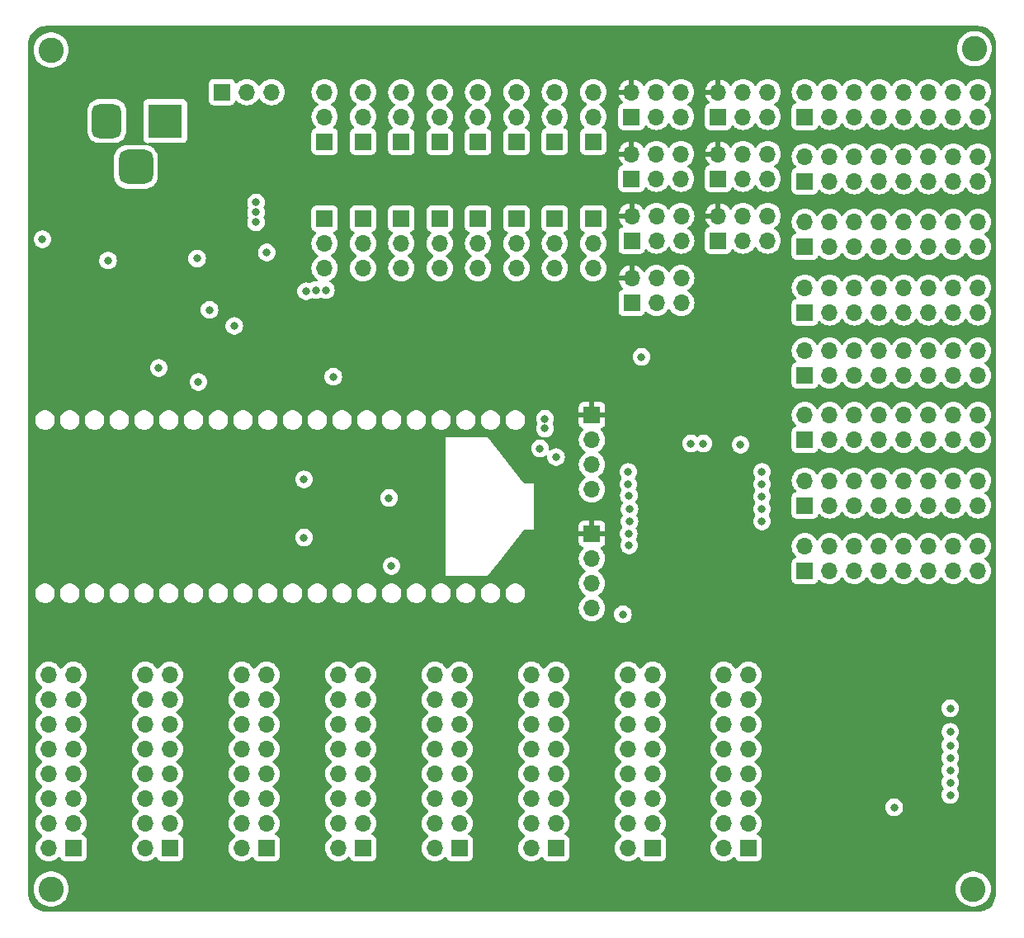
<source format=gbr>
%TF.GenerationSoftware,KiCad,Pcbnew,8.0.8*%
%TF.CreationDate,2025-03-09T11:30:45-03:00*%
%TF.ProjectId,pi_controller,70695f63-6f6e-4747-926f-6c6c65722e6b,1.0*%
%TF.SameCoordinates,Original*%
%TF.FileFunction,Copper,L3,Inr*%
%TF.FilePolarity,Positive*%
%FSLAX46Y46*%
G04 Gerber Fmt 4.6, Leading zero omitted, Abs format (unit mm)*
G04 Created by KiCad (PCBNEW 8.0.8) date 2025-03-09 11:30:45*
%MOMM*%
%LPD*%
G01*
G04 APERTURE LIST*
G04 Aperture macros list*
%AMRoundRect*
0 Rectangle with rounded corners*
0 $1 Rounding radius*
0 $2 $3 $4 $5 $6 $7 $8 $9 X,Y pos of 4 corners*
0 Add a 4 corners polygon primitive as box body*
4,1,4,$2,$3,$4,$5,$6,$7,$8,$9,$2,$3,0*
0 Add four circle primitives for the rounded corners*
1,1,$1+$1,$2,$3*
1,1,$1+$1,$4,$5*
1,1,$1+$1,$6,$7*
1,1,$1+$1,$8,$9*
0 Add four rect primitives between the rounded corners*
20,1,$1+$1,$2,$3,$4,$5,0*
20,1,$1+$1,$4,$5,$6,$7,0*
20,1,$1+$1,$6,$7,$8,$9,0*
20,1,$1+$1,$8,$9,$2,$3,0*%
G04 Aperture macros list end*
%TA.AperFunction,ComponentPad*%
%ADD10R,3.500000X3.500000*%
%TD*%
%TA.AperFunction,ComponentPad*%
%ADD11RoundRect,0.750000X-0.750000X-1.000000X0.750000X-1.000000X0.750000X1.000000X-0.750000X1.000000X0*%
%TD*%
%TA.AperFunction,ComponentPad*%
%ADD12RoundRect,0.875000X-0.875000X-0.875000X0.875000X-0.875000X0.875000X0.875000X-0.875000X0.875000X0*%
%TD*%
%TA.AperFunction,ComponentPad*%
%ADD13C,2.600000*%
%TD*%
%TA.AperFunction,ComponentPad*%
%ADD14R,1.700000X1.700000*%
%TD*%
%TA.AperFunction,ComponentPad*%
%ADD15O,1.700000X1.700000*%
%TD*%
%TA.AperFunction,ViaPad*%
%ADD16C,0.800000*%
%TD*%
G04 APERTURE END LIST*
D10*
%TO.N,+9V*%
%TO.C,J2*%
X103409000Y-66098500D03*
D11*
%TO.N,GND*%
X97409000Y-66098500D03*
D12*
%TO.N,unconnected-(J2-Pad3)*%
X100409000Y-70798500D03*
%TD*%
D13*
%TO.N,GND*%
%TO.C,H3*%
X91694000Y-144907000D03*
%TD*%
%TO.N,GND*%
%TO.C,H2*%
X186436000Y-58674000D03*
%TD*%
%TO.N,GND*%
%TO.C,H1*%
X91694000Y-58801000D03*
%TD*%
%TO.N,GND*%
%TO.C,H4*%
X186309000Y-144907000D03*
%TD*%
D14*
%TO.N,/MOSI*%
%TO.C,J23*%
X160147000Y-65659000D03*
D15*
%TO.N,+3V3*%
X160147000Y-63119000D03*
%TO.N,/SCLK*%
X162687000Y-65659000D03*
%TO.N,/MISO*%
X162687000Y-63119000D03*
%TO.N,/CS7*%
X165227000Y-65659000D03*
%TO.N,GND*%
X165227000Y-63119000D03*
%TD*%
D14*
%TO.N,/MOSI*%
%TO.C,J22*%
X151257000Y-65659000D03*
D15*
%TO.N,+3V3*%
X151257000Y-63119000D03*
%TO.N,/SCLK*%
X153797000Y-65659000D03*
%TO.N,/MISO*%
X153797000Y-63119000D03*
%TO.N,/CS5*%
X156337000Y-65659000D03*
%TO.N,GND*%
X156337000Y-63119000D03*
%TD*%
D14*
%TO.N,/MOSI*%
%TO.C,J21*%
X151272000Y-78363999D03*
D15*
%TO.N,+3V3*%
X151272000Y-75823999D03*
%TO.N,/SCLK*%
X153812000Y-78363999D03*
%TO.N,/MISO*%
X153812000Y-75823999D03*
%TO.N,/CS3*%
X156352000Y-78363999D03*
%TO.N,GND*%
X156352000Y-75823999D03*
%TD*%
D14*
%TO.N,/MOSI*%
%TO.C,J20*%
X160147000Y-72009000D03*
D15*
%TO.N,+3V3*%
X160147000Y-69469000D03*
%TO.N,/SCLK*%
X162687000Y-72009000D03*
%TO.N,/MISO*%
X162687000Y-69469000D03*
%TO.N,/CS8*%
X165227000Y-72009000D03*
%TO.N,GND*%
X165227000Y-69469000D03*
%TD*%
D14*
%TO.N,/MOSI*%
%TO.C,J19*%
X160147000Y-78359000D03*
D15*
%TO.N,+3V3*%
X160147000Y-75819000D03*
%TO.N,/SCLK*%
X162687000Y-78359000D03*
%TO.N,/MISO*%
X162687000Y-75819000D03*
%TO.N,/CS6*%
X165227000Y-78359000D03*
%TO.N,GND*%
X165227000Y-75819000D03*
%TD*%
D14*
%TO.N,/MOSI*%
%TO.C,J18*%
X151257000Y-72009000D03*
D15*
%TO.N,+3V3*%
X151257000Y-69469000D03*
%TO.N,/SCLK*%
X153797000Y-72009000D03*
%TO.N,/MISO*%
X153797000Y-69469000D03*
%TO.N,/CS4*%
X156337000Y-72009000D03*
%TO.N,GND*%
X156337000Y-69469000D03*
%TD*%
D14*
%TO.N,/MOSI*%
%TO.C,J17*%
X151272000Y-84756332D03*
D15*
%TO.N,+3V3*%
X151272000Y-82216332D03*
%TO.N,/SCLK*%
X153812000Y-84756332D03*
%TO.N,/MISO*%
X153812000Y-82216332D03*
%TO.N,/CS2*%
X156352000Y-84756332D03*
%TO.N,GND*%
X156352000Y-82216332D03*
%TD*%
%TO.N,/ROW8*%
%TO.C,J43*%
X160688000Y-122936000D03*
%TO.N,Net-(D54-A)*%
X163228000Y-122936000D03*
%TO.N,/ROW8*%
X160688000Y-125476000D03*
%TO.N,Net-(D52-A)*%
X163228000Y-125476000D03*
%TO.N,/ROW8*%
X160688000Y-128016000D03*
%TO.N,Net-(D53-A)*%
X163228000Y-128016000D03*
%TO.N,/ROW8*%
X160688000Y-130556000D03*
%TO.N,Net-(D51-A)*%
X163228000Y-130556000D03*
%TO.N,/ROW8*%
X160688000Y-133096000D03*
%TO.N,Net-(D55-A)*%
X163228000Y-133096000D03*
%TO.N,/ROW8*%
X160688000Y-135636000D03*
%TO.N,Net-(D57-A)*%
X163228000Y-135636000D03*
%TO.N,/ROW8*%
X160688000Y-138176000D03*
%TO.N,Net-(D56-A)*%
X163228000Y-138176000D03*
%TO.N,/ROW8*%
X160688000Y-140716000D03*
D14*
%TO.N,Net-(D65-A)*%
X163228000Y-140716000D03*
%TD*%
%TO.N,Net-(D63-A)*%
%TO.C,J42*%
X153416000Y-140716000D03*
D15*
%TO.N,/ROW7*%
X150876000Y-140716000D03*
%TO.N,Net-(D48-A)*%
X153416000Y-138176000D03*
%TO.N,/ROW7*%
X150876000Y-138176000D03*
%TO.N,Net-(D50-A)*%
X153416000Y-135636000D03*
%TO.N,/ROW7*%
X150876000Y-135636000D03*
%TO.N,Net-(D38-A)*%
X153416000Y-133096000D03*
%TO.N,/ROW7*%
X150876000Y-133096000D03*
%TO.N,Net-(D39-A)*%
X153416000Y-130556000D03*
%TO.N,/ROW7*%
X150876000Y-130556000D03*
%TO.N,Net-(D49-A)*%
X153416000Y-128016000D03*
%TO.N,/ROW7*%
X150876000Y-128016000D03*
%TO.N,Net-(D37-A)*%
X153416000Y-125476000D03*
%TO.N,/ROW7*%
X150876000Y-125476000D03*
%TO.N,Net-(D47-A)*%
X153416000Y-122936000D03*
%TO.N,/ROW7*%
X150876000Y-122936000D03*
%TD*%
D14*
%TO.N,Net-(D64-A)*%
%TO.C,J41*%
X143510000Y-140716000D03*
D15*
%TO.N,/ROW6*%
X140970000Y-140716000D03*
%TO.N,Net-(D40-A)*%
X143510000Y-138176000D03*
%TO.N,/ROW6*%
X140970000Y-138176000D03*
%TO.N,Net-(D41-A)*%
X143510000Y-135636000D03*
%TO.N,/ROW6*%
X140970000Y-135636000D03*
%TO.N,Net-(D42-A)*%
X143510000Y-133096000D03*
%TO.N,/ROW6*%
X140970000Y-133096000D03*
%TO.N,Net-(D43-A)*%
X143510000Y-130556000D03*
%TO.N,/ROW6*%
X140970000Y-130556000D03*
%TO.N,Net-(D44-A)*%
X143510000Y-128016000D03*
%TO.N,/ROW6*%
X140970000Y-128016000D03*
%TO.N,Net-(D45-A)*%
X143510000Y-125476000D03*
%TO.N,/ROW6*%
X140970000Y-125476000D03*
%TO.N,Net-(D46-A)*%
X143510000Y-122936000D03*
%TO.N,/ROW6*%
X140970000Y-122936000D03*
%TD*%
D14*
%TO.N,Net-(D62-A)*%
%TO.C,J40*%
X123698000Y-140700210D03*
D15*
%TO.N,/ROW4*%
X121158000Y-140700210D03*
%TO.N,Net-(D31-A)*%
X123698000Y-138160210D03*
%TO.N,/ROW4*%
X121158000Y-138160210D03*
%TO.N,Net-(D28-A)*%
X123698000Y-135620210D03*
%TO.N,/ROW4*%
X121158000Y-135620210D03*
%TO.N,Net-(D25-A)*%
X123698000Y-133080210D03*
%TO.N,/ROW4*%
X121158000Y-133080210D03*
%TO.N,Net-(D23-A)*%
X123698000Y-130540210D03*
%TO.N,/ROW4*%
X121158000Y-130540210D03*
%TO.N,Net-(D21-A)*%
X123698000Y-128000210D03*
%TO.N,/ROW4*%
X121158000Y-128000210D03*
%TO.N,Net-(D18-A)*%
X123698000Y-125460210D03*
%TO.N,/ROW4*%
X121158000Y-125460210D03*
%TO.N,Net-(D16-A)*%
X123698000Y-122920210D03*
%TO.N,/ROW4*%
X121158000Y-122920210D03*
%TD*%
%TO.N,/ROW2*%
%TO.C,J37*%
X101346000Y-122936000D03*
%TO.N,Net-(D4-A)*%
X103886000Y-122936000D03*
%TO.N,/ROW2*%
X101346000Y-125476000D03*
%TO.N,Net-(D15-A)*%
X103886000Y-125476000D03*
%TO.N,/ROW2*%
X101346000Y-128016000D03*
%TO.N,Net-(D6-A)*%
X103886000Y-128016000D03*
%TO.N,/ROW2*%
X101346000Y-130556000D03*
%TO.N,Net-(D8-A)*%
X103886000Y-130556000D03*
%TO.N,/ROW2*%
X101346000Y-133096000D03*
%TO.N,Net-(D10-A)*%
X103886000Y-133096000D03*
%TO.N,/ROW2*%
X101346000Y-135636000D03*
%TO.N,Net-(D14-A)*%
X103886000Y-135636000D03*
%TO.N,/ROW2*%
X101346000Y-138176000D03*
%TO.N,Net-(D13-A)*%
X103886000Y-138176000D03*
%TO.N,/ROW2*%
X101346000Y-140716000D03*
D14*
%TO.N,Net-(D59-A)*%
X103886000Y-140716000D03*
%TD*%
D15*
%TO.N,/ROW1*%
%TO.C,J36*%
X91440000Y-122936000D03*
%TO.N,Net-(D3-A)*%
X93980000Y-122936000D03*
%TO.N,/ROW1*%
X91440000Y-125476000D03*
%TO.N,Net-(D5-A)*%
X93980000Y-125476000D03*
%TO.N,/ROW1*%
X91440000Y-128016000D03*
%TO.N,Net-(D7-A)*%
X93980000Y-128016000D03*
%TO.N,/ROW1*%
X91440000Y-130556000D03*
%TO.N,Net-(D9-A)*%
X93980000Y-130556000D03*
%TO.N,/ROW1*%
X91440000Y-133096000D03*
%TO.N,Net-(D11-A)*%
X93980000Y-133096000D03*
%TO.N,/ROW1*%
X91440000Y-135636000D03*
%TO.N,Net-(D2-A)*%
X93980000Y-135636000D03*
%TO.N,/ROW1*%
X91440000Y-138176000D03*
%TO.N,Net-(D12-A)*%
X93980000Y-138176000D03*
%TO.N,/ROW1*%
X91440000Y-140716000D03*
D14*
%TO.N,Net-(D58-A)*%
X93980000Y-140716000D03*
%TD*%
%TO.N,VDDA*%
%TO.C,J25*%
X147320000Y-68199000D03*
D15*
%TO.N,/AN16*%
X147320000Y-65659000D03*
%TO.N,GND*%
X147320000Y-63119000D03*
%TD*%
D14*
%TO.N,VDDA*%
%TO.C,J14*%
X139446000Y-68229000D03*
D15*
%TO.N,/AN14*%
X139446000Y-65689000D03*
%TO.N,GND*%
X139446000Y-63149000D03*
%TD*%
D14*
%TO.N,VDDA*%
%TO.C,J3*%
X131572000Y-68229000D03*
D15*
%TO.N,/AN12*%
X131572000Y-65689000D03*
%TO.N,GND*%
X131572000Y-63149000D03*
%TD*%
D14*
%TO.N,VDDA*%
%TO.C,J13*%
X123698000Y-68199000D03*
D15*
%TO.N,/AN10*%
X123698000Y-65659000D03*
%TO.N,GND*%
X123698000Y-63119000D03*
%TD*%
D14*
%TO.N,VDDA*%
%TO.C,J12*%
X119761000Y-76118000D03*
D15*
%TO.N,/AN8*%
X119761000Y-78658000D03*
%TO.N,GND*%
X119761000Y-81198000D03*
%TD*%
D14*
%TO.N,VDDA*%
%TO.C,J11*%
X127635000Y-76118000D03*
D15*
%TO.N,/AN6*%
X127635000Y-78658000D03*
%TO.N,GND*%
X127635000Y-81198000D03*
%TD*%
D14*
%TO.N,VDDA*%
%TO.C,J10*%
X135509000Y-76118000D03*
D15*
%TO.N,/AN4*%
X135509000Y-78658000D03*
%TO.N,GND*%
X135509000Y-81198000D03*
%TD*%
D14*
%TO.N,VDDA*%
%TO.C,J16*%
X143383000Y-76118000D03*
D15*
%TO.N,/AN2*%
X143383000Y-78658000D03*
%TO.N,GND*%
X143383000Y-81198000D03*
%TD*%
D14*
%TO.N,VDDA*%
%TO.C,J15*%
X143383000Y-68199000D03*
D15*
%TO.N,/AN15*%
X143383000Y-65659000D03*
%TO.N,GND*%
X143383000Y-63119000D03*
%TD*%
D14*
%TO.N,VDDA*%
%TO.C,J9*%
X135509000Y-68229000D03*
D15*
%TO.N,/AN13*%
X135509000Y-65689000D03*
%TO.N,GND*%
X135509000Y-63149000D03*
%TD*%
D14*
%TO.N,VDDA*%
%TO.C,J6*%
X127635000Y-68229000D03*
D15*
%TO.N,/AN11*%
X127635000Y-65689000D03*
%TO.N,GND*%
X127635000Y-63149000D03*
%TD*%
D14*
%TO.N,VDDA*%
%TO.C,J5*%
X119761000Y-68199000D03*
D15*
%TO.N,/AN9*%
X119761000Y-65659000D03*
%TO.N,GND*%
X119761000Y-63119000D03*
%TD*%
D14*
%TO.N,VDDA*%
%TO.C,J4*%
X123698000Y-76118000D03*
D15*
%TO.N,/AN7*%
X123698000Y-78658000D03*
%TO.N,GND*%
X123698000Y-81198000D03*
%TD*%
D14*
%TO.N,VDDA*%
%TO.C,J7*%
X131572000Y-76118000D03*
D15*
%TO.N,/AN5*%
X131572000Y-78658000D03*
%TO.N,GND*%
X131572000Y-81198000D03*
%TD*%
D14*
%TO.N,VDDA*%
%TO.C,J8*%
X139446000Y-76118000D03*
D15*
%TO.N,/AN3*%
X139446000Y-78658000D03*
%TO.N,GND*%
X139446000Y-81198000D03*
%TD*%
D14*
%TO.N,VDDA*%
%TO.C,J24*%
X147320000Y-76118000D03*
D15*
%TO.N,/AN1*%
X147320000Y-78658000D03*
%TO.N,GND*%
X147320000Y-81198000D03*
%TD*%
%TO.N,GND*%
%TO.C,J1*%
X114315000Y-63119000D03*
%TO.N,Net-(J1-Pin_2)*%
X111775000Y-63119000D03*
D14*
%TO.N,+9V*%
X109235000Y-63119000D03*
%TD*%
%TO.N,+3V3*%
%TO.C,J31*%
X147193000Y-108458000D03*
D15*
%TO.N,/UART0_TX*%
X147193000Y-110998000D03*
%TO.N,/UART0_RX*%
X147193000Y-113538000D03*
%TO.N,GND*%
X147193000Y-116078000D03*
%TD*%
%TO.N,GND*%
%TO.C,J30*%
X147193000Y-103896000D03*
%TO.N,/SCL*%
X147193000Y-101356000D03*
%TO.N,/SDA*%
X147193000Y-98816000D03*
D14*
%TO.N,+3V3*%
X147193000Y-96276000D03*
%TD*%
D15*
%TO.N,/ROW5*%
%TO.C,J39*%
X131064000Y-122936000D03*
%TO.N,Net-(D19-A)*%
X133604000Y-122936000D03*
%TO.N,/ROW5*%
X131064000Y-125476000D03*
%TO.N,Net-(D17-A)*%
X133604000Y-125476000D03*
%TO.N,/ROW5*%
X131064000Y-128016000D03*
%TO.N,Net-(D20-A)*%
X133604000Y-128016000D03*
%TO.N,/ROW5*%
X131064000Y-130556000D03*
%TO.N,Net-(D22-A)*%
X133604000Y-130556000D03*
%TO.N,/ROW5*%
X131064000Y-133096000D03*
%TO.N,Net-(D24-A)*%
X133604000Y-133096000D03*
%TO.N,/ROW5*%
X131064000Y-135636000D03*
%TO.N,Net-(D27-A)*%
X133604000Y-135636000D03*
%TO.N,/ROW5*%
X131064000Y-138176000D03*
%TO.N,Net-(D30-A)*%
X133604000Y-138176000D03*
%TO.N,/ROW5*%
X131064000Y-140716000D03*
D14*
%TO.N,Net-(D61-A)*%
X133604000Y-140716000D03*
%TD*%
%TO.N,Net-(D60-A)*%
%TO.C,J38*%
X113792000Y-140716000D03*
D15*
%TO.N,/ROW3*%
X111252000Y-140716000D03*
%TO.N,Net-(D36-A)*%
X113792000Y-138176000D03*
%TO.N,/ROW3*%
X111252000Y-138176000D03*
%TO.N,Net-(D33-A)*%
X113792000Y-135636000D03*
%TO.N,/ROW3*%
X111252000Y-135636000D03*
%TO.N,Net-(D32-A)*%
X113792000Y-133096000D03*
%TO.N,/ROW3*%
X111252000Y-133096000D03*
%TO.N,Net-(D34-A)*%
X113792000Y-130556000D03*
%TO.N,/ROW3*%
X111252000Y-130556000D03*
%TO.N,Net-(D26-A)*%
X113792000Y-128016000D03*
%TO.N,/ROW3*%
X111252000Y-128016000D03*
%TO.N,Net-(D29-A)*%
X113792000Y-125476000D03*
%TO.N,/ROW3*%
X111252000Y-125476000D03*
%TO.N,Net-(D35-A)*%
X113792000Y-122936000D03*
%TO.N,/ROW3*%
X111252000Y-122936000D03*
%TD*%
%TO.N,/GRID1*%
%TO.C,J27*%
X186817000Y-83190000D03*
%TO.N,/SEG9*%
X186817000Y-85730000D03*
%TO.N,/GRID2*%
X184277000Y-83190000D03*
%TO.N,/SEG9*%
X184277000Y-85730000D03*
%TO.N,/GRID3*%
X181737000Y-83190000D03*
%TO.N,/SEG9*%
X181737000Y-85730000D03*
%TO.N,/GRID4*%
X179197000Y-83190000D03*
%TO.N,/SEG9*%
X179197000Y-85730000D03*
%TO.N,/GRID5*%
X176657000Y-83190000D03*
%TO.N,/SEG9*%
X176657000Y-85730000D03*
%TO.N,/GRID6*%
X174117000Y-83190000D03*
%TO.N,/SEG9*%
X174117000Y-85730000D03*
%TO.N,/GRID7*%
X171577000Y-83190000D03*
%TO.N,/SEG9*%
X171577000Y-85730000D03*
%TO.N,/GRID8*%
X169037000Y-83190000D03*
D14*
%TO.N,/SEG9*%
X169037000Y-85730000D03*
%TD*%
D15*
%TO.N,/GRID1*%
%TO.C,J28*%
X186817000Y-69723000D03*
%TO.N,/SEG11*%
X186817000Y-72263000D03*
%TO.N,/GRID2*%
X184277000Y-69723000D03*
%TO.N,/SEG11*%
X184277000Y-72263000D03*
%TO.N,/GRID3*%
X181737000Y-69723000D03*
%TO.N,/SEG11*%
X181737000Y-72263000D03*
%TO.N,/GRID4*%
X179197000Y-69723000D03*
%TO.N,/SEG11*%
X179197000Y-72263000D03*
%TO.N,/GRID5*%
X176657000Y-69723000D03*
%TO.N,/SEG11*%
X176657000Y-72263000D03*
%TO.N,/GRID6*%
X174117000Y-69723000D03*
%TO.N,/SEG11*%
X174117000Y-72263000D03*
%TO.N,/GRID7*%
X171577000Y-69723000D03*
%TO.N,/SEG11*%
X171577000Y-72263000D03*
%TO.N,/GRID8*%
X169037000Y-69723000D03*
D14*
%TO.N,/SEG11*%
X169037000Y-72263000D03*
%TD*%
D15*
%TO.N,/GRID1*%
%TO.C,J35*%
X186817000Y-89667000D03*
%TO.N,/SEG4*%
X186817000Y-92207000D03*
%TO.N,/GRID2*%
X184277000Y-89667000D03*
%TO.N,/SEG4*%
X184277000Y-92207000D03*
%TO.N,/GRID3*%
X181737000Y-89667000D03*
%TO.N,/SEG4*%
X181737000Y-92207000D03*
%TO.N,/GRID4*%
X179197000Y-89667000D03*
%TO.N,/SEG4*%
X179197000Y-92207000D03*
%TO.N,/GRID5*%
X176657000Y-89667000D03*
%TO.N,/SEG4*%
X176657000Y-92207000D03*
%TO.N,/GRID6*%
X174117000Y-89667000D03*
%TO.N,/SEG4*%
X174117000Y-92207000D03*
%TO.N,/GRID7*%
X171577000Y-89667000D03*
%TO.N,/SEG4*%
X171577000Y-92207000D03*
%TO.N,/GRID8*%
X169037000Y-89667000D03*
D14*
%TO.N,/SEG4*%
X169037000Y-92207000D03*
%TD*%
D15*
%TO.N,/GRID1*%
%TO.C,J29*%
X186817000Y-63119000D03*
%TO.N,/SEG12*%
X186817000Y-65659000D03*
%TO.N,/GRID2*%
X184277000Y-63119000D03*
%TO.N,/SEG12*%
X184277000Y-65659000D03*
%TO.N,/GRID3*%
X181737000Y-63119000D03*
%TO.N,/SEG12*%
X181737000Y-65659000D03*
%TO.N,/GRID4*%
X179197000Y-63119000D03*
%TO.N,/SEG12*%
X179197000Y-65659000D03*
%TO.N,/GRID5*%
X176657000Y-63119000D03*
%TO.N,/SEG12*%
X176657000Y-65659000D03*
%TO.N,/GRID6*%
X174117000Y-63119000D03*
%TO.N,/SEG12*%
X174117000Y-65659000D03*
%TO.N,/GRID7*%
X171577000Y-63119000D03*
%TO.N,/SEG12*%
X171577000Y-65659000D03*
%TO.N,/GRID8*%
X169037000Y-63119000D03*
D14*
%TO.N,/SEG12*%
X169037000Y-65659000D03*
%TD*%
D15*
%TO.N,/GRID1*%
%TO.C,J34*%
X186817000Y-103002000D03*
%TO.N,/SEG2*%
X186817000Y-105542000D03*
%TO.N,/GRID2*%
X184277000Y-103002000D03*
%TO.N,/SEG2*%
X184277000Y-105542000D03*
%TO.N,/GRID3*%
X181737000Y-103002000D03*
%TO.N,/SEG2*%
X181737000Y-105542000D03*
%TO.N,/GRID4*%
X179197000Y-103002000D03*
%TO.N,/SEG2*%
X179197000Y-105542000D03*
%TO.N,/GRID5*%
X176657000Y-103002000D03*
%TO.N,/SEG2*%
X176657000Y-105542000D03*
%TO.N,/GRID6*%
X174117000Y-103002000D03*
%TO.N,/SEG2*%
X174117000Y-105542000D03*
%TO.N,/GRID7*%
X171577000Y-103002000D03*
%TO.N,/SEG2*%
X171577000Y-105542000D03*
%TO.N,/GRID8*%
X169037000Y-103002000D03*
D14*
%TO.N,/SEG2*%
X169037000Y-105542000D03*
%TD*%
D15*
%TO.N,/GRID1*%
%TO.C,J26*%
X186817000Y-76454000D03*
%TO.N,/SEG10*%
X186817000Y-78994000D03*
%TO.N,/GRID2*%
X184277000Y-76454000D03*
%TO.N,/SEG10*%
X184277000Y-78994000D03*
%TO.N,/GRID3*%
X181737000Y-76454000D03*
%TO.N,/SEG10*%
X181737000Y-78994000D03*
%TO.N,/GRID4*%
X179197000Y-76454000D03*
%TO.N,/SEG10*%
X179197000Y-78994000D03*
%TO.N,/GRID5*%
X176657000Y-76454000D03*
%TO.N,/SEG10*%
X176657000Y-78994000D03*
%TO.N,/GRID6*%
X174117000Y-76454000D03*
%TO.N,/SEG10*%
X174117000Y-78994000D03*
%TO.N,/GRID7*%
X171577000Y-76454000D03*
%TO.N,/SEG10*%
X171577000Y-78994000D03*
%TO.N,/GRID8*%
X169037000Y-76454000D03*
D14*
%TO.N,/SEG10*%
X169037000Y-78994000D03*
%TD*%
D15*
%TO.N,/GRID1*%
%TO.C,J33*%
X186817000Y-109733000D03*
%TO.N,/SEG1*%
X186817000Y-112273000D03*
%TO.N,/GRID2*%
X184277000Y-109733000D03*
%TO.N,/SEG1*%
X184277000Y-112273000D03*
%TO.N,/GRID3*%
X181737000Y-109733000D03*
%TO.N,/SEG1*%
X181737000Y-112273000D03*
%TO.N,/GRID4*%
X179197000Y-109733000D03*
%TO.N,/SEG1*%
X179197000Y-112273000D03*
%TO.N,/GRID5*%
X176657000Y-109733000D03*
%TO.N,/SEG1*%
X176657000Y-112273000D03*
%TO.N,/GRID6*%
X174117000Y-109733000D03*
%TO.N,/SEG1*%
X174117000Y-112273000D03*
%TO.N,/GRID7*%
X171577000Y-109733000D03*
%TO.N,/SEG1*%
X171577000Y-112273000D03*
%TO.N,/GRID8*%
X169037000Y-109733000D03*
D14*
%TO.N,/SEG1*%
X169037000Y-112273000D03*
%TD*%
D15*
%TO.N,/GRID1*%
%TO.C,J32*%
X186817000Y-96271000D03*
%TO.N,/SEG3*%
X186817000Y-98811000D03*
%TO.N,/GRID2*%
X184277000Y-96271000D03*
%TO.N,/SEG3*%
X184277000Y-98811000D03*
%TO.N,/GRID3*%
X181737000Y-96271000D03*
%TO.N,/SEG3*%
X181737000Y-98811000D03*
%TO.N,/GRID4*%
X179197000Y-96271000D03*
%TO.N,/SEG3*%
X179197000Y-98811000D03*
%TO.N,/GRID5*%
X176657000Y-96271000D03*
%TO.N,/SEG3*%
X176657000Y-98811000D03*
%TO.N,/GRID6*%
X174117000Y-96271000D03*
%TO.N,/SEG3*%
X174117000Y-98811000D03*
%TO.N,/GRID7*%
X171577000Y-96271000D03*
%TO.N,/SEG3*%
X171577000Y-98811000D03*
%TO.N,/GRID8*%
X169037000Y-96271000D03*
D14*
%TO.N,/SEG3*%
X169037000Y-98811000D03*
%TD*%
D16*
%TO.N,+3V3*%
X114173000Y-120142000D03*
X163576000Y-120142000D03*
%TO.N,GND*%
X152273000Y-90297000D03*
%TO.N,+3V3*%
X151511000Y-92075000D03*
%TO.N,GND*%
X157353000Y-99187000D03*
X158623000Y-99187000D03*
X162433000Y-99314000D03*
%TO.N,/ADC_MUX_D*%
X126365000Y-104775000D03*
X126619000Y-111760000D03*
%TO.N,+3V3*%
X150368000Y-113919000D03*
X154051000Y-120142000D03*
X124333000Y-120142000D03*
X134239000Y-120142000D03*
X104521000Y-120142000D03*
X94488000Y-120142000D03*
%TO.N,/ADC_MUX_D*%
X119888000Y-83439000D03*
%TO.N,/ADC_MUX_C*%
X118872000Y-83439000D03*
%TO.N,GND*%
X102743000Y-91440000D03*
%TO.N,/SCL*%
X143510000Y-100584000D03*
%TO.N,GND*%
X90805000Y-78232000D03*
%TO.N,/SDA*%
X141859000Y-99695000D03*
%TO.N,+3V3*%
X96647000Y-108712000D03*
X96647000Y-102489000D03*
X102743000Y-85852000D03*
X101600000Y-85852000D03*
X100584000Y-85805511D03*
X110490000Y-84074000D03*
X175286500Y-136525000D03*
X151384000Y-113919000D03*
%TO.N,/SCLK*%
X150997000Y-109638000D03*
X142367000Y-97647003D03*
%TO.N,/MOSI*%
X142367000Y-96647000D03*
X150954000Y-108458000D03*
%TO.N,+3V3*%
X144399000Y-95641000D03*
X144399000Y-103769000D03*
X143881500Y-120142000D03*
%TO.N,GND*%
X117638668Y-102870000D03*
X117638668Y-108839000D03*
%TO.N,/COL_MUX_A*%
X183956000Y-135255000D03*
%TO.N,/COL_MUX_B*%
X183956000Y-133985000D03*
%TO.N,/COL_MUX_C*%
X183956000Y-132715000D03*
%TO.N,/CS_KEY*%
X183956000Y-128778000D03*
%TO.N,GND*%
X150978500Y-104521000D03*
X164641000Y-104648000D03*
%TO.N,/GRID5*%
X164641000Y-102108000D03*
%TO.N,/GRID6*%
X164641000Y-103378000D03*
%TO.N,/GRID7*%
X164641000Y-105918000D03*
%TO.N,/GRID8*%
X164641000Y-107188000D03*
%TO.N,/GRID4*%
X150915000Y-102108000D03*
%TO.N,/GRID3*%
X150915000Y-103378000D03*
%TO.N,/GRID2*%
X151042000Y-105918000D03*
%TO.N,/GRID1*%
X151042000Y-107188000D03*
%TO.N,GND*%
X112720500Y-76489000D03*
X112720500Y-74457000D03*
X112720500Y-75473000D03*
%TO.N,+3V3*%
X89789000Y-75692000D03*
X89789000Y-74803000D03*
X89789000Y-73914000D03*
%TO.N,GND*%
X150368000Y-116713000D03*
%TO.N,Net-(D1-A)*%
X107950000Y-85471000D03*
%TO.N,GND*%
X110490000Y-87122000D03*
X120650000Y-92329000D03*
X117856000Y-83566000D03*
X183956000Y-126365000D03*
X183956000Y-131445000D03*
X183956000Y-130175000D03*
X178207500Y-136525000D03*
X106807000Y-92885500D03*
X113816500Y-79584000D03*
X97536000Y-80408011D03*
X106680000Y-80205000D03*
%TD*%
%TA.AperFunction,Conductor*%
%TO.N,+3V3*%
G36*
X186821028Y-56334764D02*
G01*
X187047968Y-56349638D01*
X187064024Y-56351753D01*
X187222618Y-56383299D01*
X187283053Y-56395321D01*
X187298720Y-56399519D01*
X187452155Y-56451602D01*
X187510190Y-56471303D01*
X187525167Y-56477506D01*
X187722888Y-56575010D01*
X187725460Y-56576279D01*
X187739506Y-56584389D01*
X187925188Y-56708457D01*
X187938057Y-56718331D01*
X188105955Y-56865575D01*
X188117424Y-56877044D01*
X188206427Y-56978531D01*
X188260963Y-57040718D01*
X188264668Y-57044942D01*
X188274542Y-57057811D01*
X188398610Y-57243493D01*
X188406720Y-57257539D01*
X188505490Y-57457825D01*
X188511697Y-57472811D01*
X188583480Y-57684279D01*
X188587678Y-57699946D01*
X188631245Y-57918970D01*
X188633362Y-57935051D01*
X188648234Y-58161941D01*
X188648500Y-58170051D01*
X188648500Y-145410948D01*
X188648234Y-145419058D01*
X188633362Y-145645948D01*
X188631245Y-145662029D01*
X188587678Y-145881053D01*
X188583480Y-145896720D01*
X188511697Y-146108188D01*
X188505490Y-146123174D01*
X188406720Y-146323460D01*
X188398610Y-146337506D01*
X188274542Y-146523188D01*
X188264668Y-146536057D01*
X188117424Y-146703955D01*
X188105955Y-146715424D01*
X187938057Y-146862668D01*
X187925188Y-146872542D01*
X187739506Y-146996610D01*
X187725460Y-147004720D01*
X187525174Y-147103490D01*
X187510188Y-147109697D01*
X187298720Y-147181480D01*
X187283053Y-147185678D01*
X187064029Y-147229245D01*
X187047948Y-147231362D01*
X186821058Y-147246234D01*
X186812948Y-147246500D01*
X91190052Y-147246500D01*
X91181942Y-147246234D01*
X90955051Y-147231362D01*
X90938970Y-147229245D01*
X90719946Y-147185678D01*
X90704279Y-147181480D01*
X90492811Y-147109697D01*
X90477825Y-147103490D01*
X90277539Y-147004720D01*
X90263493Y-146996610D01*
X90077811Y-146872542D01*
X90064942Y-146862668D01*
X89897044Y-146715424D01*
X89885575Y-146703955D01*
X89827334Y-146637544D01*
X89738328Y-146536053D01*
X89728457Y-146523188D01*
X89604389Y-146337506D01*
X89596279Y-146323460D01*
X89503383Y-146135085D01*
X89497506Y-146123167D01*
X89491302Y-146108188D01*
X89419519Y-145896720D01*
X89415321Y-145881053D01*
X89402810Y-145818155D01*
X89371753Y-145662024D01*
X89369638Y-145645968D01*
X89354764Y-145419028D01*
X89354500Y-145410948D01*
X89354500Y-144906995D01*
X89888451Y-144906995D01*
X89888451Y-144907004D01*
X89908616Y-145176101D01*
X89968664Y-145439188D01*
X89968666Y-145439195D01*
X90067257Y-145690398D01*
X90202185Y-145924102D01*
X90326821Y-146080390D01*
X90370442Y-146135089D01*
X90557183Y-146308358D01*
X90568259Y-146318635D01*
X90791226Y-146470651D01*
X91034359Y-146587738D01*
X91292228Y-146667280D01*
X91292229Y-146667280D01*
X91292232Y-146667281D01*
X91559063Y-146707499D01*
X91559068Y-146707499D01*
X91559071Y-146707500D01*
X91559072Y-146707500D01*
X91828928Y-146707500D01*
X91828929Y-146707500D01*
X91852449Y-146703955D01*
X92095767Y-146667281D01*
X92095768Y-146667280D01*
X92095772Y-146667280D01*
X92353641Y-146587738D01*
X92596775Y-146470651D01*
X92819741Y-146318635D01*
X93017561Y-146135085D01*
X93185815Y-145924102D01*
X93320743Y-145690398D01*
X93419334Y-145439195D01*
X93479383Y-145176103D01*
X93499549Y-144907000D01*
X93499549Y-144906995D01*
X184503451Y-144906995D01*
X184503451Y-144907004D01*
X184523616Y-145176101D01*
X184583664Y-145439188D01*
X184583666Y-145439195D01*
X184682257Y-145690398D01*
X184817185Y-145924102D01*
X184941821Y-146080390D01*
X184985442Y-146135089D01*
X185172183Y-146308358D01*
X185183259Y-146318635D01*
X185406226Y-146470651D01*
X185649359Y-146587738D01*
X185907228Y-146667280D01*
X185907229Y-146667280D01*
X185907232Y-146667281D01*
X186174063Y-146707499D01*
X186174068Y-146707499D01*
X186174071Y-146707500D01*
X186174072Y-146707500D01*
X186443928Y-146707500D01*
X186443929Y-146707500D01*
X186467449Y-146703955D01*
X186710767Y-146667281D01*
X186710768Y-146667280D01*
X186710772Y-146667280D01*
X186968641Y-146587738D01*
X187211775Y-146470651D01*
X187434741Y-146318635D01*
X187632561Y-146135085D01*
X187800815Y-145924102D01*
X187935743Y-145690398D01*
X188034334Y-145439195D01*
X188094383Y-145176103D01*
X188114549Y-144907000D01*
X188094383Y-144637897D01*
X188034334Y-144374805D01*
X187935743Y-144123602D01*
X187800815Y-143889898D01*
X187632561Y-143678915D01*
X187632560Y-143678914D01*
X187632557Y-143678910D01*
X187434741Y-143495365D01*
X187211775Y-143343349D01*
X187211769Y-143343346D01*
X187211768Y-143343345D01*
X187211767Y-143343344D01*
X186968643Y-143226263D01*
X186968645Y-143226263D01*
X186710773Y-143146720D01*
X186710767Y-143146718D01*
X186443936Y-143106500D01*
X186443929Y-143106500D01*
X186174071Y-143106500D01*
X186174063Y-143106500D01*
X185907232Y-143146718D01*
X185907226Y-143146720D01*
X185649358Y-143226262D01*
X185406230Y-143343346D01*
X185183258Y-143495365D01*
X184985442Y-143678910D01*
X184817185Y-143889898D01*
X184682258Y-144123599D01*
X184682256Y-144123603D01*
X184583666Y-144374804D01*
X184583664Y-144374811D01*
X184523616Y-144637898D01*
X184503451Y-144906995D01*
X93499549Y-144906995D01*
X93479383Y-144637897D01*
X93419334Y-144374805D01*
X93320743Y-144123602D01*
X93185815Y-143889898D01*
X93017561Y-143678915D01*
X93017560Y-143678914D01*
X93017557Y-143678910D01*
X92819741Y-143495365D01*
X92596775Y-143343349D01*
X92596769Y-143343346D01*
X92596768Y-143343345D01*
X92596767Y-143343344D01*
X92353643Y-143226263D01*
X92353645Y-143226263D01*
X92095773Y-143146720D01*
X92095767Y-143146718D01*
X91828936Y-143106500D01*
X91828929Y-143106500D01*
X91559071Y-143106500D01*
X91559063Y-143106500D01*
X91292232Y-143146718D01*
X91292226Y-143146720D01*
X91034358Y-143226262D01*
X90791230Y-143343346D01*
X90568258Y-143495365D01*
X90370442Y-143678910D01*
X90202185Y-143889898D01*
X90067258Y-144123599D01*
X90067256Y-144123603D01*
X89968666Y-144374804D01*
X89968664Y-144374811D01*
X89908616Y-144637898D01*
X89888451Y-144906995D01*
X89354500Y-144906995D01*
X89354500Y-122935999D01*
X90084341Y-122935999D01*
X90084341Y-122936000D01*
X90104936Y-123171403D01*
X90104938Y-123171413D01*
X90166094Y-123399655D01*
X90166096Y-123399659D01*
X90166097Y-123399663D01*
X90170000Y-123408032D01*
X90265965Y-123613830D01*
X90265967Y-123613834D01*
X90374281Y-123768521D01*
X90401501Y-123807396D01*
X90401506Y-123807402D01*
X90568597Y-123974493D01*
X90568603Y-123974498D01*
X90754158Y-124104425D01*
X90797783Y-124159002D01*
X90804977Y-124228500D01*
X90773454Y-124290855D01*
X90754158Y-124307575D01*
X90568597Y-124437505D01*
X90401505Y-124604597D01*
X90265965Y-124798169D01*
X90265964Y-124798171D01*
X90166098Y-125012335D01*
X90166094Y-125012344D01*
X90104938Y-125240586D01*
X90104936Y-125240596D01*
X90084341Y-125475999D01*
X90084341Y-125476000D01*
X90104936Y-125711403D01*
X90104938Y-125711413D01*
X90166094Y-125939655D01*
X90166096Y-125939659D01*
X90166097Y-125939663D01*
X90238641Y-126095233D01*
X90265965Y-126153830D01*
X90265967Y-126153834D01*
X90374281Y-126308521D01*
X90401501Y-126347396D01*
X90401506Y-126347402D01*
X90568597Y-126514493D01*
X90568603Y-126514498D01*
X90754158Y-126644425D01*
X90797783Y-126699002D01*
X90804977Y-126768500D01*
X90773454Y-126830855D01*
X90754158Y-126847575D01*
X90568597Y-126977505D01*
X90401505Y-127144597D01*
X90265965Y-127338169D01*
X90265964Y-127338171D01*
X90166098Y-127552335D01*
X90166094Y-127552344D01*
X90104938Y-127780586D01*
X90104936Y-127780596D01*
X90084341Y-128015999D01*
X90084341Y-128016000D01*
X90104936Y-128251403D01*
X90104938Y-128251413D01*
X90166094Y-128479655D01*
X90166096Y-128479659D01*
X90166097Y-128479663D01*
X90170000Y-128488032D01*
X90265965Y-128693830D01*
X90265967Y-128693834D01*
X90374281Y-128848521D01*
X90401501Y-128887396D01*
X90401506Y-128887402D01*
X90568597Y-129054493D01*
X90568603Y-129054498D01*
X90754158Y-129184425D01*
X90797783Y-129239002D01*
X90804977Y-129308500D01*
X90773454Y-129370855D01*
X90754158Y-129387575D01*
X90568597Y-129517505D01*
X90401505Y-129684597D01*
X90265965Y-129878169D01*
X90265964Y-129878171D01*
X90166098Y-130092335D01*
X90166094Y-130092344D01*
X90104938Y-130320586D01*
X90104936Y-130320596D01*
X90084341Y-130555999D01*
X90084341Y-130556000D01*
X90104936Y-130791403D01*
X90104938Y-130791413D01*
X90166094Y-131019655D01*
X90166096Y-131019659D01*
X90166097Y-131019663D01*
X90238641Y-131175233D01*
X90265965Y-131233830D01*
X90265967Y-131233834D01*
X90374281Y-131388521D01*
X90401501Y-131427396D01*
X90401506Y-131427402D01*
X90568597Y-131594493D01*
X90568603Y-131594498D01*
X90754158Y-131724425D01*
X90797783Y-131779002D01*
X90804977Y-131848500D01*
X90773454Y-131910855D01*
X90754158Y-131927575D01*
X90568597Y-132057505D01*
X90401505Y-132224597D01*
X90265965Y-132418169D01*
X90265964Y-132418171D01*
X90166098Y-132632335D01*
X90166094Y-132632344D01*
X90104938Y-132860586D01*
X90104936Y-132860596D01*
X90084341Y-133095999D01*
X90084341Y-133096000D01*
X90104936Y-133331403D01*
X90104938Y-133331413D01*
X90166094Y-133559655D01*
X90166096Y-133559659D01*
X90166097Y-133559663D01*
X90238641Y-133715233D01*
X90265965Y-133773830D01*
X90265967Y-133773834D01*
X90374281Y-133928521D01*
X90401501Y-133967396D01*
X90401506Y-133967402D01*
X90568597Y-134134493D01*
X90568603Y-134134498D01*
X90754158Y-134264425D01*
X90797783Y-134319002D01*
X90804977Y-134388500D01*
X90773454Y-134450855D01*
X90754158Y-134467575D01*
X90568597Y-134597505D01*
X90401505Y-134764597D01*
X90265965Y-134958169D01*
X90265964Y-134958171D01*
X90166098Y-135172335D01*
X90166094Y-135172344D01*
X90104938Y-135400586D01*
X90104936Y-135400596D01*
X90084341Y-135635999D01*
X90084341Y-135636000D01*
X90104936Y-135871403D01*
X90104938Y-135871413D01*
X90166094Y-136099655D01*
X90166096Y-136099659D01*
X90166097Y-136099663D01*
X90238641Y-136255233D01*
X90265965Y-136313830D01*
X90265967Y-136313834D01*
X90374281Y-136468521D01*
X90401501Y-136507396D01*
X90401506Y-136507402D01*
X90568597Y-136674493D01*
X90568603Y-136674498D01*
X90754158Y-136804425D01*
X90797783Y-136859002D01*
X90804977Y-136928500D01*
X90773454Y-136990855D01*
X90754158Y-137007575D01*
X90568597Y-137137505D01*
X90401505Y-137304597D01*
X90265965Y-137498169D01*
X90265964Y-137498171D01*
X90166098Y-137712335D01*
X90166094Y-137712344D01*
X90104938Y-137940586D01*
X90104936Y-137940596D01*
X90084341Y-138175999D01*
X90084341Y-138176000D01*
X90104936Y-138411403D01*
X90104938Y-138411413D01*
X90166094Y-138639655D01*
X90166096Y-138639659D01*
X90166097Y-138639663D01*
X90170000Y-138648032D01*
X90265965Y-138853830D01*
X90265967Y-138853834D01*
X90374281Y-139008521D01*
X90401501Y-139047396D01*
X90401506Y-139047402D01*
X90568597Y-139214493D01*
X90568603Y-139214498D01*
X90754158Y-139344425D01*
X90797783Y-139399002D01*
X90804977Y-139468500D01*
X90773454Y-139530855D01*
X90754158Y-139547575D01*
X90568597Y-139677505D01*
X90401505Y-139844597D01*
X90265965Y-140038169D01*
X90265964Y-140038171D01*
X90166098Y-140252335D01*
X90166094Y-140252344D01*
X90104938Y-140480586D01*
X90104936Y-140480596D01*
X90084341Y-140715999D01*
X90084341Y-140716000D01*
X90104936Y-140951403D01*
X90104938Y-140951413D01*
X90166094Y-141179655D01*
X90166096Y-141179659D01*
X90166097Y-141179663D01*
X90243136Y-141344873D01*
X90265965Y-141393830D01*
X90265967Y-141393834D01*
X90374281Y-141548521D01*
X90401505Y-141587401D01*
X90568599Y-141754495D01*
X90665384Y-141822265D01*
X90762165Y-141890032D01*
X90762167Y-141890033D01*
X90762170Y-141890035D01*
X90976337Y-141989903D01*
X90976343Y-141989904D01*
X90976344Y-141989905D01*
X91031285Y-142004626D01*
X91204592Y-142051063D01*
X91381034Y-142066500D01*
X91439999Y-142071659D01*
X91440000Y-142071659D01*
X91440001Y-142071659D01*
X91498966Y-142066500D01*
X91675408Y-142051063D01*
X91903663Y-141989903D01*
X92117830Y-141890035D01*
X92311401Y-141754495D01*
X92433329Y-141632566D01*
X92494648Y-141599084D01*
X92564340Y-141604068D01*
X92620274Y-141645939D01*
X92637189Y-141676917D01*
X92686202Y-141808328D01*
X92686206Y-141808335D01*
X92772452Y-141923544D01*
X92772455Y-141923547D01*
X92887664Y-142009793D01*
X92887671Y-142009797D01*
X93022517Y-142060091D01*
X93022516Y-142060091D01*
X93029444Y-142060835D01*
X93082127Y-142066500D01*
X94877872Y-142066499D01*
X94937483Y-142060091D01*
X95072331Y-142009796D01*
X95187546Y-141923546D01*
X95273796Y-141808331D01*
X95324091Y-141673483D01*
X95330500Y-141613873D01*
X95330499Y-139818128D01*
X95324091Y-139758517D01*
X95322810Y-139755083D01*
X95273797Y-139623671D01*
X95273793Y-139623664D01*
X95187547Y-139508455D01*
X95187544Y-139508452D01*
X95072335Y-139422206D01*
X95072328Y-139422202D01*
X94940917Y-139373189D01*
X94884983Y-139331318D01*
X94860566Y-139265853D01*
X94875418Y-139197580D01*
X94896563Y-139169332D01*
X95018495Y-139047401D01*
X95154035Y-138853830D01*
X95253903Y-138639663D01*
X95315063Y-138411408D01*
X95335659Y-138176000D01*
X95315063Y-137940592D01*
X95253903Y-137712337D01*
X95154035Y-137498171D01*
X95150880Y-137493664D01*
X95018494Y-137304597D01*
X94851402Y-137137506D01*
X94851396Y-137137501D01*
X94665842Y-137007575D01*
X94622217Y-136952998D01*
X94615023Y-136883500D01*
X94646546Y-136821145D01*
X94665842Y-136804425D01*
X94796040Y-136713259D01*
X94851401Y-136674495D01*
X95018495Y-136507401D01*
X95154035Y-136313830D01*
X95253903Y-136099663D01*
X95315063Y-135871408D01*
X95335659Y-135636000D01*
X95334546Y-135623284D01*
X95318796Y-135443259D01*
X95315063Y-135400592D01*
X95253903Y-135172337D01*
X95154035Y-134958171D01*
X95150880Y-134953664D01*
X95018494Y-134764597D01*
X94851402Y-134597506D01*
X94851396Y-134597501D01*
X94665842Y-134467575D01*
X94622217Y-134412998D01*
X94615023Y-134343500D01*
X94646546Y-134281145D01*
X94665842Y-134264425D01*
X94796040Y-134173259D01*
X94851401Y-134134495D01*
X95018495Y-133967401D01*
X95154035Y-133773830D01*
X95253903Y-133559663D01*
X95315063Y-133331408D01*
X95335659Y-133096000D01*
X95334546Y-133083284D01*
X95318796Y-132903259D01*
X95315063Y-132860592D01*
X95253903Y-132632337D01*
X95154035Y-132418171D01*
X95150880Y-132413664D01*
X95018494Y-132224597D01*
X94851402Y-132057506D01*
X94851396Y-132057501D01*
X94665842Y-131927575D01*
X94622217Y-131872998D01*
X94615023Y-131803500D01*
X94646546Y-131741145D01*
X94665842Y-131724425D01*
X94796040Y-131633259D01*
X94851401Y-131594495D01*
X95018495Y-131427401D01*
X95154035Y-131233830D01*
X95253903Y-131019663D01*
X95315063Y-130791408D01*
X95335659Y-130556000D01*
X95334546Y-130543284D01*
X95318796Y-130363259D01*
X95315063Y-130320592D01*
X95253903Y-130092337D01*
X95154035Y-129878171D01*
X95150880Y-129873664D01*
X95018494Y-129684597D01*
X94851402Y-129517506D01*
X94851396Y-129517501D01*
X94665842Y-129387575D01*
X94622217Y-129332998D01*
X94615023Y-129263500D01*
X94646546Y-129201145D01*
X94665842Y-129184425D01*
X94720323Y-129146277D01*
X94851401Y-129054495D01*
X95018495Y-128887401D01*
X95154035Y-128693830D01*
X95253903Y-128479663D01*
X95315063Y-128251408D01*
X95335659Y-128016000D01*
X95315063Y-127780592D01*
X95253903Y-127552337D01*
X95154035Y-127338171D01*
X95150880Y-127333664D01*
X95018494Y-127144597D01*
X94851402Y-126977506D01*
X94851396Y-126977501D01*
X94665842Y-126847575D01*
X94622217Y-126792998D01*
X94615023Y-126723500D01*
X94646546Y-126661145D01*
X94665842Y-126644425D01*
X94796040Y-126553259D01*
X94851401Y-126514495D01*
X95018495Y-126347401D01*
X95154035Y-126153830D01*
X95253903Y-125939663D01*
X95315063Y-125711408D01*
X95335659Y-125476000D01*
X95315063Y-125240592D01*
X95253903Y-125012337D01*
X95154035Y-124798171D01*
X95150880Y-124793664D01*
X95018494Y-124604597D01*
X94851402Y-124437506D01*
X94851396Y-124437501D01*
X94665842Y-124307575D01*
X94622217Y-124252998D01*
X94615023Y-124183500D01*
X94646546Y-124121145D01*
X94665842Y-124104425D01*
X94688392Y-124088635D01*
X94851401Y-123974495D01*
X95018495Y-123807401D01*
X95154035Y-123613830D01*
X95253903Y-123399663D01*
X95315063Y-123171408D01*
X95335659Y-122936000D01*
X95335659Y-122935999D01*
X99990341Y-122935999D01*
X99990341Y-122936000D01*
X100010936Y-123171403D01*
X100010938Y-123171413D01*
X100072094Y-123399655D01*
X100072096Y-123399659D01*
X100072097Y-123399663D01*
X100076000Y-123408032D01*
X100171965Y-123613830D01*
X100171967Y-123613834D01*
X100280281Y-123768521D01*
X100307501Y-123807396D01*
X100307506Y-123807402D01*
X100474597Y-123974493D01*
X100474603Y-123974498D01*
X100660158Y-124104425D01*
X100703783Y-124159002D01*
X100710977Y-124228500D01*
X100679454Y-124290855D01*
X100660158Y-124307575D01*
X100474597Y-124437505D01*
X100307505Y-124604597D01*
X100171965Y-124798169D01*
X100171964Y-124798171D01*
X100072098Y-125012335D01*
X100072094Y-125012344D01*
X100010938Y-125240586D01*
X100010936Y-125240596D01*
X99990341Y-125475999D01*
X99990341Y-125476000D01*
X100010936Y-125711403D01*
X100010938Y-125711413D01*
X100072094Y-125939655D01*
X100072096Y-125939659D01*
X100072097Y-125939663D01*
X100144641Y-126095233D01*
X100171965Y-126153830D01*
X100171967Y-126153834D01*
X100280281Y-126308521D01*
X100307501Y-126347396D01*
X100307506Y-126347402D01*
X100474597Y-126514493D01*
X100474603Y-126514498D01*
X100660158Y-126644425D01*
X100703783Y-126699002D01*
X100710977Y-126768500D01*
X100679454Y-126830855D01*
X100660158Y-126847575D01*
X100474597Y-126977505D01*
X100307505Y-127144597D01*
X100171965Y-127338169D01*
X100171964Y-127338171D01*
X100072098Y-127552335D01*
X100072094Y-127552344D01*
X100010938Y-127780586D01*
X100010936Y-127780596D01*
X99990341Y-128015999D01*
X99990341Y-128016000D01*
X100010936Y-128251403D01*
X100010938Y-128251413D01*
X100072094Y-128479655D01*
X100072096Y-128479659D01*
X100072097Y-128479663D01*
X100076000Y-128488032D01*
X100171965Y-128693830D01*
X100171967Y-128693834D01*
X100280281Y-128848521D01*
X100307501Y-128887396D01*
X100307506Y-128887402D01*
X100474597Y-129054493D01*
X100474603Y-129054498D01*
X100660158Y-129184425D01*
X100703783Y-129239002D01*
X100710977Y-129308500D01*
X100679454Y-129370855D01*
X100660158Y-129387575D01*
X100474597Y-129517505D01*
X100307505Y-129684597D01*
X100171965Y-129878169D01*
X100171964Y-129878171D01*
X100072098Y-130092335D01*
X100072094Y-130092344D01*
X100010938Y-130320586D01*
X100010936Y-130320596D01*
X99990341Y-130555999D01*
X99990341Y-130556000D01*
X100010936Y-130791403D01*
X100010938Y-130791413D01*
X100072094Y-131019655D01*
X100072096Y-131019659D01*
X100072097Y-131019663D01*
X100144641Y-131175233D01*
X100171965Y-131233830D01*
X100171967Y-131233834D01*
X100280281Y-131388521D01*
X100307501Y-131427396D01*
X100307506Y-131427402D01*
X100474597Y-131594493D01*
X100474603Y-131594498D01*
X100660158Y-131724425D01*
X100703783Y-131779002D01*
X100710977Y-131848500D01*
X100679454Y-131910855D01*
X100660158Y-131927575D01*
X100474597Y-132057505D01*
X100307505Y-132224597D01*
X100171965Y-132418169D01*
X100171964Y-132418171D01*
X100072098Y-132632335D01*
X100072094Y-132632344D01*
X100010938Y-132860586D01*
X100010936Y-132860596D01*
X99990341Y-133095999D01*
X99990341Y-133096000D01*
X100010936Y-133331403D01*
X100010938Y-133331413D01*
X100072094Y-133559655D01*
X100072096Y-133559659D01*
X100072097Y-133559663D01*
X100144641Y-133715233D01*
X100171965Y-133773830D01*
X100171967Y-133773834D01*
X100280281Y-133928521D01*
X100307501Y-133967396D01*
X100307506Y-133967402D01*
X100474597Y-134134493D01*
X100474603Y-134134498D01*
X100660158Y-134264425D01*
X100703783Y-134319002D01*
X100710977Y-134388500D01*
X100679454Y-134450855D01*
X100660158Y-134467575D01*
X100474597Y-134597505D01*
X100307505Y-134764597D01*
X100171965Y-134958169D01*
X100171964Y-134958171D01*
X100072098Y-135172335D01*
X100072094Y-135172344D01*
X100010938Y-135400586D01*
X100010936Y-135400596D01*
X99990341Y-135635999D01*
X99990341Y-135636000D01*
X100010936Y-135871403D01*
X100010938Y-135871413D01*
X100072094Y-136099655D01*
X100072096Y-136099659D01*
X100072097Y-136099663D01*
X100144641Y-136255233D01*
X100171965Y-136313830D01*
X100171967Y-136313834D01*
X100280281Y-136468521D01*
X100307501Y-136507396D01*
X100307506Y-136507402D01*
X100474597Y-136674493D01*
X100474603Y-136674498D01*
X100660158Y-136804425D01*
X100703783Y-136859002D01*
X100710977Y-136928500D01*
X100679454Y-136990855D01*
X100660158Y-137007575D01*
X100474597Y-137137505D01*
X100307505Y-137304597D01*
X100171965Y-137498169D01*
X100171964Y-137498171D01*
X100072098Y-137712335D01*
X100072094Y-137712344D01*
X100010938Y-137940586D01*
X100010936Y-137940596D01*
X99990341Y-138175999D01*
X99990341Y-138176000D01*
X100010936Y-138411403D01*
X100010938Y-138411413D01*
X100072094Y-138639655D01*
X100072096Y-138639659D01*
X100072097Y-138639663D01*
X100076000Y-138648032D01*
X100171965Y-138853830D01*
X100171967Y-138853834D01*
X100280281Y-139008521D01*
X100307501Y-139047396D01*
X100307506Y-139047402D01*
X100474597Y-139214493D01*
X100474603Y-139214498D01*
X100660158Y-139344425D01*
X100703783Y-139399002D01*
X100710977Y-139468500D01*
X100679454Y-139530855D01*
X100660158Y-139547575D01*
X100474597Y-139677505D01*
X100307505Y-139844597D01*
X100171965Y-140038169D01*
X100171964Y-140038171D01*
X100072098Y-140252335D01*
X100072094Y-140252344D01*
X100010938Y-140480586D01*
X100010936Y-140480596D01*
X99990341Y-140715999D01*
X99990341Y-140716000D01*
X100010936Y-140951403D01*
X100010938Y-140951413D01*
X100072094Y-141179655D01*
X100072096Y-141179659D01*
X100072097Y-141179663D01*
X100149136Y-141344873D01*
X100171965Y-141393830D01*
X100171967Y-141393834D01*
X100280281Y-141548521D01*
X100307505Y-141587401D01*
X100474599Y-141754495D01*
X100571384Y-141822265D01*
X100668165Y-141890032D01*
X100668167Y-141890033D01*
X100668170Y-141890035D01*
X100882337Y-141989903D01*
X100882343Y-141989904D01*
X100882344Y-141989905D01*
X100937285Y-142004626D01*
X101110592Y-142051063D01*
X101287034Y-142066500D01*
X101345999Y-142071659D01*
X101346000Y-142071659D01*
X101346001Y-142071659D01*
X101404966Y-142066500D01*
X101581408Y-142051063D01*
X101809663Y-141989903D01*
X102023830Y-141890035D01*
X102217401Y-141754495D01*
X102339329Y-141632566D01*
X102400648Y-141599084D01*
X102470340Y-141604068D01*
X102526274Y-141645939D01*
X102543189Y-141676917D01*
X102592202Y-141808328D01*
X102592206Y-141808335D01*
X102678452Y-141923544D01*
X102678455Y-141923547D01*
X102793664Y-142009793D01*
X102793671Y-142009797D01*
X102928517Y-142060091D01*
X102928516Y-142060091D01*
X102935444Y-142060835D01*
X102988127Y-142066500D01*
X104783872Y-142066499D01*
X104843483Y-142060091D01*
X104978331Y-142009796D01*
X105093546Y-141923546D01*
X105179796Y-141808331D01*
X105230091Y-141673483D01*
X105236500Y-141613873D01*
X105236499Y-139818128D01*
X105230091Y-139758517D01*
X105228810Y-139755083D01*
X105179797Y-139623671D01*
X105179793Y-139623664D01*
X105093547Y-139508455D01*
X105093544Y-139508452D01*
X104978335Y-139422206D01*
X104978328Y-139422202D01*
X104846917Y-139373189D01*
X104790983Y-139331318D01*
X104766566Y-139265853D01*
X104781418Y-139197580D01*
X104802563Y-139169332D01*
X104924495Y-139047401D01*
X105060035Y-138853830D01*
X105159903Y-138639663D01*
X105221063Y-138411408D01*
X105241659Y-138176000D01*
X105221063Y-137940592D01*
X105159903Y-137712337D01*
X105060035Y-137498171D01*
X105056880Y-137493664D01*
X104924494Y-137304597D01*
X104757402Y-137137506D01*
X104757396Y-137137501D01*
X104571842Y-137007575D01*
X104528217Y-136952998D01*
X104521023Y-136883500D01*
X104552546Y-136821145D01*
X104571842Y-136804425D01*
X104702040Y-136713259D01*
X104757401Y-136674495D01*
X104924495Y-136507401D01*
X105060035Y-136313830D01*
X105159903Y-136099663D01*
X105221063Y-135871408D01*
X105241659Y-135636000D01*
X105240546Y-135623284D01*
X105224796Y-135443259D01*
X105221063Y-135400592D01*
X105159903Y-135172337D01*
X105060035Y-134958171D01*
X105056880Y-134953664D01*
X104924494Y-134764597D01*
X104757402Y-134597506D01*
X104757396Y-134597501D01*
X104571842Y-134467575D01*
X104528217Y-134412998D01*
X104521023Y-134343500D01*
X104552546Y-134281145D01*
X104571842Y-134264425D01*
X104702040Y-134173259D01*
X104757401Y-134134495D01*
X104924495Y-133967401D01*
X105060035Y-133773830D01*
X105159903Y-133559663D01*
X105221063Y-133331408D01*
X105241659Y-133096000D01*
X105240546Y-133083284D01*
X105224796Y-132903259D01*
X105221063Y-132860592D01*
X105159903Y-132632337D01*
X105060035Y-132418171D01*
X105056880Y-132413664D01*
X104924494Y-132224597D01*
X104757402Y-132057506D01*
X104757396Y-132057501D01*
X104571842Y-131927575D01*
X104528217Y-131872998D01*
X104521023Y-131803500D01*
X104552546Y-131741145D01*
X104571842Y-131724425D01*
X104702040Y-131633259D01*
X104757401Y-131594495D01*
X104924495Y-131427401D01*
X105060035Y-131233830D01*
X105159903Y-131019663D01*
X105221063Y-130791408D01*
X105241659Y-130556000D01*
X105240546Y-130543284D01*
X105224796Y-130363259D01*
X105221063Y-130320592D01*
X105159903Y-130092337D01*
X105060035Y-129878171D01*
X105056880Y-129873664D01*
X104924494Y-129684597D01*
X104757402Y-129517506D01*
X104757396Y-129517501D01*
X104571842Y-129387575D01*
X104528217Y-129332998D01*
X104521023Y-129263500D01*
X104552546Y-129201145D01*
X104571842Y-129184425D01*
X104626323Y-129146277D01*
X104757401Y-129054495D01*
X104924495Y-128887401D01*
X105060035Y-128693830D01*
X105159903Y-128479663D01*
X105221063Y-128251408D01*
X105241659Y-128016000D01*
X105221063Y-127780592D01*
X105159903Y-127552337D01*
X105060035Y-127338171D01*
X105056880Y-127333664D01*
X104924494Y-127144597D01*
X104757402Y-126977506D01*
X104757396Y-126977501D01*
X104571842Y-126847575D01*
X104528217Y-126792998D01*
X104521023Y-126723500D01*
X104552546Y-126661145D01*
X104571842Y-126644425D01*
X104702040Y-126553259D01*
X104757401Y-126514495D01*
X104924495Y-126347401D01*
X105060035Y-126153830D01*
X105159903Y-125939663D01*
X105221063Y-125711408D01*
X105241659Y-125476000D01*
X105221063Y-125240592D01*
X105159903Y-125012337D01*
X105060035Y-124798171D01*
X105056880Y-124793664D01*
X104924494Y-124604597D01*
X104757402Y-124437506D01*
X104757396Y-124437501D01*
X104571842Y-124307575D01*
X104528217Y-124252998D01*
X104521023Y-124183500D01*
X104552546Y-124121145D01*
X104571842Y-124104425D01*
X104594392Y-124088635D01*
X104757401Y-123974495D01*
X104924495Y-123807401D01*
X105060035Y-123613830D01*
X105159903Y-123399663D01*
X105221063Y-123171408D01*
X105241659Y-122936000D01*
X105241659Y-122935999D01*
X109896341Y-122935999D01*
X109896341Y-122936000D01*
X109916936Y-123171403D01*
X109916938Y-123171413D01*
X109978094Y-123399655D01*
X109978096Y-123399659D01*
X109978097Y-123399663D01*
X109982000Y-123408032D01*
X110077965Y-123613830D01*
X110077967Y-123613834D01*
X110186281Y-123768521D01*
X110213501Y-123807396D01*
X110213506Y-123807402D01*
X110380597Y-123974493D01*
X110380603Y-123974498D01*
X110566158Y-124104425D01*
X110609783Y-124159002D01*
X110616977Y-124228500D01*
X110585454Y-124290855D01*
X110566158Y-124307575D01*
X110380597Y-124437505D01*
X110213505Y-124604597D01*
X110077965Y-124798169D01*
X110077964Y-124798171D01*
X109978098Y-125012335D01*
X109978094Y-125012344D01*
X109916938Y-125240586D01*
X109916936Y-125240596D01*
X109896341Y-125475999D01*
X109896341Y-125476000D01*
X109916936Y-125711403D01*
X109916938Y-125711413D01*
X109978094Y-125939655D01*
X109978096Y-125939659D01*
X109978097Y-125939663D01*
X110050641Y-126095233D01*
X110077965Y-126153830D01*
X110077967Y-126153834D01*
X110186281Y-126308521D01*
X110213501Y-126347396D01*
X110213506Y-126347402D01*
X110380597Y-126514493D01*
X110380603Y-126514498D01*
X110566158Y-126644425D01*
X110609783Y-126699002D01*
X110616977Y-126768500D01*
X110585454Y-126830855D01*
X110566158Y-126847575D01*
X110380597Y-126977505D01*
X110213505Y-127144597D01*
X110077965Y-127338169D01*
X110077964Y-127338171D01*
X109978098Y-127552335D01*
X109978094Y-127552344D01*
X109916938Y-127780586D01*
X109916936Y-127780596D01*
X109896341Y-128015999D01*
X109896341Y-128016000D01*
X109916936Y-128251403D01*
X109916938Y-128251413D01*
X109978094Y-128479655D01*
X109978096Y-128479659D01*
X109978097Y-128479663D01*
X109982000Y-128488032D01*
X110077965Y-128693830D01*
X110077967Y-128693834D01*
X110186281Y-128848521D01*
X110213501Y-128887396D01*
X110213506Y-128887402D01*
X110380597Y-129054493D01*
X110380603Y-129054498D01*
X110566158Y-129184425D01*
X110609783Y-129239002D01*
X110616977Y-129308500D01*
X110585454Y-129370855D01*
X110566158Y-129387575D01*
X110380597Y-129517505D01*
X110213505Y-129684597D01*
X110077965Y-129878169D01*
X110077964Y-129878171D01*
X109978098Y-130092335D01*
X109978094Y-130092344D01*
X109916938Y-130320586D01*
X109916936Y-130320596D01*
X109896341Y-130555999D01*
X109896341Y-130556000D01*
X109916936Y-130791403D01*
X109916938Y-130791413D01*
X109978094Y-131019655D01*
X109978096Y-131019659D01*
X109978097Y-131019663D01*
X110050641Y-131175233D01*
X110077965Y-131233830D01*
X110077967Y-131233834D01*
X110186281Y-131388521D01*
X110213501Y-131427396D01*
X110213506Y-131427402D01*
X110380597Y-131594493D01*
X110380603Y-131594498D01*
X110566158Y-131724425D01*
X110609783Y-131779002D01*
X110616977Y-131848500D01*
X110585454Y-131910855D01*
X110566158Y-131927575D01*
X110380597Y-132057505D01*
X110213505Y-132224597D01*
X110077965Y-132418169D01*
X110077964Y-132418171D01*
X109978098Y-132632335D01*
X109978094Y-132632344D01*
X109916938Y-132860586D01*
X109916936Y-132860596D01*
X109896341Y-133095999D01*
X109896341Y-133096000D01*
X109916936Y-133331403D01*
X109916938Y-133331413D01*
X109978094Y-133559655D01*
X109978096Y-133559659D01*
X109978097Y-133559663D01*
X110050641Y-133715233D01*
X110077965Y-133773830D01*
X110077967Y-133773834D01*
X110186281Y-133928521D01*
X110213501Y-133967396D01*
X110213506Y-133967402D01*
X110380597Y-134134493D01*
X110380603Y-134134498D01*
X110566158Y-134264425D01*
X110609783Y-134319002D01*
X110616977Y-134388500D01*
X110585454Y-134450855D01*
X110566158Y-134467575D01*
X110380597Y-134597505D01*
X110213505Y-134764597D01*
X110077965Y-134958169D01*
X110077964Y-134958171D01*
X109978098Y-135172335D01*
X109978094Y-135172344D01*
X109916938Y-135400586D01*
X109916936Y-135400596D01*
X109896341Y-135635999D01*
X109896341Y-135636000D01*
X109916936Y-135871403D01*
X109916938Y-135871413D01*
X109978094Y-136099655D01*
X109978096Y-136099659D01*
X109978097Y-136099663D01*
X110050641Y-136255233D01*
X110077965Y-136313830D01*
X110077967Y-136313834D01*
X110186281Y-136468521D01*
X110213501Y-136507396D01*
X110213506Y-136507402D01*
X110380597Y-136674493D01*
X110380603Y-136674498D01*
X110566158Y-136804425D01*
X110609783Y-136859002D01*
X110616977Y-136928500D01*
X110585454Y-136990855D01*
X110566158Y-137007575D01*
X110380597Y-137137505D01*
X110213505Y-137304597D01*
X110077965Y-137498169D01*
X110077964Y-137498171D01*
X109978098Y-137712335D01*
X109978094Y-137712344D01*
X109916938Y-137940586D01*
X109916936Y-137940596D01*
X109896341Y-138175999D01*
X109896341Y-138176000D01*
X109916936Y-138411403D01*
X109916938Y-138411413D01*
X109978094Y-138639655D01*
X109978096Y-138639659D01*
X109978097Y-138639663D01*
X109982000Y-138648032D01*
X110077965Y-138853830D01*
X110077967Y-138853834D01*
X110186281Y-139008521D01*
X110213501Y-139047396D01*
X110213506Y-139047402D01*
X110380597Y-139214493D01*
X110380603Y-139214498D01*
X110566158Y-139344425D01*
X110609783Y-139399002D01*
X110616977Y-139468500D01*
X110585454Y-139530855D01*
X110566158Y-139547575D01*
X110380597Y-139677505D01*
X110213505Y-139844597D01*
X110077965Y-140038169D01*
X110077964Y-140038171D01*
X109978098Y-140252335D01*
X109978094Y-140252344D01*
X109916938Y-140480586D01*
X109916936Y-140480596D01*
X109896341Y-140715999D01*
X109896341Y-140716000D01*
X109916936Y-140951403D01*
X109916938Y-140951413D01*
X109978094Y-141179655D01*
X109978096Y-141179659D01*
X109978097Y-141179663D01*
X110055136Y-141344873D01*
X110077965Y-141393830D01*
X110077967Y-141393834D01*
X110186281Y-141548521D01*
X110213505Y-141587401D01*
X110380599Y-141754495D01*
X110477384Y-141822265D01*
X110574165Y-141890032D01*
X110574167Y-141890033D01*
X110574170Y-141890035D01*
X110788337Y-141989903D01*
X110788343Y-141989904D01*
X110788344Y-141989905D01*
X110843285Y-142004626D01*
X111016592Y-142051063D01*
X111193034Y-142066500D01*
X111251999Y-142071659D01*
X111252000Y-142071659D01*
X111252001Y-142071659D01*
X111310966Y-142066500D01*
X111487408Y-142051063D01*
X111715663Y-141989903D01*
X111929830Y-141890035D01*
X112123401Y-141754495D01*
X112245329Y-141632566D01*
X112306648Y-141599084D01*
X112376340Y-141604068D01*
X112432274Y-141645939D01*
X112449189Y-141676917D01*
X112498202Y-141808328D01*
X112498206Y-141808335D01*
X112584452Y-141923544D01*
X112584455Y-141923547D01*
X112699664Y-142009793D01*
X112699671Y-142009797D01*
X112834517Y-142060091D01*
X112834516Y-142060091D01*
X112841444Y-142060835D01*
X112894127Y-142066500D01*
X114689872Y-142066499D01*
X114749483Y-142060091D01*
X114884331Y-142009796D01*
X114999546Y-141923546D01*
X115085796Y-141808331D01*
X115136091Y-141673483D01*
X115142500Y-141613873D01*
X115142499Y-139818128D01*
X115136091Y-139758517D01*
X115134810Y-139755083D01*
X115085797Y-139623671D01*
X115085793Y-139623664D01*
X114999547Y-139508455D01*
X114999544Y-139508452D01*
X114884335Y-139422206D01*
X114884328Y-139422202D01*
X114752917Y-139373189D01*
X114696983Y-139331318D01*
X114672566Y-139265853D01*
X114687418Y-139197580D01*
X114708563Y-139169332D01*
X114830495Y-139047401D01*
X114966035Y-138853830D01*
X115065903Y-138639663D01*
X115127063Y-138411408D01*
X115147659Y-138176000D01*
X115127063Y-137940592D01*
X115065903Y-137712337D01*
X114966035Y-137498171D01*
X114962880Y-137493664D01*
X114830494Y-137304597D01*
X114663402Y-137137506D01*
X114663396Y-137137501D01*
X114477842Y-137007575D01*
X114434217Y-136952998D01*
X114427023Y-136883500D01*
X114458546Y-136821145D01*
X114477842Y-136804425D01*
X114608040Y-136713259D01*
X114663401Y-136674495D01*
X114830495Y-136507401D01*
X114966035Y-136313830D01*
X115065903Y-136099663D01*
X115127063Y-135871408D01*
X115147659Y-135636000D01*
X115146546Y-135623284D01*
X115130796Y-135443259D01*
X115127063Y-135400592D01*
X115065903Y-135172337D01*
X114966035Y-134958171D01*
X114962880Y-134953664D01*
X114830494Y-134764597D01*
X114663402Y-134597506D01*
X114663396Y-134597501D01*
X114477842Y-134467575D01*
X114434217Y-134412998D01*
X114427023Y-134343500D01*
X114458546Y-134281145D01*
X114477842Y-134264425D01*
X114608040Y-134173259D01*
X114663401Y-134134495D01*
X114830495Y-133967401D01*
X114966035Y-133773830D01*
X115065903Y-133559663D01*
X115127063Y-133331408D01*
X115147659Y-133096000D01*
X115146546Y-133083284D01*
X115130796Y-132903259D01*
X115127063Y-132860592D01*
X115065903Y-132632337D01*
X114966035Y-132418171D01*
X114962880Y-132413664D01*
X114830494Y-132224597D01*
X114663402Y-132057506D01*
X114663396Y-132057501D01*
X114477842Y-131927575D01*
X114434217Y-131872998D01*
X114427023Y-131803500D01*
X114458546Y-131741145D01*
X114477842Y-131724425D01*
X114608040Y-131633259D01*
X114663401Y-131594495D01*
X114830495Y-131427401D01*
X114966035Y-131233830D01*
X115065903Y-131019663D01*
X115127063Y-130791408D01*
X115147659Y-130556000D01*
X115146546Y-130543284D01*
X115130796Y-130363259D01*
X115127063Y-130320592D01*
X115065903Y-130092337D01*
X114966035Y-129878171D01*
X114962880Y-129873664D01*
X114830494Y-129684597D01*
X114663402Y-129517506D01*
X114663396Y-129517501D01*
X114477842Y-129387575D01*
X114434217Y-129332998D01*
X114427023Y-129263500D01*
X114458546Y-129201145D01*
X114477842Y-129184425D01*
X114532323Y-129146277D01*
X114663401Y-129054495D01*
X114830495Y-128887401D01*
X114966035Y-128693830D01*
X115065903Y-128479663D01*
X115127063Y-128251408D01*
X115147659Y-128016000D01*
X115127063Y-127780592D01*
X115065903Y-127552337D01*
X114966035Y-127338171D01*
X114962880Y-127333664D01*
X114830494Y-127144597D01*
X114663402Y-126977506D01*
X114663396Y-126977501D01*
X114477842Y-126847575D01*
X114434217Y-126792998D01*
X114427023Y-126723500D01*
X114458546Y-126661145D01*
X114477842Y-126644425D01*
X114608040Y-126553259D01*
X114663401Y-126514495D01*
X114830495Y-126347401D01*
X114966035Y-126153830D01*
X115065903Y-125939663D01*
X115127063Y-125711408D01*
X115147659Y-125476000D01*
X115127063Y-125240592D01*
X115065903Y-125012337D01*
X114966035Y-124798171D01*
X114962880Y-124793664D01*
X114830494Y-124604597D01*
X114663402Y-124437506D01*
X114663396Y-124437501D01*
X114477842Y-124307575D01*
X114434217Y-124252998D01*
X114427023Y-124183500D01*
X114458546Y-124121145D01*
X114477842Y-124104425D01*
X114500392Y-124088635D01*
X114663401Y-123974495D01*
X114830495Y-123807401D01*
X114966035Y-123613830D01*
X115065903Y-123399663D01*
X115127063Y-123171408D01*
X115147659Y-122936000D01*
X115146277Y-122920209D01*
X119802341Y-122920209D01*
X119802341Y-122920210D01*
X119822936Y-123155613D01*
X119822938Y-123155623D01*
X119884094Y-123383865D01*
X119884096Y-123383869D01*
X119884097Y-123383873D01*
X119895363Y-123408032D01*
X119983965Y-123598040D01*
X119983967Y-123598044D01*
X120000631Y-123621842D01*
X120119501Y-123791606D01*
X120119506Y-123791612D01*
X120286597Y-123958703D01*
X120286603Y-123958708D01*
X120472158Y-124088635D01*
X120515783Y-124143212D01*
X120522977Y-124212710D01*
X120491454Y-124275065D01*
X120472158Y-124291785D01*
X120286597Y-124421715D01*
X120119505Y-124588807D01*
X119983965Y-124782379D01*
X119983964Y-124782381D01*
X119884098Y-124996545D01*
X119884094Y-124996554D01*
X119822938Y-125224796D01*
X119822936Y-125224806D01*
X119802341Y-125460209D01*
X119802341Y-125460210D01*
X119822936Y-125695613D01*
X119822938Y-125695623D01*
X119884094Y-125923865D01*
X119884096Y-125923869D01*
X119884097Y-125923873D01*
X119918067Y-125996722D01*
X119983965Y-126138040D01*
X119983967Y-126138044D01*
X120092281Y-126292731D01*
X120119501Y-126331606D01*
X120119506Y-126331612D01*
X120286597Y-126498703D01*
X120286603Y-126498708D01*
X120472158Y-126628635D01*
X120515783Y-126683212D01*
X120522977Y-126752710D01*
X120491454Y-126815065D01*
X120472158Y-126831785D01*
X120286597Y-126961715D01*
X120119505Y-127128807D01*
X119983965Y-127322379D01*
X119983964Y-127322381D01*
X119884098Y-127536545D01*
X119884094Y-127536554D01*
X119822938Y-127764796D01*
X119822936Y-127764806D01*
X119802341Y-128000209D01*
X119802341Y-128000210D01*
X119822936Y-128235613D01*
X119822938Y-128235623D01*
X119884094Y-128463865D01*
X119884096Y-128463869D01*
X119884097Y-128463873D01*
X119895363Y-128488032D01*
X119983965Y-128678040D01*
X119983967Y-128678044D01*
X120000631Y-128701842D01*
X120119501Y-128871606D01*
X120119506Y-128871612D01*
X120286597Y-129038703D01*
X120286603Y-129038708D01*
X120472158Y-129168635D01*
X120515783Y-129223212D01*
X120522977Y-129292710D01*
X120491454Y-129355065D01*
X120472158Y-129371785D01*
X120286597Y-129501715D01*
X120119505Y-129668807D01*
X119983965Y-129862379D01*
X119983964Y-129862381D01*
X119884098Y-130076545D01*
X119884094Y-130076554D01*
X119822938Y-130304796D01*
X119822936Y-130304806D01*
X119802341Y-130540209D01*
X119802341Y-130540210D01*
X119822936Y-130775613D01*
X119822938Y-130775623D01*
X119884094Y-131003865D01*
X119884096Y-131003869D01*
X119884097Y-131003873D01*
X119918067Y-131076722D01*
X119983965Y-131218040D01*
X119983967Y-131218044D01*
X120092281Y-131372731D01*
X120119501Y-131411606D01*
X120119506Y-131411612D01*
X120286597Y-131578703D01*
X120286603Y-131578708D01*
X120472158Y-131708635D01*
X120515783Y-131763212D01*
X120522977Y-131832710D01*
X120491454Y-131895065D01*
X120472158Y-131911785D01*
X120286597Y-132041715D01*
X120119505Y-132208807D01*
X119983965Y-132402379D01*
X119983964Y-132402381D01*
X119884098Y-132616545D01*
X119884094Y-132616554D01*
X119822938Y-132844796D01*
X119822936Y-132844806D01*
X119802341Y-133080209D01*
X119802341Y-133080210D01*
X119822936Y-133315613D01*
X119822938Y-133315623D01*
X119884094Y-133543865D01*
X119884096Y-133543869D01*
X119884097Y-133543873D01*
X119918067Y-133616722D01*
X119983965Y-133758040D01*
X119983967Y-133758044D01*
X120092281Y-133912731D01*
X120119501Y-133951606D01*
X120119506Y-133951612D01*
X120286597Y-134118703D01*
X120286603Y-134118708D01*
X120472158Y-134248635D01*
X120515783Y-134303212D01*
X120522977Y-134372710D01*
X120491454Y-134435065D01*
X120472158Y-134451785D01*
X120286597Y-134581715D01*
X120119505Y-134748807D01*
X119983965Y-134942379D01*
X119983964Y-134942381D01*
X119884098Y-135156545D01*
X119884094Y-135156554D01*
X119822938Y-135384796D01*
X119822936Y-135384806D01*
X119802341Y-135620209D01*
X119802341Y-135620210D01*
X119822936Y-135855613D01*
X119822938Y-135855623D01*
X119884094Y-136083865D01*
X119884096Y-136083869D01*
X119884097Y-136083873D01*
X119918067Y-136156722D01*
X119983965Y-136298040D01*
X119983967Y-136298044D01*
X120092281Y-136452731D01*
X120119501Y-136491606D01*
X120119506Y-136491612D01*
X120286597Y-136658703D01*
X120286603Y-136658708D01*
X120472158Y-136788635D01*
X120515783Y-136843212D01*
X120522977Y-136912710D01*
X120491454Y-136975065D01*
X120472158Y-136991785D01*
X120286597Y-137121715D01*
X120119505Y-137288807D01*
X119983965Y-137482379D01*
X119983964Y-137482381D01*
X119884098Y-137696545D01*
X119884094Y-137696554D01*
X119822938Y-137924796D01*
X119822936Y-137924806D01*
X119802341Y-138160209D01*
X119802341Y-138160210D01*
X119822936Y-138395613D01*
X119822938Y-138395623D01*
X119884094Y-138623865D01*
X119884096Y-138623869D01*
X119884097Y-138623873D01*
X119895363Y-138648032D01*
X119983965Y-138838040D01*
X119983967Y-138838044D01*
X120000631Y-138861842D01*
X120119501Y-139031606D01*
X120119506Y-139031612D01*
X120286597Y-139198703D01*
X120286603Y-139198708D01*
X120472158Y-139328635D01*
X120515783Y-139383212D01*
X120522977Y-139452710D01*
X120491454Y-139515065D01*
X120472158Y-139531785D01*
X120286597Y-139661715D01*
X120119505Y-139828807D01*
X119983965Y-140022379D01*
X119983964Y-140022381D01*
X119884098Y-140236545D01*
X119884094Y-140236554D01*
X119822938Y-140464796D01*
X119822936Y-140464806D01*
X119802341Y-140700209D01*
X119802341Y-140700210D01*
X119822936Y-140935613D01*
X119822938Y-140935623D01*
X119884094Y-141163865D01*
X119884096Y-141163869D01*
X119884097Y-141163873D01*
X119968499Y-141344873D01*
X119983965Y-141378040D01*
X119983967Y-141378044D01*
X120092281Y-141532731D01*
X120119505Y-141571611D01*
X120286599Y-141738705D01*
X120383384Y-141806475D01*
X120480165Y-141874242D01*
X120480167Y-141874243D01*
X120480170Y-141874245D01*
X120694337Y-141974113D01*
X120922592Y-142035273D01*
X121110918Y-142051749D01*
X121157999Y-142055869D01*
X121158000Y-142055869D01*
X121158001Y-142055869D01*
X121197234Y-142052436D01*
X121393408Y-142035273D01*
X121621663Y-141974113D01*
X121835830Y-141874245D01*
X122029401Y-141738705D01*
X122151329Y-141616776D01*
X122212648Y-141583294D01*
X122282340Y-141588278D01*
X122338274Y-141630149D01*
X122355189Y-141661127D01*
X122404202Y-141792538D01*
X122404206Y-141792545D01*
X122490452Y-141907754D01*
X122490455Y-141907757D01*
X122605664Y-141994003D01*
X122605671Y-141994007D01*
X122740517Y-142044301D01*
X122740516Y-142044301D01*
X122747444Y-142045045D01*
X122800127Y-142050710D01*
X124595872Y-142050709D01*
X124655483Y-142044301D01*
X124790331Y-141994006D01*
X124905546Y-141907756D01*
X124991796Y-141792541D01*
X125042091Y-141657693D01*
X125048500Y-141598083D01*
X125048499Y-139802338D01*
X125042091Y-139742727D01*
X125040810Y-139739293D01*
X124991797Y-139607881D01*
X124991793Y-139607874D01*
X124905547Y-139492665D01*
X124905544Y-139492662D01*
X124790335Y-139406416D01*
X124790328Y-139406412D01*
X124658917Y-139357399D01*
X124602983Y-139315528D01*
X124578566Y-139250063D01*
X124593418Y-139181790D01*
X124614563Y-139153542D01*
X124736495Y-139031611D01*
X124872035Y-138838040D01*
X124971903Y-138623873D01*
X125033063Y-138395618D01*
X125053659Y-138160210D01*
X125033063Y-137924802D01*
X124971903Y-137696547D01*
X124872035Y-137482381D01*
X124866425Y-137474368D01*
X124736494Y-137288807D01*
X124569402Y-137121716D01*
X124569396Y-137121711D01*
X124383842Y-136991785D01*
X124340217Y-136937208D01*
X124333023Y-136867710D01*
X124364546Y-136805355D01*
X124383842Y-136788635D01*
X124546846Y-136674498D01*
X124569401Y-136658705D01*
X124736495Y-136491611D01*
X124872035Y-136298040D01*
X124971903Y-136083873D01*
X125033063Y-135855618D01*
X125053659Y-135620210D01*
X125033063Y-135384802D01*
X124971903Y-135156547D01*
X124872035Y-134942381D01*
X124866425Y-134934368D01*
X124736494Y-134748807D01*
X124569402Y-134581716D01*
X124569396Y-134581711D01*
X124383842Y-134451785D01*
X124340217Y-134397208D01*
X124333023Y-134327710D01*
X124364546Y-134265355D01*
X124383842Y-134248635D01*
X124546846Y-134134498D01*
X124569401Y-134118705D01*
X124736495Y-133951611D01*
X124872035Y-133758040D01*
X124971903Y-133543873D01*
X125033063Y-133315618D01*
X125053659Y-133080210D01*
X125033063Y-132844802D01*
X124971903Y-132616547D01*
X124872035Y-132402381D01*
X124866425Y-132394368D01*
X124736494Y-132208807D01*
X124569402Y-132041716D01*
X124569396Y-132041711D01*
X124383842Y-131911785D01*
X124340217Y-131857208D01*
X124333023Y-131787710D01*
X124364546Y-131725355D01*
X124383842Y-131708635D01*
X124546846Y-131594498D01*
X124569401Y-131578705D01*
X124736495Y-131411611D01*
X124872035Y-131218040D01*
X124971903Y-131003873D01*
X125033063Y-130775618D01*
X125053659Y-130540210D01*
X125033063Y-130304802D01*
X124971903Y-130076547D01*
X124872035Y-129862381D01*
X124866425Y-129854368D01*
X124736494Y-129668807D01*
X124569402Y-129501716D01*
X124569396Y-129501711D01*
X124383842Y-129371785D01*
X124340217Y-129317208D01*
X124333023Y-129247710D01*
X124364546Y-129185355D01*
X124383842Y-129168635D01*
X124546846Y-129054498D01*
X124569401Y-129038705D01*
X124736495Y-128871611D01*
X124872035Y-128678040D01*
X124971903Y-128463873D01*
X125033063Y-128235618D01*
X125053659Y-128000210D01*
X125053102Y-127993849D01*
X125033063Y-127764806D01*
X125033063Y-127764802D01*
X124971903Y-127536547D01*
X124872035Y-127322381D01*
X124866425Y-127314368D01*
X124736494Y-127128807D01*
X124569402Y-126961716D01*
X124569396Y-126961711D01*
X124383842Y-126831785D01*
X124340217Y-126777208D01*
X124333023Y-126707710D01*
X124364546Y-126645355D01*
X124383842Y-126628635D01*
X124546846Y-126514498D01*
X124569401Y-126498705D01*
X124736495Y-126331611D01*
X124872035Y-126138040D01*
X124971903Y-125923873D01*
X125033063Y-125695618D01*
X125053659Y-125460210D01*
X125033063Y-125224802D01*
X124971903Y-124996547D01*
X124872035Y-124782381D01*
X124866425Y-124774368D01*
X124736494Y-124588807D01*
X124569402Y-124421716D01*
X124569396Y-124421711D01*
X124383842Y-124291785D01*
X124340217Y-124237208D01*
X124333023Y-124167710D01*
X124364546Y-124105355D01*
X124383842Y-124088635D01*
X124546846Y-123974498D01*
X124569401Y-123958705D01*
X124736495Y-123791611D01*
X124872035Y-123598040D01*
X124971903Y-123383873D01*
X125033063Y-123155618D01*
X125052278Y-122935999D01*
X129708341Y-122935999D01*
X129708341Y-122936000D01*
X129728936Y-123171403D01*
X129728938Y-123171413D01*
X129790094Y-123399655D01*
X129790096Y-123399659D01*
X129790097Y-123399663D01*
X129794000Y-123408032D01*
X129889965Y-123613830D01*
X129889967Y-123613834D01*
X129998281Y-123768521D01*
X130025501Y-123807396D01*
X130025506Y-123807402D01*
X130192597Y-123974493D01*
X130192603Y-123974498D01*
X130378158Y-124104425D01*
X130421783Y-124159002D01*
X130428977Y-124228500D01*
X130397454Y-124290855D01*
X130378158Y-124307575D01*
X130192597Y-124437505D01*
X130025505Y-124604597D01*
X129889965Y-124798169D01*
X129889964Y-124798171D01*
X129790098Y-125012335D01*
X129790094Y-125012344D01*
X129728938Y-125240586D01*
X129728936Y-125240596D01*
X129708341Y-125475999D01*
X129708341Y-125476000D01*
X129728936Y-125711403D01*
X129728938Y-125711413D01*
X129790094Y-125939655D01*
X129790096Y-125939659D01*
X129790097Y-125939663D01*
X129862641Y-126095233D01*
X129889965Y-126153830D01*
X129889967Y-126153834D01*
X129998281Y-126308521D01*
X130025501Y-126347396D01*
X130025506Y-126347402D01*
X130192597Y-126514493D01*
X130192603Y-126514498D01*
X130378158Y-126644425D01*
X130421783Y-126699002D01*
X130428977Y-126768500D01*
X130397454Y-126830855D01*
X130378158Y-126847575D01*
X130192597Y-126977505D01*
X130025505Y-127144597D01*
X129889965Y-127338169D01*
X129889964Y-127338171D01*
X129790098Y-127552335D01*
X129790094Y-127552344D01*
X129728938Y-127780586D01*
X129728936Y-127780596D01*
X129708341Y-128015999D01*
X129708341Y-128016000D01*
X129728936Y-128251403D01*
X129728938Y-128251413D01*
X129790094Y-128479655D01*
X129790096Y-128479659D01*
X129790097Y-128479663D01*
X129794000Y-128488032D01*
X129889965Y-128693830D01*
X129889967Y-128693834D01*
X129998281Y-128848521D01*
X130025501Y-128887396D01*
X130025506Y-128887402D01*
X130192597Y-129054493D01*
X130192603Y-129054498D01*
X130378158Y-129184425D01*
X130421783Y-129239002D01*
X130428977Y-129308500D01*
X130397454Y-129370855D01*
X130378158Y-129387575D01*
X130192597Y-129517505D01*
X130025505Y-129684597D01*
X129889965Y-129878169D01*
X129889964Y-129878171D01*
X129790098Y-130092335D01*
X129790094Y-130092344D01*
X129728938Y-130320586D01*
X129728936Y-130320596D01*
X129708341Y-130555999D01*
X129708341Y-130556000D01*
X129728936Y-130791403D01*
X129728938Y-130791413D01*
X129790094Y-131019655D01*
X129790096Y-131019659D01*
X129790097Y-131019663D01*
X129862641Y-131175233D01*
X129889965Y-131233830D01*
X129889967Y-131233834D01*
X129998281Y-131388521D01*
X130025501Y-131427396D01*
X130025506Y-131427402D01*
X130192597Y-131594493D01*
X130192603Y-131594498D01*
X130378158Y-131724425D01*
X130421783Y-131779002D01*
X130428977Y-131848500D01*
X130397454Y-131910855D01*
X130378158Y-131927575D01*
X130192597Y-132057505D01*
X130025505Y-132224597D01*
X129889965Y-132418169D01*
X129889964Y-132418171D01*
X129790098Y-132632335D01*
X129790094Y-132632344D01*
X129728938Y-132860586D01*
X129728936Y-132860596D01*
X129708341Y-133095999D01*
X129708341Y-133096000D01*
X129728936Y-133331403D01*
X129728938Y-133331413D01*
X129790094Y-133559655D01*
X129790096Y-133559659D01*
X129790097Y-133559663D01*
X129862641Y-133715233D01*
X129889965Y-133773830D01*
X129889967Y-133773834D01*
X129998281Y-133928521D01*
X130025501Y-133967396D01*
X130025506Y-133967402D01*
X130192597Y-134134493D01*
X130192603Y-134134498D01*
X130378158Y-134264425D01*
X130421783Y-134319002D01*
X130428977Y-134388500D01*
X130397454Y-134450855D01*
X130378158Y-134467575D01*
X130192597Y-134597505D01*
X130025505Y-134764597D01*
X129889965Y-134958169D01*
X129889964Y-134958171D01*
X129790098Y-135172335D01*
X129790094Y-135172344D01*
X129728938Y-135400586D01*
X129728936Y-135400596D01*
X129708341Y-135635999D01*
X129708341Y-135636000D01*
X129728936Y-135871403D01*
X129728938Y-135871413D01*
X129790094Y-136099655D01*
X129790096Y-136099659D01*
X129790097Y-136099663D01*
X129862641Y-136255233D01*
X129889965Y-136313830D01*
X129889967Y-136313834D01*
X129998281Y-136468521D01*
X130025501Y-136507396D01*
X130025506Y-136507402D01*
X130192597Y-136674493D01*
X130192603Y-136674498D01*
X130378158Y-136804425D01*
X130421783Y-136859002D01*
X130428977Y-136928500D01*
X130397454Y-136990855D01*
X130378158Y-137007575D01*
X130192597Y-137137505D01*
X130025505Y-137304597D01*
X129889965Y-137498169D01*
X129889964Y-137498171D01*
X129790098Y-137712335D01*
X129790094Y-137712344D01*
X129728938Y-137940586D01*
X129728936Y-137940596D01*
X129708341Y-138175999D01*
X129708341Y-138176000D01*
X129728936Y-138411403D01*
X129728938Y-138411413D01*
X129790094Y-138639655D01*
X129790096Y-138639659D01*
X129790097Y-138639663D01*
X129794000Y-138648032D01*
X129889965Y-138853830D01*
X129889967Y-138853834D01*
X129998281Y-139008521D01*
X130025501Y-139047396D01*
X130025506Y-139047402D01*
X130192597Y-139214493D01*
X130192603Y-139214498D01*
X130378158Y-139344425D01*
X130421783Y-139399002D01*
X130428977Y-139468500D01*
X130397454Y-139530855D01*
X130378158Y-139547575D01*
X130192597Y-139677505D01*
X130025505Y-139844597D01*
X129889965Y-140038169D01*
X129889964Y-140038171D01*
X129790098Y-140252335D01*
X129790094Y-140252344D01*
X129728938Y-140480586D01*
X129728936Y-140480596D01*
X129708341Y-140715999D01*
X129708341Y-140716000D01*
X129728936Y-140951403D01*
X129728938Y-140951413D01*
X129790094Y-141179655D01*
X129790096Y-141179659D01*
X129790097Y-141179663D01*
X129867136Y-141344873D01*
X129889965Y-141393830D01*
X129889967Y-141393834D01*
X129998281Y-141548521D01*
X130025505Y-141587401D01*
X130192599Y-141754495D01*
X130289384Y-141822265D01*
X130386165Y-141890032D01*
X130386167Y-141890033D01*
X130386170Y-141890035D01*
X130600337Y-141989903D01*
X130600343Y-141989904D01*
X130600344Y-141989905D01*
X130655285Y-142004626D01*
X130828592Y-142051063D01*
X131005034Y-142066500D01*
X131063999Y-142071659D01*
X131064000Y-142071659D01*
X131064001Y-142071659D01*
X131122966Y-142066500D01*
X131299408Y-142051063D01*
X131527663Y-141989903D01*
X131741830Y-141890035D01*
X131935401Y-141754495D01*
X132057329Y-141632566D01*
X132118648Y-141599084D01*
X132188340Y-141604068D01*
X132244274Y-141645939D01*
X132261189Y-141676917D01*
X132310202Y-141808328D01*
X132310206Y-141808335D01*
X132396452Y-141923544D01*
X132396455Y-141923547D01*
X132511664Y-142009793D01*
X132511671Y-142009797D01*
X132646517Y-142060091D01*
X132646516Y-142060091D01*
X132653444Y-142060835D01*
X132706127Y-142066500D01*
X134501872Y-142066499D01*
X134561483Y-142060091D01*
X134696331Y-142009796D01*
X134811546Y-141923546D01*
X134897796Y-141808331D01*
X134948091Y-141673483D01*
X134954500Y-141613873D01*
X134954499Y-139818128D01*
X134948091Y-139758517D01*
X134946810Y-139755083D01*
X134897797Y-139623671D01*
X134897793Y-139623664D01*
X134811547Y-139508455D01*
X134811544Y-139508452D01*
X134696335Y-139422206D01*
X134696328Y-139422202D01*
X134564917Y-139373189D01*
X134508983Y-139331318D01*
X134484566Y-139265853D01*
X134499418Y-139197580D01*
X134520563Y-139169332D01*
X134642495Y-139047401D01*
X134778035Y-138853830D01*
X134877903Y-138639663D01*
X134939063Y-138411408D01*
X134959659Y-138176000D01*
X134939063Y-137940592D01*
X134877903Y-137712337D01*
X134778035Y-137498171D01*
X134774880Y-137493664D01*
X134642494Y-137304597D01*
X134475402Y-137137506D01*
X134475396Y-137137501D01*
X134289842Y-137007575D01*
X134246217Y-136952998D01*
X134239023Y-136883500D01*
X134270546Y-136821145D01*
X134289842Y-136804425D01*
X134420040Y-136713259D01*
X134475401Y-136674495D01*
X134642495Y-136507401D01*
X134778035Y-136313830D01*
X134877903Y-136099663D01*
X134939063Y-135871408D01*
X134959659Y-135636000D01*
X134958546Y-135623284D01*
X134942796Y-135443259D01*
X134939063Y-135400592D01*
X134877903Y-135172337D01*
X134778035Y-134958171D01*
X134774880Y-134953664D01*
X134642494Y-134764597D01*
X134475402Y-134597506D01*
X134475396Y-134597501D01*
X134289842Y-134467575D01*
X134246217Y-134412998D01*
X134239023Y-134343500D01*
X134270546Y-134281145D01*
X134289842Y-134264425D01*
X134420040Y-134173259D01*
X134475401Y-134134495D01*
X134642495Y-133967401D01*
X134778035Y-133773830D01*
X134877903Y-133559663D01*
X134939063Y-133331408D01*
X134959659Y-133096000D01*
X134958546Y-133083284D01*
X134942796Y-132903259D01*
X134939063Y-132860592D01*
X134877903Y-132632337D01*
X134778035Y-132418171D01*
X134774880Y-132413664D01*
X134642494Y-132224597D01*
X134475402Y-132057506D01*
X134475396Y-132057501D01*
X134289842Y-131927575D01*
X134246217Y-131872998D01*
X134239023Y-131803500D01*
X134270546Y-131741145D01*
X134289842Y-131724425D01*
X134420040Y-131633259D01*
X134475401Y-131594495D01*
X134642495Y-131427401D01*
X134778035Y-131233830D01*
X134877903Y-131019663D01*
X134939063Y-130791408D01*
X134959659Y-130556000D01*
X134958546Y-130543284D01*
X134942796Y-130363259D01*
X134939063Y-130320592D01*
X134877903Y-130092337D01*
X134778035Y-129878171D01*
X134774880Y-129873664D01*
X134642494Y-129684597D01*
X134475402Y-129517506D01*
X134475396Y-129517501D01*
X134289842Y-129387575D01*
X134246217Y-129332998D01*
X134239023Y-129263500D01*
X134270546Y-129201145D01*
X134289842Y-129184425D01*
X134344323Y-129146277D01*
X134475401Y-129054495D01*
X134642495Y-128887401D01*
X134778035Y-128693830D01*
X134877903Y-128479663D01*
X134939063Y-128251408D01*
X134959659Y-128016000D01*
X134939063Y-127780592D01*
X134877903Y-127552337D01*
X134778035Y-127338171D01*
X134774880Y-127333664D01*
X134642494Y-127144597D01*
X134475402Y-126977506D01*
X134475396Y-126977501D01*
X134289842Y-126847575D01*
X134246217Y-126792998D01*
X134239023Y-126723500D01*
X134270546Y-126661145D01*
X134289842Y-126644425D01*
X134420040Y-126553259D01*
X134475401Y-126514495D01*
X134642495Y-126347401D01*
X134778035Y-126153830D01*
X134877903Y-125939663D01*
X134939063Y-125711408D01*
X134959659Y-125476000D01*
X134939063Y-125240592D01*
X134877903Y-125012337D01*
X134778035Y-124798171D01*
X134774880Y-124793664D01*
X134642494Y-124604597D01*
X134475402Y-124437506D01*
X134475396Y-124437501D01*
X134289842Y-124307575D01*
X134246217Y-124252998D01*
X134239023Y-124183500D01*
X134270546Y-124121145D01*
X134289842Y-124104425D01*
X134312392Y-124088635D01*
X134475401Y-123974495D01*
X134642495Y-123807401D01*
X134778035Y-123613830D01*
X134877903Y-123399663D01*
X134939063Y-123171408D01*
X134959659Y-122936000D01*
X134959659Y-122935999D01*
X139614341Y-122935999D01*
X139614341Y-122936000D01*
X139634936Y-123171403D01*
X139634938Y-123171413D01*
X139696094Y-123399655D01*
X139696096Y-123399659D01*
X139696097Y-123399663D01*
X139700000Y-123408032D01*
X139795965Y-123613830D01*
X139795967Y-123613834D01*
X139904281Y-123768521D01*
X139931501Y-123807396D01*
X139931506Y-123807402D01*
X140098597Y-123974493D01*
X140098603Y-123974498D01*
X140284158Y-124104425D01*
X140327783Y-124159002D01*
X140334977Y-124228500D01*
X140303454Y-124290855D01*
X140284158Y-124307575D01*
X140098597Y-124437505D01*
X139931505Y-124604597D01*
X139795965Y-124798169D01*
X139795964Y-124798171D01*
X139696098Y-125012335D01*
X139696094Y-125012344D01*
X139634938Y-125240586D01*
X139634936Y-125240596D01*
X139614341Y-125475999D01*
X139614341Y-125476000D01*
X139634936Y-125711403D01*
X139634938Y-125711413D01*
X139696094Y-125939655D01*
X139696096Y-125939659D01*
X139696097Y-125939663D01*
X139768641Y-126095233D01*
X139795965Y-126153830D01*
X139795967Y-126153834D01*
X139904281Y-126308521D01*
X139931501Y-126347396D01*
X139931506Y-126347402D01*
X140098597Y-126514493D01*
X140098603Y-126514498D01*
X140284158Y-126644425D01*
X140327783Y-126699002D01*
X140334977Y-126768500D01*
X140303454Y-126830855D01*
X140284158Y-126847575D01*
X140098597Y-126977505D01*
X139931505Y-127144597D01*
X139795965Y-127338169D01*
X139795964Y-127338171D01*
X139696098Y-127552335D01*
X139696094Y-127552344D01*
X139634938Y-127780586D01*
X139634936Y-127780596D01*
X139614341Y-128015999D01*
X139614341Y-128016000D01*
X139634936Y-128251403D01*
X139634938Y-128251413D01*
X139696094Y-128479655D01*
X139696096Y-128479659D01*
X139696097Y-128479663D01*
X139700000Y-128488032D01*
X139795965Y-128693830D01*
X139795967Y-128693834D01*
X139904281Y-128848521D01*
X139931501Y-128887396D01*
X139931506Y-128887402D01*
X140098597Y-129054493D01*
X140098603Y-129054498D01*
X140284158Y-129184425D01*
X140327783Y-129239002D01*
X140334977Y-129308500D01*
X140303454Y-129370855D01*
X140284158Y-129387575D01*
X140098597Y-129517505D01*
X139931505Y-129684597D01*
X139795965Y-129878169D01*
X139795964Y-129878171D01*
X139696098Y-130092335D01*
X139696094Y-130092344D01*
X139634938Y-130320586D01*
X139634936Y-130320596D01*
X139614341Y-130555999D01*
X139614341Y-130556000D01*
X139634936Y-130791403D01*
X139634938Y-130791413D01*
X139696094Y-131019655D01*
X139696096Y-131019659D01*
X139696097Y-131019663D01*
X139768641Y-131175233D01*
X139795965Y-131233830D01*
X139795967Y-131233834D01*
X139904281Y-131388521D01*
X139931501Y-131427396D01*
X139931506Y-131427402D01*
X140098597Y-131594493D01*
X140098603Y-131594498D01*
X140284158Y-131724425D01*
X140327783Y-131779002D01*
X140334977Y-131848500D01*
X140303454Y-131910855D01*
X140284158Y-131927575D01*
X140098597Y-132057505D01*
X139931505Y-132224597D01*
X139795965Y-132418169D01*
X139795964Y-132418171D01*
X139696098Y-132632335D01*
X139696094Y-132632344D01*
X139634938Y-132860586D01*
X139634936Y-132860596D01*
X139614341Y-133095999D01*
X139614341Y-133096000D01*
X139634936Y-133331403D01*
X139634938Y-133331413D01*
X139696094Y-133559655D01*
X139696096Y-133559659D01*
X139696097Y-133559663D01*
X139768641Y-133715233D01*
X139795965Y-133773830D01*
X139795967Y-133773834D01*
X139904281Y-133928521D01*
X139931501Y-133967396D01*
X139931506Y-133967402D01*
X140098597Y-134134493D01*
X140098603Y-134134498D01*
X140284158Y-134264425D01*
X140327783Y-134319002D01*
X140334977Y-134388500D01*
X140303454Y-134450855D01*
X140284158Y-134467575D01*
X140098597Y-134597505D01*
X139931505Y-134764597D01*
X139795965Y-134958169D01*
X139795964Y-134958171D01*
X139696098Y-135172335D01*
X139696094Y-135172344D01*
X139634938Y-135400586D01*
X139634936Y-135400596D01*
X139614341Y-135635999D01*
X139614341Y-135636000D01*
X139634936Y-135871403D01*
X139634938Y-135871413D01*
X139696094Y-136099655D01*
X139696096Y-136099659D01*
X139696097Y-136099663D01*
X139768641Y-136255233D01*
X139795965Y-136313830D01*
X139795967Y-136313834D01*
X139904281Y-136468521D01*
X139931501Y-136507396D01*
X139931506Y-136507402D01*
X140098597Y-136674493D01*
X140098603Y-136674498D01*
X140284158Y-136804425D01*
X140327783Y-136859002D01*
X140334977Y-136928500D01*
X140303454Y-136990855D01*
X140284158Y-137007575D01*
X140098597Y-137137505D01*
X139931505Y-137304597D01*
X139795965Y-137498169D01*
X139795964Y-137498171D01*
X139696098Y-137712335D01*
X139696094Y-137712344D01*
X139634938Y-137940586D01*
X139634936Y-137940596D01*
X139614341Y-138175999D01*
X139614341Y-138176000D01*
X139634936Y-138411403D01*
X139634938Y-138411413D01*
X139696094Y-138639655D01*
X139696096Y-138639659D01*
X139696097Y-138639663D01*
X139700000Y-138648032D01*
X139795965Y-138853830D01*
X139795967Y-138853834D01*
X139904281Y-139008521D01*
X139931501Y-139047396D01*
X139931506Y-139047402D01*
X140098597Y-139214493D01*
X140098603Y-139214498D01*
X140284158Y-139344425D01*
X140327783Y-139399002D01*
X140334977Y-139468500D01*
X140303454Y-139530855D01*
X140284158Y-139547575D01*
X140098597Y-139677505D01*
X139931505Y-139844597D01*
X139795965Y-140038169D01*
X139795964Y-140038171D01*
X139696098Y-140252335D01*
X139696094Y-140252344D01*
X139634938Y-140480586D01*
X139634936Y-140480596D01*
X139614341Y-140715999D01*
X139614341Y-140716000D01*
X139634936Y-140951403D01*
X139634938Y-140951413D01*
X139696094Y-141179655D01*
X139696096Y-141179659D01*
X139696097Y-141179663D01*
X139773136Y-141344873D01*
X139795965Y-141393830D01*
X139795967Y-141393834D01*
X139904281Y-141548521D01*
X139931505Y-141587401D01*
X140098599Y-141754495D01*
X140195384Y-141822265D01*
X140292165Y-141890032D01*
X140292167Y-141890033D01*
X140292170Y-141890035D01*
X140506337Y-141989903D01*
X140506343Y-141989904D01*
X140506344Y-141989905D01*
X140561285Y-142004626D01*
X140734592Y-142051063D01*
X140911034Y-142066500D01*
X140969999Y-142071659D01*
X140970000Y-142071659D01*
X140970001Y-142071659D01*
X141028966Y-142066500D01*
X141205408Y-142051063D01*
X141433663Y-141989903D01*
X141647830Y-141890035D01*
X141841401Y-141754495D01*
X141963329Y-141632566D01*
X142024648Y-141599084D01*
X142094340Y-141604068D01*
X142150274Y-141645939D01*
X142167189Y-141676917D01*
X142216202Y-141808328D01*
X142216206Y-141808335D01*
X142302452Y-141923544D01*
X142302455Y-141923547D01*
X142417664Y-142009793D01*
X142417671Y-142009797D01*
X142552517Y-142060091D01*
X142552516Y-142060091D01*
X142559444Y-142060835D01*
X142612127Y-142066500D01*
X144407872Y-142066499D01*
X144467483Y-142060091D01*
X144602331Y-142009796D01*
X144717546Y-141923546D01*
X144803796Y-141808331D01*
X144854091Y-141673483D01*
X144860500Y-141613873D01*
X144860499Y-139818128D01*
X144854091Y-139758517D01*
X144852810Y-139755083D01*
X144803797Y-139623671D01*
X144803793Y-139623664D01*
X144717547Y-139508455D01*
X144717544Y-139508452D01*
X144602335Y-139422206D01*
X144602328Y-139422202D01*
X144470917Y-139373189D01*
X144414983Y-139331318D01*
X144390566Y-139265853D01*
X144405418Y-139197580D01*
X144426563Y-139169332D01*
X144548495Y-139047401D01*
X144684035Y-138853830D01*
X144783903Y-138639663D01*
X144845063Y-138411408D01*
X144865659Y-138176000D01*
X144845063Y-137940592D01*
X144783903Y-137712337D01*
X144684035Y-137498171D01*
X144680880Y-137493664D01*
X144548494Y-137304597D01*
X144381402Y-137137506D01*
X144381396Y-137137501D01*
X144195842Y-137007575D01*
X144152217Y-136952998D01*
X144145023Y-136883500D01*
X144176546Y-136821145D01*
X144195842Y-136804425D01*
X144326040Y-136713259D01*
X144381401Y-136674495D01*
X144548495Y-136507401D01*
X144684035Y-136313830D01*
X144783903Y-136099663D01*
X144845063Y-135871408D01*
X144865659Y-135636000D01*
X144864546Y-135623284D01*
X144848796Y-135443259D01*
X144845063Y-135400592D01*
X144783903Y-135172337D01*
X144684035Y-134958171D01*
X144680880Y-134953664D01*
X144548494Y-134764597D01*
X144381402Y-134597506D01*
X144381396Y-134597501D01*
X144195842Y-134467575D01*
X144152217Y-134412998D01*
X144145023Y-134343500D01*
X144176546Y-134281145D01*
X144195842Y-134264425D01*
X144326040Y-134173259D01*
X144381401Y-134134495D01*
X144548495Y-133967401D01*
X144684035Y-133773830D01*
X144783903Y-133559663D01*
X144845063Y-133331408D01*
X144865659Y-133096000D01*
X144864546Y-133083284D01*
X144848796Y-132903259D01*
X144845063Y-132860592D01*
X144783903Y-132632337D01*
X144684035Y-132418171D01*
X144680880Y-132413664D01*
X144548494Y-132224597D01*
X144381402Y-132057506D01*
X144381396Y-132057501D01*
X144195842Y-131927575D01*
X144152217Y-131872998D01*
X144145023Y-131803500D01*
X144176546Y-131741145D01*
X144195842Y-131724425D01*
X144326040Y-131633259D01*
X144381401Y-131594495D01*
X144548495Y-131427401D01*
X144684035Y-131233830D01*
X144783903Y-131019663D01*
X144845063Y-130791408D01*
X144865659Y-130556000D01*
X144864546Y-130543284D01*
X144848796Y-130363259D01*
X144845063Y-130320592D01*
X144783903Y-130092337D01*
X144684035Y-129878171D01*
X144680880Y-129873664D01*
X144548494Y-129684597D01*
X144381402Y-129517506D01*
X144381396Y-129517501D01*
X144195842Y-129387575D01*
X144152217Y-129332998D01*
X144145023Y-129263500D01*
X144176546Y-129201145D01*
X144195842Y-129184425D01*
X144250323Y-129146277D01*
X144381401Y-129054495D01*
X144548495Y-128887401D01*
X144684035Y-128693830D01*
X144783903Y-128479663D01*
X144845063Y-128251408D01*
X144865659Y-128016000D01*
X144845063Y-127780592D01*
X144783903Y-127552337D01*
X144684035Y-127338171D01*
X144680880Y-127333664D01*
X144548494Y-127144597D01*
X144381402Y-126977506D01*
X144381396Y-126977501D01*
X144195842Y-126847575D01*
X144152217Y-126792998D01*
X144145023Y-126723500D01*
X144176546Y-126661145D01*
X144195842Y-126644425D01*
X144326040Y-126553259D01*
X144381401Y-126514495D01*
X144548495Y-126347401D01*
X144684035Y-126153830D01*
X144783903Y-125939663D01*
X144845063Y-125711408D01*
X144865659Y-125476000D01*
X144845063Y-125240592D01*
X144783903Y-125012337D01*
X144684035Y-124798171D01*
X144680880Y-124793664D01*
X144548494Y-124604597D01*
X144381402Y-124437506D01*
X144381396Y-124437501D01*
X144195842Y-124307575D01*
X144152217Y-124252998D01*
X144145023Y-124183500D01*
X144176546Y-124121145D01*
X144195842Y-124104425D01*
X144218392Y-124088635D01*
X144381401Y-123974495D01*
X144548495Y-123807401D01*
X144684035Y-123613830D01*
X144783903Y-123399663D01*
X144845063Y-123171408D01*
X144865659Y-122936000D01*
X144865659Y-122935999D01*
X149520341Y-122935999D01*
X149520341Y-122936000D01*
X149540936Y-123171403D01*
X149540938Y-123171413D01*
X149602094Y-123399655D01*
X149602096Y-123399659D01*
X149602097Y-123399663D01*
X149606000Y-123408032D01*
X149701965Y-123613830D01*
X149701967Y-123613834D01*
X149810281Y-123768521D01*
X149837501Y-123807396D01*
X149837506Y-123807402D01*
X150004597Y-123974493D01*
X150004603Y-123974498D01*
X150190158Y-124104425D01*
X150233783Y-124159002D01*
X150240977Y-124228500D01*
X150209454Y-124290855D01*
X150190158Y-124307575D01*
X150004597Y-124437505D01*
X149837505Y-124604597D01*
X149701965Y-124798169D01*
X149701964Y-124798171D01*
X149602098Y-125012335D01*
X149602094Y-125012344D01*
X149540938Y-125240586D01*
X149540936Y-125240596D01*
X149520341Y-125475999D01*
X149520341Y-125476000D01*
X149540936Y-125711403D01*
X149540938Y-125711413D01*
X149602094Y-125939655D01*
X149602096Y-125939659D01*
X149602097Y-125939663D01*
X149674641Y-126095233D01*
X149701965Y-126153830D01*
X149701967Y-126153834D01*
X149810281Y-126308521D01*
X149837501Y-126347396D01*
X149837506Y-126347402D01*
X150004597Y-126514493D01*
X150004603Y-126514498D01*
X150190158Y-126644425D01*
X150233783Y-126699002D01*
X150240977Y-126768500D01*
X150209454Y-126830855D01*
X150190158Y-126847575D01*
X150004597Y-126977505D01*
X149837505Y-127144597D01*
X149701965Y-127338169D01*
X149701964Y-127338171D01*
X149602098Y-127552335D01*
X149602094Y-127552344D01*
X149540938Y-127780586D01*
X149540936Y-127780596D01*
X149520341Y-128015999D01*
X149520341Y-128016000D01*
X149540936Y-128251403D01*
X149540938Y-128251413D01*
X149602094Y-128479655D01*
X149602096Y-128479659D01*
X149602097Y-128479663D01*
X149606000Y-128488032D01*
X149701965Y-128693830D01*
X149701967Y-128693834D01*
X149810281Y-128848521D01*
X149837501Y-128887396D01*
X149837506Y-128887402D01*
X150004597Y-129054493D01*
X150004603Y-129054498D01*
X150190158Y-129184425D01*
X150233783Y-129239002D01*
X150240977Y-129308500D01*
X150209454Y-129370855D01*
X150190158Y-129387575D01*
X150004597Y-129517505D01*
X149837505Y-129684597D01*
X149701965Y-129878169D01*
X149701964Y-129878171D01*
X149602098Y-130092335D01*
X149602094Y-130092344D01*
X149540938Y-130320586D01*
X149540936Y-130320596D01*
X149520341Y-130555999D01*
X149520341Y-130556000D01*
X149540936Y-130791403D01*
X149540938Y-130791413D01*
X149602094Y-131019655D01*
X149602096Y-131019659D01*
X149602097Y-131019663D01*
X149674641Y-131175233D01*
X149701965Y-131233830D01*
X149701967Y-131233834D01*
X149810281Y-131388521D01*
X149837501Y-131427396D01*
X149837506Y-131427402D01*
X150004597Y-131594493D01*
X150004603Y-131594498D01*
X150190158Y-131724425D01*
X150233783Y-131779002D01*
X150240977Y-131848500D01*
X150209454Y-131910855D01*
X150190158Y-131927575D01*
X150004597Y-132057505D01*
X149837505Y-132224597D01*
X149701965Y-132418169D01*
X149701964Y-132418171D01*
X149602098Y-132632335D01*
X149602094Y-132632344D01*
X149540938Y-132860586D01*
X149540936Y-132860596D01*
X149520341Y-133095999D01*
X149520341Y-133096000D01*
X149540936Y-133331403D01*
X149540938Y-133331413D01*
X149602094Y-133559655D01*
X149602096Y-133559659D01*
X149602097Y-133559663D01*
X149674641Y-133715233D01*
X149701965Y-133773830D01*
X149701967Y-133773834D01*
X149810281Y-133928521D01*
X149837501Y-133967396D01*
X149837506Y-133967402D01*
X150004597Y-134134493D01*
X150004603Y-134134498D01*
X150190158Y-134264425D01*
X150233783Y-134319002D01*
X150240977Y-134388500D01*
X150209454Y-134450855D01*
X150190158Y-134467575D01*
X150004597Y-134597505D01*
X149837505Y-134764597D01*
X149701965Y-134958169D01*
X149701964Y-134958171D01*
X149602098Y-135172335D01*
X149602094Y-135172344D01*
X149540938Y-135400586D01*
X149540936Y-135400596D01*
X149520341Y-135635999D01*
X149520341Y-135636000D01*
X149540936Y-135871403D01*
X149540938Y-135871413D01*
X149602094Y-136099655D01*
X149602096Y-136099659D01*
X149602097Y-136099663D01*
X149674641Y-136255233D01*
X149701965Y-136313830D01*
X149701967Y-136313834D01*
X149810281Y-136468521D01*
X149837501Y-136507396D01*
X149837506Y-136507402D01*
X150004597Y-136674493D01*
X150004603Y-136674498D01*
X150190158Y-136804425D01*
X150233783Y-136859002D01*
X150240977Y-136928500D01*
X150209454Y-136990855D01*
X150190158Y-137007575D01*
X150004597Y-137137505D01*
X149837505Y-137304597D01*
X149701965Y-137498169D01*
X149701964Y-137498171D01*
X149602098Y-137712335D01*
X149602094Y-137712344D01*
X149540938Y-137940586D01*
X149540936Y-137940596D01*
X149520341Y-138175999D01*
X149520341Y-138176000D01*
X149540936Y-138411403D01*
X149540938Y-138411413D01*
X149602094Y-138639655D01*
X149602096Y-138639659D01*
X149602097Y-138639663D01*
X149606000Y-138648032D01*
X149701965Y-138853830D01*
X149701967Y-138853834D01*
X149810281Y-139008521D01*
X149837501Y-139047396D01*
X149837506Y-139047402D01*
X150004597Y-139214493D01*
X150004603Y-139214498D01*
X150190158Y-139344425D01*
X150233783Y-139399002D01*
X150240977Y-139468500D01*
X150209454Y-139530855D01*
X150190158Y-139547575D01*
X150004597Y-139677505D01*
X149837505Y-139844597D01*
X149701965Y-140038169D01*
X149701964Y-140038171D01*
X149602098Y-140252335D01*
X149602094Y-140252344D01*
X149540938Y-140480586D01*
X149540936Y-140480596D01*
X149520341Y-140715999D01*
X149520341Y-140716000D01*
X149540936Y-140951403D01*
X149540938Y-140951413D01*
X149602094Y-141179655D01*
X149602096Y-141179659D01*
X149602097Y-141179663D01*
X149679136Y-141344873D01*
X149701965Y-141393830D01*
X149701967Y-141393834D01*
X149810281Y-141548521D01*
X149837505Y-141587401D01*
X150004599Y-141754495D01*
X150101384Y-141822265D01*
X150198165Y-141890032D01*
X150198167Y-141890033D01*
X150198170Y-141890035D01*
X150412337Y-141989903D01*
X150412343Y-141989904D01*
X150412344Y-141989905D01*
X150467285Y-142004626D01*
X150640592Y-142051063D01*
X150817034Y-142066500D01*
X150875999Y-142071659D01*
X150876000Y-142071659D01*
X150876001Y-142071659D01*
X150934966Y-142066500D01*
X151111408Y-142051063D01*
X151339663Y-141989903D01*
X151553830Y-141890035D01*
X151747401Y-141754495D01*
X151869329Y-141632566D01*
X151930648Y-141599084D01*
X152000340Y-141604068D01*
X152056274Y-141645939D01*
X152073189Y-141676917D01*
X152122202Y-141808328D01*
X152122206Y-141808335D01*
X152208452Y-141923544D01*
X152208455Y-141923547D01*
X152323664Y-142009793D01*
X152323671Y-142009797D01*
X152458517Y-142060091D01*
X152458516Y-142060091D01*
X152465444Y-142060835D01*
X152518127Y-142066500D01*
X154313872Y-142066499D01*
X154373483Y-142060091D01*
X154508331Y-142009796D01*
X154623546Y-141923546D01*
X154709796Y-141808331D01*
X154760091Y-141673483D01*
X154766500Y-141613873D01*
X154766499Y-139818128D01*
X154760091Y-139758517D01*
X154758810Y-139755083D01*
X154709797Y-139623671D01*
X154709793Y-139623664D01*
X154623547Y-139508455D01*
X154623544Y-139508452D01*
X154508335Y-139422206D01*
X154508328Y-139422202D01*
X154376917Y-139373189D01*
X154320983Y-139331318D01*
X154296566Y-139265853D01*
X154311418Y-139197580D01*
X154332563Y-139169332D01*
X154454495Y-139047401D01*
X154590035Y-138853830D01*
X154689903Y-138639663D01*
X154751063Y-138411408D01*
X154771659Y-138176000D01*
X154751063Y-137940592D01*
X154689903Y-137712337D01*
X154590035Y-137498171D01*
X154586880Y-137493664D01*
X154454494Y-137304597D01*
X154287402Y-137137506D01*
X154287396Y-137137501D01*
X154101842Y-137007575D01*
X154058217Y-136952998D01*
X154051023Y-136883500D01*
X154082546Y-136821145D01*
X154101842Y-136804425D01*
X154232040Y-136713259D01*
X154287401Y-136674495D01*
X154454495Y-136507401D01*
X154590035Y-136313830D01*
X154689903Y-136099663D01*
X154751063Y-135871408D01*
X154771659Y-135636000D01*
X154770546Y-135623284D01*
X154754796Y-135443259D01*
X154751063Y-135400592D01*
X154689903Y-135172337D01*
X154590035Y-134958171D01*
X154586880Y-134953664D01*
X154454494Y-134764597D01*
X154287402Y-134597506D01*
X154287396Y-134597501D01*
X154101842Y-134467575D01*
X154058217Y-134412998D01*
X154051023Y-134343500D01*
X154082546Y-134281145D01*
X154101842Y-134264425D01*
X154232040Y-134173259D01*
X154287401Y-134134495D01*
X154454495Y-133967401D01*
X154590035Y-133773830D01*
X154689903Y-133559663D01*
X154751063Y-133331408D01*
X154771659Y-133096000D01*
X154770546Y-133083284D01*
X154754796Y-132903259D01*
X154751063Y-132860592D01*
X154689903Y-132632337D01*
X154590035Y-132418171D01*
X154586880Y-132413664D01*
X154454494Y-132224597D01*
X154287402Y-132057506D01*
X154287396Y-132057501D01*
X154101842Y-131927575D01*
X154058217Y-131872998D01*
X154051023Y-131803500D01*
X154082546Y-131741145D01*
X154101842Y-131724425D01*
X154232040Y-131633259D01*
X154287401Y-131594495D01*
X154454495Y-131427401D01*
X154590035Y-131233830D01*
X154689903Y-131019663D01*
X154751063Y-130791408D01*
X154771659Y-130556000D01*
X154770546Y-130543284D01*
X154754796Y-130363259D01*
X154751063Y-130320592D01*
X154689903Y-130092337D01*
X154590035Y-129878171D01*
X154586880Y-129873664D01*
X154454494Y-129684597D01*
X154287402Y-129517506D01*
X154287396Y-129517501D01*
X154101842Y-129387575D01*
X154058217Y-129332998D01*
X154051023Y-129263500D01*
X154082546Y-129201145D01*
X154101842Y-129184425D01*
X154156323Y-129146277D01*
X154287401Y-129054495D01*
X154454495Y-128887401D01*
X154590035Y-128693830D01*
X154689903Y-128479663D01*
X154751063Y-128251408D01*
X154771659Y-128016000D01*
X154751063Y-127780592D01*
X154689903Y-127552337D01*
X154590035Y-127338171D01*
X154586880Y-127333664D01*
X154454494Y-127144597D01*
X154287402Y-126977506D01*
X154287396Y-126977501D01*
X154101842Y-126847575D01*
X154058217Y-126792998D01*
X154051023Y-126723500D01*
X154082546Y-126661145D01*
X154101842Y-126644425D01*
X154232040Y-126553259D01*
X154287401Y-126514495D01*
X154454495Y-126347401D01*
X154590035Y-126153830D01*
X154689903Y-125939663D01*
X154751063Y-125711408D01*
X154771659Y-125476000D01*
X154751063Y-125240592D01*
X154689903Y-125012337D01*
X154590035Y-124798171D01*
X154586880Y-124793664D01*
X154454494Y-124604597D01*
X154287402Y-124437506D01*
X154287396Y-124437501D01*
X154101842Y-124307575D01*
X154058217Y-124252998D01*
X154051023Y-124183500D01*
X154082546Y-124121145D01*
X154101842Y-124104425D01*
X154124392Y-124088635D01*
X154287401Y-123974495D01*
X154454495Y-123807401D01*
X154590035Y-123613830D01*
X154689903Y-123399663D01*
X154751063Y-123171408D01*
X154771659Y-122936000D01*
X154771659Y-122935999D01*
X159332341Y-122935999D01*
X159332341Y-122936000D01*
X159352936Y-123171403D01*
X159352938Y-123171413D01*
X159414094Y-123399655D01*
X159414096Y-123399659D01*
X159414097Y-123399663D01*
X159418000Y-123408032D01*
X159513965Y-123613830D01*
X159513967Y-123613834D01*
X159622281Y-123768521D01*
X159649501Y-123807396D01*
X159649506Y-123807402D01*
X159816597Y-123974493D01*
X159816603Y-123974498D01*
X160002158Y-124104425D01*
X160045783Y-124159002D01*
X160052977Y-124228500D01*
X160021454Y-124290855D01*
X160002158Y-124307575D01*
X159816597Y-124437505D01*
X159649505Y-124604597D01*
X159513965Y-124798169D01*
X159513964Y-124798171D01*
X159414098Y-125012335D01*
X159414094Y-125012344D01*
X159352938Y-125240586D01*
X159352936Y-125240596D01*
X159332341Y-125475999D01*
X159332341Y-125476000D01*
X159352936Y-125711403D01*
X159352938Y-125711413D01*
X159414094Y-125939655D01*
X159414096Y-125939659D01*
X159414097Y-125939663D01*
X159486641Y-126095233D01*
X159513965Y-126153830D01*
X159513967Y-126153834D01*
X159622281Y-126308521D01*
X159649501Y-126347396D01*
X159649506Y-126347402D01*
X159816597Y-126514493D01*
X159816603Y-126514498D01*
X160002158Y-126644425D01*
X160045783Y-126699002D01*
X160052977Y-126768500D01*
X160021454Y-126830855D01*
X160002158Y-126847575D01*
X159816597Y-126977505D01*
X159649505Y-127144597D01*
X159513965Y-127338169D01*
X159513964Y-127338171D01*
X159414098Y-127552335D01*
X159414094Y-127552344D01*
X159352938Y-127780586D01*
X159352936Y-127780596D01*
X159332341Y-128015999D01*
X159332341Y-128016000D01*
X159352936Y-128251403D01*
X159352938Y-128251413D01*
X159414094Y-128479655D01*
X159414096Y-128479659D01*
X159414097Y-128479663D01*
X159418000Y-128488032D01*
X159513965Y-128693830D01*
X159513967Y-128693834D01*
X159622281Y-128848521D01*
X159649501Y-128887396D01*
X159649506Y-128887402D01*
X159816597Y-129054493D01*
X159816603Y-129054498D01*
X160002158Y-129184425D01*
X160045783Y-129239002D01*
X160052977Y-129308500D01*
X160021454Y-129370855D01*
X160002158Y-129387575D01*
X159816597Y-129517505D01*
X159649505Y-129684597D01*
X159513965Y-129878169D01*
X159513964Y-129878171D01*
X159414098Y-130092335D01*
X159414094Y-130092344D01*
X159352938Y-130320586D01*
X159352936Y-130320596D01*
X159332341Y-130555999D01*
X159332341Y-130556000D01*
X159352936Y-130791403D01*
X159352938Y-130791413D01*
X159414094Y-131019655D01*
X159414096Y-131019659D01*
X159414097Y-131019663D01*
X159486641Y-131175233D01*
X159513965Y-131233830D01*
X159513967Y-131233834D01*
X159622281Y-131388521D01*
X159649501Y-131427396D01*
X159649506Y-131427402D01*
X159816597Y-131594493D01*
X159816603Y-131594498D01*
X160002158Y-131724425D01*
X160045783Y-131779002D01*
X160052977Y-131848500D01*
X160021454Y-131910855D01*
X160002158Y-131927575D01*
X159816597Y-132057505D01*
X159649505Y-132224597D01*
X159513965Y-132418169D01*
X159513964Y-132418171D01*
X159414098Y-132632335D01*
X159414094Y-132632344D01*
X159352938Y-132860586D01*
X159352936Y-132860596D01*
X159332341Y-133095999D01*
X159332341Y-133096000D01*
X159352936Y-133331403D01*
X159352938Y-133331413D01*
X159414094Y-133559655D01*
X159414096Y-133559659D01*
X159414097Y-133559663D01*
X159486641Y-133715233D01*
X159513965Y-133773830D01*
X159513967Y-133773834D01*
X159622281Y-133928521D01*
X159649501Y-133967396D01*
X159649506Y-133967402D01*
X159816597Y-134134493D01*
X159816603Y-134134498D01*
X160002158Y-134264425D01*
X160045783Y-134319002D01*
X160052977Y-134388500D01*
X160021454Y-134450855D01*
X160002158Y-134467575D01*
X159816597Y-134597505D01*
X159649505Y-134764597D01*
X159513965Y-134958169D01*
X159513964Y-134958171D01*
X159414098Y-135172335D01*
X159414094Y-135172344D01*
X159352938Y-135400586D01*
X159352936Y-135400596D01*
X159332341Y-135635999D01*
X159332341Y-135636000D01*
X159352936Y-135871403D01*
X159352938Y-135871413D01*
X159414094Y-136099655D01*
X159414096Y-136099659D01*
X159414097Y-136099663D01*
X159486641Y-136255233D01*
X159513965Y-136313830D01*
X159513967Y-136313834D01*
X159622281Y-136468521D01*
X159649501Y-136507396D01*
X159649506Y-136507402D01*
X159816597Y-136674493D01*
X159816603Y-136674498D01*
X160002158Y-136804425D01*
X160045783Y-136859002D01*
X160052977Y-136928500D01*
X160021454Y-136990855D01*
X160002158Y-137007575D01*
X159816597Y-137137505D01*
X159649505Y-137304597D01*
X159513965Y-137498169D01*
X159513964Y-137498171D01*
X159414098Y-137712335D01*
X159414094Y-137712344D01*
X159352938Y-137940586D01*
X159352936Y-137940596D01*
X159332341Y-138175999D01*
X159332341Y-138176000D01*
X159352936Y-138411403D01*
X159352938Y-138411413D01*
X159414094Y-138639655D01*
X159414096Y-138639659D01*
X159414097Y-138639663D01*
X159418000Y-138648032D01*
X159513965Y-138853830D01*
X159513967Y-138853834D01*
X159622281Y-139008521D01*
X159649501Y-139047396D01*
X159649506Y-139047402D01*
X159816597Y-139214493D01*
X159816603Y-139214498D01*
X160002158Y-139344425D01*
X160045783Y-139399002D01*
X160052977Y-139468500D01*
X160021454Y-139530855D01*
X160002158Y-139547575D01*
X159816597Y-139677505D01*
X159649505Y-139844597D01*
X159513965Y-140038169D01*
X159513964Y-140038171D01*
X159414098Y-140252335D01*
X159414094Y-140252344D01*
X159352938Y-140480586D01*
X159352936Y-140480596D01*
X159332341Y-140715999D01*
X159332341Y-140716000D01*
X159352936Y-140951403D01*
X159352938Y-140951413D01*
X159414094Y-141179655D01*
X159414096Y-141179659D01*
X159414097Y-141179663D01*
X159491136Y-141344873D01*
X159513965Y-141393830D01*
X159513967Y-141393834D01*
X159622281Y-141548521D01*
X159649505Y-141587401D01*
X159816599Y-141754495D01*
X159913384Y-141822265D01*
X160010165Y-141890032D01*
X160010167Y-141890033D01*
X160010170Y-141890035D01*
X160224337Y-141989903D01*
X160224343Y-141989904D01*
X160224344Y-141989905D01*
X160279285Y-142004626D01*
X160452592Y-142051063D01*
X160629034Y-142066500D01*
X160687999Y-142071659D01*
X160688000Y-142071659D01*
X160688001Y-142071659D01*
X160746966Y-142066500D01*
X160923408Y-142051063D01*
X161151663Y-141989903D01*
X161365830Y-141890035D01*
X161559401Y-141754495D01*
X161681329Y-141632566D01*
X161742648Y-141599084D01*
X161812340Y-141604068D01*
X161868274Y-141645939D01*
X161885189Y-141676917D01*
X161934202Y-141808328D01*
X161934206Y-141808335D01*
X162020452Y-141923544D01*
X162020455Y-141923547D01*
X162135664Y-142009793D01*
X162135671Y-142009797D01*
X162270517Y-142060091D01*
X162270516Y-142060091D01*
X162277444Y-142060835D01*
X162330127Y-142066500D01*
X164125872Y-142066499D01*
X164185483Y-142060091D01*
X164320331Y-142009796D01*
X164435546Y-141923546D01*
X164521796Y-141808331D01*
X164572091Y-141673483D01*
X164578500Y-141613873D01*
X164578499Y-139818128D01*
X164572091Y-139758517D01*
X164570810Y-139755083D01*
X164521797Y-139623671D01*
X164521793Y-139623664D01*
X164435547Y-139508455D01*
X164435544Y-139508452D01*
X164320335Y-139422206D01*
X164320328Y-139422202D01*
X164188917Y-139373189D01*
X164132983Y-139331318D01*
X164108566Y-139265853D01*
X164123418Y-139197580D01*
X164144563Y-139169332D01*
X164266495Y-139047401D01*
X164402035Y-138853830D01*
X164501903Y-138639663D01*
X164563063Y-138411408D01*
X164583659Y-138176000D01*
X164563063Y-137940592D01*
X164501903Y-137712337D01*
X164402035Y-137498171D01*
X164398880Y-137493664D01*
X164266494Y-137304597D01*
X164099402Y-137137506D01*
X164099396Y-137137501D01*
X163913842Y-137007575D01*
X163870217Y-136952998D01*
X163863023Y-136883500D01*
X163894546Y-136821145D01*
X163913842Y-136804425D01*
X164044040Y-136713259D01*
X164099401Y-136674495D01*
X164248896Y-136525000D01*
X177302040Y-136525000D01*
X177321826Y-136713256D01*
X177321827Y-136713259D01*
X177380318Y-136893277D01*
X177380321Y-136893284D01*
X177474967Y-137057216D01*
X177547256Y-137137501D01*
X177601629Y-137197888D01*
X177754765Y-137309148D01*
X177754770Y-137309151D01*
X177927692Y-137386142D01*
X177927697Y-137386144D01*
X178112854Y-137425500D01*
X178112855Y-137425500D01*
X178302144Y-137425500D01*
X178302146Y-137425500D01*
X178487303Y-137386144D01*
X178660230Y-137309151D01*
X178813371Y-137197888D01*
X178940033Y-137057216D01*
X179034679Y-136893284D01*
X179093174Y-136713256D01*
X179112960Y-136525000D01*
X179093174Y-136336744D01*
X179034679Y-136156716D01*
X178940033Y-135992784D01*
X178813371Y-135852112D01*
X178813370Y-135852111D01*
X178660234Y-135740851D01*
X178660229Y-135740848D01*
X178487307Y-135663857D01*
X178487302Y-135663855D01*
X178341501Y-135632865D01*
X178302146Y-135624500D01*
X178112854Y-135624500D01*
X178080397Y-135631398D01*
X177927697Y-135663855D01*
X177927692Y-135663857D01*
X177754770Y-135740848D01*
X177754765Y-135740851D01*
X177601629Y-135852111D01*
X177474966Y-135992785D01*
X177380321Y-136156715D01*
X177380318Y-136156722D01*
X177331798Y-136306052D01*
X177321826Y-136336744D01*
X177302040Y-136525000D01*
X164248896Y-136525000D01*
X164266495Y-136507401D01*
X164402035Y-136313830D01*
X164501903Y-136099663D01*
X164563063Y-135871408D01*
X164583659Y-135636000D01*
X164582546Y-135623284D01*
X164566796Y-135443259D01*
X164563063Y-135400592D01*
X164501903Y-135172337D01*
X164402035Y-134958171D01*
X164398880Y-134953664D01*
X164266494Y-134764597D01*
X164099402Y-134597506D01*
X164099396Y-134597501D01*
X163913842Y-134467575D01*
X163870217Y-134412998D01*
X163863023Y-134343500D01*
X163894546Y-134281145D01*
X163913842Y-134264425D01*
X164044040Y-134173259D01*
X164099401Y-134134495D01*
X164266495Y-133967401D01*
X164402035Y-133773830D01*
X164501903Y-133559663D01*
X164563063Y-133331408D01*
X164583659Y-133096000D01*
X164582546Y-133083284D01*
X164566796Y-132903259D01*
X164563063Y-132860592D01*
X164501903Y-132632337D01*
X164402035Y-132418171D01*
X164398880Y-132413664D01*
X164266494Y-132224597D01*
X164099402Y-132057506D01*
X164099396Y-132057501D01*
X163913842Y-131927575D01*
X163870217Y-131872998D01*
X163863023Y-131803500D01*
X163894546Y-131741145D01*
X163913842Y-131724425D01*
X164044040Y-131633259D01*
X164099401Y-131594495D01*
X164266495Y-131427401D01*
X164402035Y-131233830D01*
X164501903Y-131019663D01*
X164563063Y-130791408D01*
X164583659Y-130556000D01*
X164582546Y-130543284D01*
X164566796Y-130363259D01*
X164563063Y-130320592D01*
X164501903Y-130092337D01*
X164402035Y-129878171D01*
X164398880Y-129873664D01*
X164266494Y-129684597D01*
X164099402Y-129517506D01*
X164099396Y-129517501D01*
X163913842Y-129387575D01*
X163870217Y-129332998D01*
X163863023Y-129263500D01*
X163894546Y-129201145D01*
X163913842Y-129184425D01*
X163968323Y-129146277D01*
X164099401Y-129054495D01*
X164266495Y-128887401D01*
X164343098Y-128778000D01*
X183050540Y-128778000D01*
X183070326Y-128966256D01*
X183070327Y-128966259D01*
X183128818Y-129146277D01*
X183128821Y-129146284D01*
X183223467Y-129310216D01*
X183229763Y-129317208D01*
X183298481Y-129393528D01*
X183328711Y-129456520D01*
X183320085Y-129525855D01*
X183298481Y-129559472D01*
X183223466Y-129642785D01*
X183128821Y-129806715D01*
X183128818Y-129806722D01*
X183091695Y-129920977D01*
X183070326Y-129986744D01*
X183050540Y-130175000D01*
X183070326Y-130363256D01*
X183070327Y-130363259D01*
X183128818Y-130543277D01*
X183128821Y-130543284D01*
X183223467Y-130707216D01*
X183233806Y-130718699D01*
X183241307Y-130727030D01*
X183271535Y-130790022D01*
X183262909Y-130859357D01*
X183241307Y-130892970D01*
X183223466Y-130912785D01*
X183128821Y-131076715D01*
X183128818Y-131076722D01*
X183080298Y-131226052D01*
X183070326Y-131256744D01*
X183050540Y-131445000D01*
X183070326Y-131633256D01*
X183070327Y-131633259D01*
X183128818Y-131813277D01*
X183128821Y-131813284D01*
X183223467Y-131977216D01*
X183233806Y-131988699D01*
X183241307Y-131997030D01*
X183271535Y-132060022D01*
X183262909Y-132129357D01*
X183241307Y-132162970D01*
X183223466Y-132182785D01*
X183128821Y-132346715D01*
X183128818Y-132346722D01*
X183091695Y-132460977D01*
X183070326Y-132526744D01*
X183050540Y-132715000D01*
X183070326Y-132903256D01*
X183070327Y-132903259D01*
X183128818Y-133083277D01*
X183128821Y-133083284D01*
X183223467Y-133247216D01*
X183233806Y-133258699D01*
X183241307Y-133267030D01*
X183271535Y-133330022D01*
X183262909Y-133399357D01*
X183241307Y-133432970D01*
X183223466Y-133452785D01*
X183128821Y-133616715D01*
X183128818Y-133616722D01*
X183080298Y-133766052D01*
X183070326Y-133796744D01*
X183050540Y-133985000D01*
X183070326Y-134173256D01*
X183070327Y-134173259D01*
X183128818Y-134353277D01*
X183128821Y-134353284D01*
X183223467Y-134517216D01*
X183233806Y-134528699D01*
X183241307Y-134537030D01*
X183271535Y-134600022D01*
X183262909Y-134669357D01*
X183241307Y-134702970D01*
X183223466Y-134722785D01*
X183128821Y-134886715D01*
X183128818Y-134886722D01*
X183091695Y-135000977D01*
X183070326Y-135066744D01*
X183050540Y-135255000D01*
X183070326Y-135443256D01*
X183070327Y-135443259D01*
X183128818Y-135623277D01*
X183128821Y-135623284D01*
X183223467Y-135787216D01*
X183299270Y-135871403D01*
X183350129Y-135927888D01*
X183503265Y-136039148D01*
X183503270Y-136039151D01*
X183676192Y-136116142D01*
X183676197Y-136116144D01*
X183861354Y-136155500D01*
X183861355Y-136155500D01*
X184050644Y-136155500D01*
X184050646Y-136155500D01*
X184235803Y-136116144D01*
X184408730Y-136039151D01*
X184561871Y-135927888D01*
X184688533Y-135787216D01*
X184783179Y-135623284D01*
X184841674Y-135443256D01*
X184861460Y-135255000D01*
X184841674Y-135066744D01*
X184783179Y-134886716D01*
X184688533Y-134722784D01*
X184670693Y-134702971D01*
X184640464Y-134639981D01*
X184649089Y-134570646D01*
X184670694Y-134537028D01*
X184688533Y-134517216D01*
X184783179Y-134353284D01*
X184841674Y-134173256D01*
X184861460Y-133985000D01*
X184841674Y-133796744D01*
X184783179Y-133616716D01*
X184688533Y-133452784D01*
X184670693Y-133432971D01*
X184640464Y-133369981D01*
X184649089Y-133300646D01*
X184670694Y-133267028D01*
X184688533Y-133247216D01*
X184783179Y-133083284D01*
X184841674Y-132903256D01*
X184861460Y-132715000D01*
X184841674Y-132526744D01*
X184783179Y-132346716D01*
X184688533Y-132182784D01*
X184670693Y-132162971D01*
X184640464Y-132099981D01*
X184649089Y-132030646D01*
X184670694Y-131997028D01*
X184688533Y-131977216D01*
X184783179Y-131813284D01*
X184841674Y-131633256D01*
X184861460Y-131445000D01*
X184841674Y-131256744D01*
X184783179Y-131076716D01*
X184688533Y-130912784D01*
X184670693Y-130892971D01*
X184640464Y-130829981D01*
X184649089Y-130760646D01*
X184670694Y-130727028D01*
X184688533Y-130707216D01*
X184783179Y-130543284D01*
X184841674Y-130363256D01*
X184861460Y-130175000D01*
X184841674Y-129986744D01*
X184783179Y-129806716D01*
X184688533Y-129642784D01*
X184613517Y-129559471D01*
X184583288Y-129496481D01*
X184591913Y-129427146D01*
X184613518Y-129393528D01*
X184618878Y-129387575D01*
X184688533Y-129310216D01*
X184783179Y-129146284D01*
X184841674Y-128966256D01*
X184861460Y-128778000D01*
X184841674Y-128589744D01*
X184783179Y-128409716D01*
X184688533Y-128245784D01*
X184561871Y-128105112D01*
X184561870Y-128105111D01*
X184408734Y-127993851D01*
X184408729Y-127993848D01*
X184235807Y-127916857D01*
X184235802Y-127916855D01*
X184090001Y-127885865D01*
X184050646Y-127877500D01*
X183861354Y-127877500D01*
X183828897Y-127884398D01*
X183676197Y-127916855D01*
X183676192Y-127916857D01*
X183503270Y-127993848D01*
X183503265Y-127993851D01*
X183350129Y-128105111D01*
X183223466Y-128245785D01*
X183128821Y-128409715D01*
X183128818Y-128409722D01*
X183106093Y-128479664D01*
X183070326Y-128589744D01*
X183050540Y-128778000D01*
X164343098Y-128778000D01*
X164402035Y-128693830D01*
X164501903Y-128479663D01*
X164563063Y-128251408D01*
X164583659Y-128016000D01*
X164563063Y-127780592D01*
X164501903Y-127552337D01*
X164402035Y-127338171D01*
X164398880Y-127333664D01*
X164266494Y-127144597D01*
X164099402Y-126977506D01*
X164099396Y-126977501D01*
X163913842Y-126847575D01*
X163870217Y-126792998D01*
X163863023Y-126723500D01*
X163894546Y-126661145D01*
X163913842Y-126644425D01*
X164044040Y-126553259D01*
X164099401Y-126514495D01*
X164248896Y-126365000D01*
X183050540Y-126365000D01*
X183070326Y-126553256D01*
X183070327Y-126553259D01*
X183128818Y-126733277D01*
X183128821Y-126733284D01*
X183223467Y-126897216D01*
X183295756Y-126977501D01*
X183350129Y-127037888D01*
X183503265Y-127149148D01*
X183503270Y-127149151D01*
X183676192Y-127226142D01*
X183676197Y-127226144D01*
X183861354Y-127265500D01*
X183861355Y-127265500D01*
X184050644Y-127265500D01*
X184050646Y-127265500D01*
X184235803Y-127226144D01*
X184408730Y-127149151D01*
X184561871Y-127037888D01*
X184688533Y-126897216D01*
X184783179Y-126733284D01*
X184841674Y-126553256D01*
X184861460Y-126365000D01*
X184841674Y-126176744D01*
X184783179Y-125996716D01*
X184688533Y-125832784D01*
X184561871Y-125692112D01*
X184561870Y-125692111D01*
X184408734Y-125580851D01*
X184408729Y-125580848D01*
X184235807Y-125503857D01*
X184235802Y-125503855D01*
X184090001Y-125472865D01*
X184050646Y-125464500D01*
X183861354Y-125464500D01*
X183828897Y-125471398D01*
X183676197Y-125503855D01*
X183676192Y-125503857D01*
X183503270Y-125580848D01*
X183503265Y-125580851D01*
X183350129Y-125692111D01*
X183223466Y-125832785D01*
X183128821Y-125996715D01*
X183128818Y-125996722D01*
X183080298Y-126146052D01*
X183070326Y-126176744D01*
X183050540Y-126365000D01*
X164248896Y-126365000D01*
X164266495Y-126347401D01*
X164402035Y-126153830D01*
X164501903Y-125939663D01*
X164563063Y-125711408D01*
X164583659Y-125476000D01*
X164563063Y-125240592D01*
X164501903Y-125012337D01*
X164402035Y-124798171D01*
X164398880Y-124793664D01*
X164266494Y-124604597D01*
X164099402Y-124437506D01*
X164099396Y-124437501D01*
X163913842Y-124307575D01*
X163870217Y-124252998D01*
X163863023Y-124183500D01*
X163894546Y-124121145D01*
X163913842Y-124104425D01*
X163936392Y-124088635D01*
X164099401Y-123974495D01*
X164266495Y-123807401D01*
X164402035Y-123613830D01*
X164501903Y-123399663D01*
X164563063Y-123171408D01*
X164583659Y-122936000D01*
X164563063Y-122700592D01*
X164501903Y-122472337D01*
X164402035Y-122258171D01*
X164398880Y-122253664D01*
X164266494Y-122064597D01*
X164099402Y-121897506D01*
X164099395Y-121897501D01*
X164076850Y-121881715D01*
X164060521Y-121870281D01*
X163905834Y-121761967D01*
X163905830Y-121761965D01*
X163905828Y-121761964D01*
X163691663Y-121662097D01*
X163691659Y-121662096D01*
X163691655Y-121662094D01*
X163463413Y-121600938D01*
X163463403Y-121600936D01*
X163228001Y-121580341D01*
X163227999Y-121580341D01*
X162992596Y-121600936D01*
X162992586Y-121600938D01*
X162764344Y-121662094D01*
X162764335Y-121662098D01*
X162550171Y-121761964D01*
X162550169Y-121761965D01*
X162356597Y-121897505D01*
X162189505Y-122064597D01*
X162059575Y-122250158D01*
X162004998Y-122293783D01*
X161935500Y-122300977D01*
X161873145Y-122269454D01*
X161856425Y-122250158D01*
X161726494Y-122064597D01*
X161559402Y-121897506D01*
X161559395Y-121897501D01*
X161536850Y-121881715D01*
X161520521Y-121870281D01*
X161365834Y-121761967D01*
X161365830Y-121761965D01*
X161365828Y-121761964D01*
X161151663Y-121662097D01*
X161151659Y-121662096D01*
X161151655Y-121662094D01*
X160923413Y-121600938D01*
X160923403Y-121600936D01*
X160688001Y-121580341D01*
X160687999Y-121580341D01*
X160452596Y-121600936D01*
X160452586Y-121600938D01*
X160224344Y-121662094D01*
X160224335Y-121662098D01*
X160010171Y-121761964D01*
X160010169Y-121761965D01*
X159816597Y-121897505D01*
X159649505Y-122064597D01*
X159513965Y-122258169D01*
X159513964Y-122258171D01*
X159414098Y-122472335D01*
X159414094Y-122472344D01*
X159352938Y-122700586D01*
X159352936Y-122700596D01*
X159332341Y-122935999D01*
X154771659Y-122935999D01*
X154751063Y-122700592D01*
X154689903Y-122472337D01*
X154590035Y-122258171D01*
X154586880Y-122253664D01*
X154454494Y-122064597D01*
X154287402Y-121897506D01*
X154287395Y-121897501D01*
X154264850Y-121881715D01*
X154248521Y-121870281D01*
X154093834Y-121761967D01*
X154093830Y-121761965D01*
X154093828Y-121761964D01*
X153879663Y-121662097D01*
X153879659Y-121662096D01*
X153879655Y-121662094D01*
X153651413Y-121600938D01*
X153651403Y-121600936D01*
X153416001Y-121580341D01*
X153415999Y-121580341D01*
X153180596Y-121600936D01*
X153180586Y-121600938D01*
X152952344Y-121662094D01*
X152952335Y-121662098D01*
X152738171Y-121761964D01*
X152738169Y-121761965D01*
X152544597Y-121897505D01*
X152377505Y-122064597D01*
X152247575Y-122250158D01*
X152192998Y-122293783D01*
X152123500Y-122300977D01*
X152061145Y-122269454D01*
X152044425Y-122250158D01*
X151914494Y-122064597D01*
X151747402Y-121897506D01*
X151747395Y-121897501D01*
X151724850Y-121881715D01*
X151708521Y-121870281D01*
X151553834Y-121761967D01*
X151553830Y-121761965D01*
X151553828Y-121761964D01*
X151339663Y-121662097D01*
X151339659Y-121662096D01*
X151339655Y-121662094D01*
X151111413Y-121600938D01*
X151111403Y-121600936D01*
X150876001Y-121580341D01*
X150875999Y-121580341D01*
X150640596Y-121600936D01*
X150640586Y-121600938D01*
X150412344Y-121662094D01*
X150412335Y-121662098D01*
X150198171Y-121761964D01*
X150198169Y-121761965D01*
X150004597Y-121897505D01*
X149837505Y-122064597D01*
X149701965Y-122258169D01*
X149701964Y-122258171D01*
X149602098Y-122472335D01*
X149602094Y-122472344D01*
X149540938Y-122700586D01*
X149540936Y-122700596D01*
X149520341Y-122935999D01*
X144865659Y-122935999D01*
X144845063Y-122700592D01*
X144783903Y-122472337D01*
X144684035Y-122258171D01*
X144680880Y-122253664D01*
X144548494Y-122064597D01*
X144381402Y-121897506D01*
X144381395Y-121897501D01*
X144358850Y-121881715D01*
X144342521Y-121870281D01*
X144187834Y-121761967D01*
X144187830Y-121761965D01*
X144187828Y-121761964D01*
X143973663Y-121662097D01*
X143973659Y-121662096D01*
X143973655Y-121662094D01*
X143745413Y-121600938D01*
X143745403Y-121600936D01*
X143510001Y-121580341D01*
X143509999Y-121580341D01*
X143274596Y-121600936D01*
X143274586Y-121600938D01*
X143046344Y-121662094D01*
X143046335Y-121662098D01*
X142832171Y-121761964D01*
X142832169Y-121761965D01*
X142638597Y-121897505D01*
X142471505Y-122064597D01*
X142341575Y-122250158D01*
X142286998Y-122293783D01*
X142217500Y-122300977D01*
X142155145Y-122269454D01*
X142138425Y-122250158D01*
X142008494Y-122064597D01*
X141841402Y-121897506D01*
X141841395Y-121897501D01*
X141818850Y-121881715D01*
X141802521Y-121870281D01*
X141647834Y-121761967D01*
X141647830Y-121761965D01*
X141647828Y-121761964D01*
X141433663Y-121662097D01*
X141433659Y-121662096D01*
X141433655Y-121662094D01*
X141205413Y-121600938D01*
X141205403Y-121600936D01*
X140970001Y-121580341D01*
X140969999Y-121580341D01*
X140734596Y-121600936D01*
X140734586Y-121600938D01*
X140506344Y-121662094D01*
X140506335Y-121662098D01*
X140292171Y-121761964D01*
X140292169Y-121761965D01*
X140098597Y-121897505D01*
X139931505Y-122064597D01*
X139795965Y-122258169D01*
X139795964Y-122258171D01*
X139696098Y-122472335D01*
X139696094Y-122472344D01*
X139634938Y-122700586D01*
X139634936Y-122700596D01*
X139614341Y-122935999D01*
X134959659Y-122935999D01*
X134939063Y-122700592D01*
X134877903Y-122472337D01*
X134778035Y-122258171D01*
X134774880Y-122253664D01*
X134642494Y-122064597D01*
X134475402Y-121897506D01*
X134475395Y-121897501D01*
X134452850Y-121881715D01*
X134436521Y-121870281D01*
X134281834Y-121761967D01*
X134281830Y-121761965D01*
X134281828Y-121761964D01*
X134067663Y-121662097D01*
X134067659Y-121662096D01*
X134067655Y-121662094D01*
X133839413Y-121600938D01*
X133839403Y-121600936D01*
X133604001Y-121580341D01*
X133603999Y-121580341D01*
X133368596Y-121600936D01*
X133368586Y-121600938D01*
X133140344Y-121662094D01*
X133140335Y-121662098D01*
X132926171Y-121761964D01*
X132926169Y-121761965D01*
X132732597Y-121897505D01*
X132565505Y-122064597D01*
X132435575Y-122250158D01*
X132380998Y-122293783D01*
X132311500Y-122300977D01*
X132249145Y-122269454D01*
X132232425Y-122250158D01*
X132102494Y-122064597D01*
X131935402Y-121897506D01*
X131935395Y-121897501D01*
X131912850Y-121881715D01*
X131896521Y-121870281D01*
X131741834Y-121761967D01*
X131741830Y-121761965D01*
X131741828Y-121761964D01*
X131527663Y-121662097D01*
X131527659Y-121662096D01*
X131527655Y-121662094D01*
X131299413Y-121600938D01*
X131299403Y-121600936D01*
X131064001Y-121580341D01*
X131063999Y-121580341D01*
X130828596Y-121600936D01*
X130828586Y-121600938D01*
X130600344Y-121662094D01*
X130600335Y-121662098D01*
X130386171Y-121761964D01*
X130386169Y-121761965D01*
X130192597Y-121897505D01*
X130025505Y-122064597D01*
X129889965Y-122258169D01*
X129889964Y-122258171D01*
X129790098Y-122472335D01*
X129790094Y-122472344D01*
X129728938Y-122700586D01*
X129728936Y-122700596D01*
X129708341Y-122935999D01*
X125052278Y-122935999D01*
X125053659Y-122920210D01*
X125033063Y-122684802D01*
X124971903Y-122456547D01*
X124872035Y-122242381D01*
X124866425Y-122234368D01*
X124736494Y-122048807D01*
X124569402Y-121881716D01*
X124569395Y-121881711D01*
X124375834Y-121746177D01*
X124375830Y-121746175D01*
X124375828Y-121746174D01*
X124161663Y-121646307D01*
X124161659Y-121646306D01*
X124161655Y-121646304D01*
X123933413Y-121585148D01*
X123933403Y-121585146D01*
X123698001Y-121564551D01*
X123697999Y-121564551D01*
X123462596Y-121585146D01*
X123462586Y-121585148D01*
X123234344Y-121646304D01*
X123234335Y-121646308D01*
X123020171Y-121746174D01*
X123020169Y-121746175D01*
X122826597Y-121881715D01*
X122659505Y-122048807D01*
X122529575Y-122234368D01*
X122474998Y-122277993D01*
X122405500Y-122285187D01*
X122343145Y-122253664D01*
X122326425Y-122234368D01*
X122196494Y-122048807D01*
X122029402Y-121881716D01*
X122029395Y-121881711D01*
X121835834Y-121746177D01*
X121835830Y-121746175D01*
X121835828Y-121746174D01*
X121621663Y-121646307D01*
X121621659Y-121646306D01*
X121621655Y-121646304D01*
X121393413Y-121585148D01*
X121393403Y-121585146D01*
X121158001Y-121564551D01*
X121157999Y-121564551D01*
X120922596Y-121585146D01*
X120922586Y-121585148D01*
X120694344Y-121646304D01*
X120694335Y-121646308D01*
X120480171Y-121746174D01*
X120480169Y-121746175D01*
X120286597Y-121881715D01*
X120119505Y-122048807D01*
X119983965Y-122242379D01*
X119983964Y-122242381D01*
X119884098Y-122456545D01*
X119884094Y-122456554D01*
X119822938Y-122684796D01*
X119822936Y-122684806D01*
X119802341Y-122920209D01*
X115146277Y-122920209D01*
X115127063Y-122700592D01*
X115065903Y-122472337D01*
X114966035Y-122258171D01*
X114962880Y-122253664D01*
X114830494Y-122064597D01*
X114663402Y-121897506D01*
X114663395Y-121897501D01*
X114640850Y-121881715D01*
X114624521Y-121870281D01*
X114469834Y-121761967D01*
X114469830Y-121761965D01*
X114469828Y-121761964D01*
X114255663Y-121662097D01*
X114255659Y-121662096D01*
X114255655Y-121662094D01*
X114027413Y-121600938D01*
X114027403Y-121600936D01*
X113792001Y-121580341D01*
X113791999Y-121580341D01*
X113556596Y-121600936D01*
X113556586Y-121600938D01*
X113328344Y-121662094D01*
X113328335Y-121662098D01*
X113114171Y-121761964D01*
X113114169Y-121761965D01*
X112920597Y-121897505D01*
X112753505Y-122064597D01*
X112623575Y-122250158D01*
X112568998Y-122293783D01*
X112499500Y-122300977D01*
X112437145Y-122269454D01*
X112420425Y-122250158D01*
X112290494Y-122064597D01*
X112123402Y-121897506D01*
X112123395Y-121897501D01*
X112100850Y-121881715D01*
X112084521Y-121870281D01*
X111929834Y-121761967D01*
X111929830Y-121761965D01*
X111929828Y-121761964D01*
X111715663Y-121662097D01*
X111715659Y-121662096D01*
X111715655Y-121662094D01*
X111487413Y-121600938D01*
X111487403Y-121600936D01*
X111252001Y-121580341D01*
X111251999Y-121580341D01*
X111016596Y-121600936D01*
X111016586Y-121600938D01*
X110788344Y-121662094D01*
X110788335Y-121662098D01*
X110574171Y-121761964D01*
X110574169Y-121761965D01*
X110380597Y-121897505D01*
X110213505Y-122064597D01*
X110077965Y-122258169D01*
X110077964Y-122258171D01*
X109978098Y-122472335D01*
X109978094Y-122472344D01*
X109916938Y-122700586D01*
X109916936Y-122700596D01*
X109896341Y-122935999D01*
X105241659Y-122935999D01*
X105221063Y-122700592D01*
X105159903Y-122472337D01*
X105060035Y-122258171D01*
X105056880Y-122253664D01*
X104924494Y-122064597D01*
X104757402Y-121897506D01*
X104757395Y-121897501D01*
X104734850Y-121881715D01*
X104718521Y-121870281D01*
X104563834Y-121761967D01*
X104563830Y-121761965D01*
X104563828Y-121761964D01*
X104349663Y-121662097D01*
X104349659Y-121662096D01*
X104349655Y-121662094D01*
X104121413Y-121600938D01*
X104121403Y-121600936D01*
X103886001Y-121580341D01*
X103885999Y-121580341D01*
X103650596Y-121600936D01*
X103650586Y-121600938D01*
X103422344Y-121662094D01*
X103422335Y-121662098D01*
X103208171Y-121761964D01*
X103208169Y-121761965D01*
X103014597Y-121897505D01*
X102847505Y-122064597D01*
X102717575Y-122250158D01*
X102662998Y-122293783D01*
X102593500Y-122300977D01*
X102531145Y-122269454D01*
X102514425Y-122250158D01*
X102384494Y-122064597D01*
X102217402Y-121897506D01*
X102217395Y-121897501D01*
X102194850Y-121881715D01*
X102178521Y-121870281D01*
X102023834Y-121761967D01*
X102023830Y-121761965D01*
X102023828Y-121761964D01*
X101809663Y-121662097D01*
X101809659Y-121662096D01*
X101809655Y-121662094D01*
X101581413Y-121600938D01*
X101581403Y-121600936D01*
X101346001Y-121580341D01*
X101345999Y-121580341D01*
X101110596Y-121600936D01*
X101110586Y-121600938D01*
X100882344Y-121662094D01*
X100882335Y-121662098D01*
X100668171Y-121761964D01*
X100668169Y-121761965D01*
X100474597Y-121897505D01*
X100307505Y-122064597D01*
X100171965Y-122258169D01*
X100171964Y-122258171D01*
X100072098Y-122472335D01*
X100072094Y-122472344D01*
X100010938Y-122700586D01*
X100010936Y-122700596D01*
X99990341Y-122935999D01*
X95335659Y-122935999D01*
X95315063Y-122700592D01*
X95253903Y-122472337D01*
X95154035Y-122258171D01*
X95150880Y-122253664D01*
X95018494Y-122064597D01*
X94851402Y-121897506D01*
X94851395Y-121897501D01*
X94828850Y-121881715D01*
X94812521Y-121870281D01*
X94657834Y-121761967D01*
X94657830Y-121761965D01*
X94657828Y-121761964D01*
X94443663Y-121662097D01*
X94443659Y-121662096D01*
X94443655Y-121662094D01*
X94215413Y-121600938D01*
X94215403Y-121600936D01*
X93980001Y-121580341D01*
X93979999Y-121580341D01*
X93744596Y-121600936D01*
X93744586Y-121600938D01*
X93516344Y-121662094D01*
X93516335Y-121662098D01*
X93302171Y-121761964D01*
X93302169Y-121761965D01*
X93108597Y-121897505D01*
X92941505Y-122064597D01*
X92811575Y-122250158D01*
X92756998Y-122293783D01*
X92687500Y-122300977D01*
X92625145Y-122269454D01*
X92608425Y-122250158D01*
X92478494Y-122064597D01*
X92311402Y-121897506D01*
X92311395Y-121897501D01*
X92288850Y-121881715D01*
X92272521Y-121870281D01*
X92117834Y-121761967D01*
X92117830Y-121761965D01*
X92117828Y-121761964D01*
X91903663Y-121662097D01*
X91903659Y-121662096D01*
X91903655Y-121662094D01*
X91675413Y-121600938D01*
X91675403Y-121600936D01*
X91440001Y-121580341D01*
X91439999Y-121580341D01*
X91204596Y-121600936D01*
X91204586Y-121600938D01*
X90976344Y-121662094D01*
X90976335Y-121662098D01*
X90762171Y-121761964D01*
X90762169Y-121761965D01*
X90568597Y-121897505D01*
X90401505Y-122064597D01*
X90265965Y-122258169D01*
X90265964Y-122258171D01*
X90166098Y-122472335D01*
X90166094Y-122472344D01*
X90104938Y-122700586D01*
X90104936Y-122700596D01*
X90084341Y-122935999D01*
X89354500Y-122935999D01*
X89354500Y-114652543D01*
X90058499Y-114652543D01*
X90096947Y-114845829D01*
X90096950Y-114845839D01*
X90172364Y-115027907D01*
X90172371Y-115027920D01*
X90281860Y-115191781D01*
X90281863Y-115191785D01*
X90421214Y-115331136D01*
X90421218Y-115331139D01*
X90585079Y-115440628D01*
X90585092Y-115440635D01*
X90767160Y-115516049D01*
X90767165Y-115516051D01*
X90767169Y-115516051D01*
X90767170Y-115516052D01*
X90960456Y-115554500D01*
X90960459Y-115554500D01*
X91157543Y-115554500D01*
X91287582Y-115528632D01*
X91350835Y-115516051D01*
X91532914Y-115440632D01*
X91696782Y-115331139D01*
X91836139Y-115191782D01*
X91945632Y-115027914D01*
X92021051Y-114845835D01*
X92059500Y-114652543D01*
X92598499Y-114652543D01*
X92636947Y-114845829D01*
X92636950Y-114845839D01*
X92712364Y-115027907D01*
X92712371Y-115027920D01*
X92821860Y-115191781D01*
X92821863Y-115191785D01*
X92961214Y-115331136D01*
X92961218Y-115331139D01*
X93125079Y-115440628D01*
X93125092Y-115440635D01*
X93307160Y-115516049D01*
X93307165Y-115516051D01*
X93307169Y-115516051D01*
X93307170Y-115516052D01*
X93500456Y-115554500D01*
X93500459Y-115554500D01*
X93697543Y-115554500D01*
X93827582Y-115528632D01*
X93890835Y-115516051D01*
X94072914Y-115440632D01*
X94236782Y-115331139D01*
X94376139Y-115191782D01*
X94485632Y-115027914D01*
X94561051Y-114845835D01*
X94599500Y-114652543D01*
X95138499Y-114652543D01*
X95176947Y-114845829D01*
X95176950Y-114845839D01*
X95252364Y-115027907D01*
X95252371Y-115027920D01*
X95361860Y-115191781D01*
X95361863Y-115191785D01*
X95501214Y-115331136D01*
X95501218Y-115331139D01*
X95665079Y-115440628D01*
X95665092Y-115440635D01*
X95847160Y-115516049D01*
X95847165Y-115516051D01*
X95847169Y-115516051D01*
X95847170Y-115516052D01*
X96040456Y-115554500D01*
X96040459Y-115554500D01*
X96237543Y-115554500D01*
X96367582Y-115528632D01*
X96430835Y-115516051D01*
X96612914Y-115440632D01*
X96776782Y-115331139D01*
X96916139Y-115191782D01*
X97025632Y-115027914D01*
X97101051Y-114845835D01*
X97139500Y-114652543D01*
X97678499Y-114652543D01*
X97716947Y-114845829D01*
X97716950Y-114845839D01*
X97792364Y-115027907D01*
X97792371Y-115027920D01*
X97901860Y-115191781D01*
X97901863Y-115191785D01*
X98041214Y-115331136D01*
X98041218Y-115331139D01*
X98205079Y-115440628D01*
X98205092Y-115440635D01*
X98387160Y-115516049D01*
X98387165Y-115516051D01*
X98387169Y-115516051D01*
X98387170Y-115516052D01*
X98580456Y-115554500D01*
X98580459Y-115554500D01*
X98777543Y-115554500D01*
X98907582Y-115528632D01*
X98970835Y-115516051D01*
X99152914Y-115440632D01*
X99316782Y-115331139D01*
X99456139Y-115191782D01*
X99565632Y-115027914D01*
X99641051Y-114845835D01*
X99679500Y-114652543D01*
X100218499Y-114652543D01*
X100256947Y-114845829D01*
X100256950Y-114845839D01*
X100332364Y-115027907D01*
X100332371Y-115027920D01*
X100441860Y-115191781D01*
X100441863Y-115191785D01*
X100581214Y-115331136D01*
X100581218Y-115331139D01*
X100745079Y-115440628D01*
X100745092Y-115440635D01*
X100927160Y-115516049D01*
X100927165Y-115516051D01*
X100927169Y-115516051D01*
X100927170Y-115516052D01*
X101120456Y-115554500D01*
X101120459Y-115554500D01*
X101317543Y-115554500D01*
X101447582Y-115528632D01*
X101510835Y-115516051D01*
X101692914Y-115440632D01*
X101856782Y-115331139D01*
X101996139Y-115191782D01*
X102105632Y-115027914D01*
X102181051Y-114845835D01*
X102219500Y-114652543D01*
X102758499Y-114652543D01*
X102796947Y-114845829D01*
X102796950Y-114845839D01*
X102872364Y-115027907D01*
X102872371Y-115027920D01*
X102981860Y-115191781D01*
X102981863Y-115191785D01*
X103121214Y-115331136D01*
X103121218Y-115331139D01*
X103285079Y-115440628D01*
X103285092Y-115440635D01*
X103467160Y-115516049D01*
X103467165Y-115516051D01*
X103467169Y-115516051D01*
X103467170Y-115516052D01*
X103660456Y-115554500D01*
X103660459Y-115554500D01*
X103857543Y-115554500D01*
X103987582Y-115528632D01*
X104050835Y-115516051D01*
X104232914Y-115440632D01*
X104396782Y-115331139D01*
X104536139Y-115191782D01*
X104645632Y-115027914D01*
X104721051Y-114845835D01*
X104759500Y-114652543D01*
X105298499Y-114652543D01*
X105336947Y-114845829D01*
X105336950Y-114845839D01*
X105412364Y-115027907D01*
X105412371Y-115027920D01*
X105521860Y-115191781D01*
X105521863Y-115191785D01*
X105661214Y-115331136D01*
X105661218Y-115331139D01*
X105825079Y-115440628D01*
X105825092Y-115440635D01*
X106007160Y-115516049D01*
X106007165Y-115516051D01*
X106007169Y-115516051D01*
X106007170Y-115516052D01*
X106200456Y-115554500D01*
X106200459Y-115554500D01*
X106397543Y-115554500D01*
X106527582Y-115528632D01*
X106590835Y-115516051D01*
X106772914Y-115440632D01*
X106936782Y-115331139D01*
X107076139Y-115191782D01*
X107185632Y-115027914D01*
X107261051Y-114845835D01*
X107299500Y-114652543D01*
X107838499Y-114652543D01*
X107876947Y-114845829D01*
X107876950Y-114845839D01*
X107952364Y-115027907D01*
X107952371Y-115027920D01*
X108061860Y-115191781D01*
X108061863Y-115191785D01*
X108201214Y-115331136D01*
X108201218Y-115331139D01*
X108365079Y-115440628D01*
X108365092Y-115440635D01*
X108547160Y-115516049D01*
X108547165Y-115516051D01*
X108547169Y-115516051D01*
X108547170Y-115516052D01*
X108740456Y-115554500D01*
X108740459Y-115554500D01*
X108937543Y-115554500D01*
X109067582Y-115528632D01*
X109130835Y-115516051D01*
X109312914Y-115440632D01*
X109476782Y-115331139D01*
X109616139Y-115191782D01*
X109725632Y-115027914D01*
X109801051Y-114845835D01*
X109839500Y-114652543D01*
X110378499Y-114652543D01*
X110416947Y-114845829D01*
X110416950Y-114845839D01*
X110492364Y-115027907D01*
X110492371Y-115027920D01*
X110601860Y-115191781D01*
X110601863Y-115191785D01*
X110741214Y-115331136D01*
X110741218Y-115331139D01*
X110905079Y-115440628D01*
X110905092Y-115440635D01*
X111087160Y-115516049D01*
X111087165Y-115516051D01*
X111087169Y-115516051D01*
X111087170Y-115516052D01*
X111280456Y-115554500D01*
X111280459Y-115554500D01*
X111477543Y-115554500D01*
X111607582Y-115528632D01*
X111670835Y-115516051D01*
X111852914Y-115440632D01*
X112016782Y-115331139D01*
X112156139Y-115191782D01*
X112265632Y-115027914D01*
X112341051Y-114845835D01*
X112379500Y-114652543D01*
X112918499Y-114652543D01*
X112956947Y-114845829D01*
X112956950Y-114845839D01*
X113032364Y-115027907D01*
X113032371Y-115027920D01*
X113141860Y-115191781D01*
X113141863Y-115191785D01*
X113281214Y-115331136D01*
X113281218Y-115331139D01*
X113445079Y-115440628D01*
X113445092Y-115440635D01*
X113627160Y-115516049D01*
X113627165Y-115516051D01*
X113627169Y-115516051D01*
X113627170Y-115516052D01*
X113820456Y-115554500D01*
X113820459Y-115554500D01*
X114017543Y-115554500D01*
X114147582Y-115528632D01*
X114210835Y-115516051D01*
X114392914Y-115440632D01*
X114556782Y-115331139D01*
X114696139Y-115191782D01*
X114805632Y-115027914D01*
X114881051Y-114845835D01*
X114919500Y-114652543D01*
X115458499Y-114652543D01*
X115496947Y-114845829D01*
X115496950Y-114845839D01*
X115572364Y-115027907D01*
X115572371Y-115027920D01*
X115681860Y-115191781D01*
X115681863Y-115191785D01*
X115821214Y-115331136D01*
X115821218Y-115331139D01*
X115985079Y-115440628D01*
X115985092Y-115440635D01*
X116167160Y-115516049D01*
X116167165Y-115516051D01*
X116167169Y-115516051D01*
X116167170Y-115516052D01*
X116360456Y-115554500D01*
X116360459Y-115554500D01*
X116557543Y-115554500D01*
X116687582Y-115528632D01*
X116750835Y-115516051D01*
X116932914Y-115440632D01*
X117096782Y-115331139D01*
X117236139Y-115191782D01*
X117345632Y-115027914D01*
X117421051Y-114845835D01*
X117459500Y-114652543D01*
X117998499Y-114652543D01*
X118036947Y-114845829D01*
X118036950Y-114845839D01*
X118112364Y-115027907D01*
X118112371Y-115027920D01*
X118221860Y-115191781D01*
X118221863Y-115191785D01*
X118361214Y-115331136D01*
X118361218Y-115331139D01*
X118525079Y-115440628D01*
X118525092Y-115440635D01*
X118707160Y-115516049D01*
X118707165Y-115516051D01*
X118707169Y-115516051D01*
X118707170Y-115516052D01*
X118900456Y-115554500D01*
X118900459Y-115554500D01*
X119097543Y-115554500D01*
X119227582Y-115528632D01*
X119290835Y-115516051D01*
X119472914Y-115440632D01*
X119636782Y-115331139D01*
X119776139Y-115191782D01*
X119885632Y-115027914D01*
X119961051Y-114845835D01*
X119999500Y-114652543D01*
X120538499Y-114652543D01*
X120576947Y-114845829D01*
X120576950Y-114845839D01*
X120652364Y-115027907D01*
X120652371Y-115027920D01*
X120761860Y-115191781D01*
X120761863Y-115191785D01*
X120901214Y-115331136D01*
X120901218Y-115331139D01*
X121065079Y-115440628D01*
X121065092Y-115440635D01*
X121247160Y-115516049D01*
X121247165Y-115516051D01*
X121247169Y-115516051D01*
X121247170Y-115516052D01*
X121440456Y-115554500D01*
X121440459Y-115554500D01*
X121637543Y-115554500D01*
X121767582Y-115528632D01*
X121830835Y-115516051D01*
X122012914Y-115440632D01*
X122176782Y-115331139D01*
X122316139Y-115191782D01*
X122425632Y-115027914D01*
X122501051Y-114845835D01*
X122539500Y-114652543D01*
X123078499Y-114652543D01*
X123116947Y-114845829D01*
X123116950Y-114845839D01*
X123192364Y-115027907D01*
X123192371Y-115027920D01*
X123301860Y-115191781D01*
X123301863Y-115191785D01*
X123441214Y-115331136D01*
X123441218Y-115331139D01*
X123605079Y-115440628D01*
X123605092Y-115440635D01*
X123787160Y-115516049D01*
X123787165Y-115516051D01*
X123787169Y-115516051D01*
X123787170Y-115516052D01*
X123980456Y-115554500D01*
X123980459Y-115554500D01*
X124177543Y-115554500D01*
X124307582Y-115528632D01*
X124370835Y-115516051D01*
X124552914Y-115440632D01*
X124716782Y-115331139D01*
X124856139Y-115191782D01*
X124965632Y-115027914D01*
X125041051Y-114845835D01*
X125079500Y-114652543D01*
X125618499Y-114652543D01*
X125656947Y-114845829D01*
X125656950Y-114845839D01*
X125732364Y-115027907D01*
X125732371Y-115027920D01*
X125841860Y-115191781D01*
X125841863Y-115191785D01*
X125981214Y-115331136D01*
X125981218Y-115331139D01*
X126145079Y-115440628D01*
X126145092Y-115440635D01*
X126327160Y-115516049D01*
X126327165Y-115516051D01*
X126327169Y-115516051D01*
X126327170Y-115516052D01*
X126520456Y-115554500D01*
X126520459Y-115554500D01*
X126717543Y-115554500D01*
X126847582Y-115528632D01*
X126910835Y-115516051D01*
X127092914Y-115440632D01*
X127256782Y-115331139D01*
X127396139Y-115191782D01*
X127505632Y-115027914D01*
X127581051Y-114845835D01*
X127619500Y-114652543D01*
X128158499Y-114652543D01*
X128196947Y-114845829D01*
X128196950Y-114845839D01*
X128272364Y-115027907D01*
X128272371Y-115027920D01*
X128381860Y-115191781D01*
X128381863Y-115191785D01*
X128521214Y-115331136D01*
X128521218Y-115331139D01*
X128685079Y-115440628D01*
X128685092Y-115440635D01*
X128867160Y-115516049D01*
X128867165Y-115516051D01*
X128867169Y-115516051D01*
X128867170Y-115516052D01*
X129060456Y-115554500D01*
X129060459Y-115554500D01*
X129257543Y-115554500D01*
X129387582Y-115528632D01*
X129450835Y-115516051D01*
X129632914Y-115440632D01*
X129796782Y-115331139D01*
X129936139Y-115191782D01*
X130045632Y-115027914D01*
X130121051Y-114845835D01*
X130159500Y-114652543D01*
X130698499Y-114652543D01*
X130736947Y-114845829D01*
X130736950Y-114845839D01*
X130812364Y-115027907D01*
X130812371Y-115027920D01*
X130921860Y-115191781D01*
X130921863Y-115191785D01*
X131061214Y-115331136D01*
X131061218Y-115331139D01*
X131225079Y-115440628D01*
X131225092Y-115440635D01*
X131407160Y-115516049D01*
X131407165Y-115516051D01*
X131407169Y-115516051D01*
X131407170Y-115516052D01*
X131600456Y-115554500D01*
X131600459Y-115554500D01*
X131797543Y-115554500D01*
X131927582Y-115528632D01*
X131990835Y-115516051D01*
X132172914Y-115440632D01*
X132336782Y-115331139D01*
X132476139Y-115191782D01*
X132585632Y-115027914D01*
X132661051Y-114845835D01*
X132699500Y-114652543D01*
X133238499Y-114652543D01*
X133276947Y-114845829D01*
X133276950Y-114845839D01*
X133352364Y-115027907D01*
X133352371Y-115027920D01*
X133461860Y-115191781D01*
X133461863Y-115191785D01*
X133601214Y-115331136D01*
X133601218Y-115331139D01*
X133765079Y-115440628D01*
X133765092Y-115440635D01*
X133947160Y-115516049D01*
X133947165Y-115516051D01*
X133947169Y-115516051D01*
X133947170Y-115516052D01*
X134140456Y-115554500D01*
X134140459Y-115554500D01*
X134337543Y-115554500D01*
X134467582Y-115528632D01*
X134530835Y-115516051D01*
X134712914Y-115440632D01*
X134876782Y-115331139D01*
X135016139Y-115191782D01*
X135125632Y-115027914D01*
X135201051Y-114845835D01*
X135239500Y-114652543D01*
X135778499Y-114652543D01*
X135816947Y-114845829D01*
X135816950Y-114845839D01*
X135892364Y-115027907D01*
X135892371Y-115027920D01*
X136001860Y-115191781D01*
X136001863Y-115191785D01*
X136141214Y-115331136D01*
X136141218Y-115331139D01*
X136305079Y-115440628D01*
X136305092Y-115440635D01*
X136487160Y-115516049D01*
X136487165Y-115516051D01*
X136487169Y-115516051D01*
X136487170Y-115516052D01*
X136680456Y-115554500D01*
X136680459Y-115554500D01*
X136877543Y-115554500D01*
X137007582Y-115528632D01*
X137070835Y-115516051D01*
X137252914Y-115440632D01*
X137416782Y-115331139D01*
X137556139Y-115191782D01*
X137665632Y-115027914D01*
X137741051Y-114845835D01*
X137779500Y-114652543D01*
X138318499Y-114652543D01*
X138356947Y-114845829D01*
X138356950Y-114845839D01*
X138432364Y-115027907D01*
X138432371Y-115027920D01*
X138541860Y-115191781D01*
X138541863Y-115191785D01*
X138681214Y-115331136D01*
X138681218Y-115331139D01*
X138845079Y-115440628D01*
X138845092Y-115440635D01*
X139027160Y-115516049D01*
X139027165Y-115516051D01*
X139027169Y-115516051D01*
X139027170Y-115516052D01*
X139220456Y-115554500D01*
X139220459Y-115554500D01*
X139417543Y-115554500D01*
X139547582Y-115528632D01*
X139610835Y-115516051D01*
X139792914Y-115440632D01*
X139956782Y-115331139D01*
X140096139Y-115191782D01*
X140205632Y-115027914D01*
X140281051Y-114845835D01*
X140319500Y-114652541D01*
X140319500Y-114455459D01*
X140319500Y-114455456D01*
X140281052Y-114262170D01*
X140281051Y-114262169D01*
X140281051Y-114262165D01*
X140261859Y-114215830D01*
X140205635Y-114080092D01*
X140205628Y-114080079D01*
X140096139Y-113916218D01*
X140096136Y-113916214D01*
X139956785Y-113776863D01*
X139956781Y-113776860D01*
X139792920Y-113667371D01*
X139792907Y-113667364D01*
X139610839Y-113591950D01*
X139610829Y-113591947D01*
X139417543Y-113553500D01*
X139417541Y-113553500D01*
X139220459Y-113553500D01*
X139220457Y-113553500D01*
X139027170Y-113591947D01*
X139027160Y-113591950D01*
X138845092Y-113667364D01*
X138845079Y-113667371D01*
X138681218Y-113776860D01*
X138681214Y-113776863D01*
X138541863Y-113916214D01*
X138541860Y-113916218D01*
X138432371Y-114080079D01*
X138432364Y-114080092D01*
X138356950Y-114262160D01*
X138356947Y-114262170D01*
X138318500Y-114455456D01*
X138318500Y-114455459D01*
X138318500Y-114652541D01*
X138318500Y-114652543D01*
X138318499Y-114652543D01*
X137779500Y-114652543D01*
X137779500Y-114652541D01*
X137779500Y-114455459D01*
X137779500Y-114455456D01*
X137741052Y-114262170D01*
X137741051Y-114262169D01*
X137741051Y-114262165D01*
X137721859Y-114215830D01*
X137665635Y-114080092D01*
X137665628Y-114080079D01*
X137556139Y-113916218D01*
X137556136Y-113916214D01*
X137416785Y-113776863D01*
X137416781Y-113776860D01*
X137252920Y-113667371D01*
X137252907Y-113667364D01*
X137070839Y-113591950D01*
X137070829Y-113591947D01*
X136877543Y-113553500D01*
X136877541Y-113553500D01*
X136680459Y-113553500D01*
X136680457Y-113553500D01*
X136487170Y-113591947D01*
X136487160Y-113591950D01*
X136305092Y-113667364D01*
X136305079Y-113667371D01*
X136141218Y-113776860D01*
X136141214Y-113776863D01*
X136001863Y-113916214D01*
X136001860Y-113916218D01*
X135892371Y-114080079D01*
X135892364Y-114080092D01*
X135816950Y-114262160D01*
X135816947Y-114262170D01*
X135778500Y-114455456D01*
X135778500Y-114455459D01*
X135778500Y-114652541D01*
X135778500Y-114652543D01*
X135778499Y-114652543D01*
X135239500Y-114652543D01*
X135239500Y-114652541D01*
X135239500Y-114455459D01*
X135239500Y-114455456D01*
X135201052Y-114262170D01*
X135201051Y-114262169D01*
X135201051Y-114262165D01*
X135181859Y-114215830D01*
X135125635Y-114080092D01*
X135125628Y-114080079D01*
X135016139Y-113916218D01*
X135016136Y-113916214D01*
X134876785Y-113776863D01*
X134876781Y-113776860D01*
X134712920Y-113667371D01*
X134712907Y-113667364D01*
X134530839Y-113591950D01*
X134530829Y-113591947D01*
X134337543Y-113553500D01*
X134337541Y-113553500D01*
X134140459Y-113553500D01*
X134140457Y-113553500D01*
X133947170Y-113591947D01*
X133947160Y-113591950D01*
X133765092Y-113667364D01*
X133765079Y-113667371D01*
X133601218Y-113776860D01*
X133601214Y-113776863D01*
X133461863Y-113916214D01*
X133461860Y-113916218D01*
X133352371Y-114080079D01*
X133352364Y-114080092D01*
X133276950Y-114262160D01*
X133276947Y-114262170D01*
X133238500Y-114455456D01*
X133238500Y-114455459D01*
X133238500Y-114652541D01*
X133238500Y-114652543D01*
X133238499Y-114652543D01*
X132699500Y-114652543D01*
X132699500Y-114652541D01*
X132699500Y-114455459D01*
X132699500Y-114455456D01*
X132661052Y-114262170D01*
X132661051Y-114262169D01*
X132661051Y-114262165D01*
X132641859Y-114215830D01*
X132585635Y-114080092D01*
X132585628Y-114080079D01*
X132476139Y-113916218D01*
X132476136Y-113916214D01*
X132336785Y-113776863D01*
X132336781Y-113776860D01*
X132172920Y-113667371D01*
X132172907Y-113667364D01*
X131990839Y-113591950D01*
X131990829Y-113591947D01*
X131797543Y-113553500D01*
X131797541Y-113553500D01*
X131600459Y-113553500D01*
X131600457Y-113553500D01*
X131407170Y-113591947D01*
X131407160Y-113591950D01*
X131225092Y-113667364D01*
X131225079Y-113667371D01*
X131061218Y-113776860D01*
X131061214Y-113776863D01*
X130921863Y-113916214D01*
X130921860Y-113916218D01*
X130812371Y-114080079D01*
X130812364Y-114080092D01*
X130736950Y-114262160D01*
X130736947Y-114262170D01*
X130698500Y-114455456D01*
X130698500Y-114455459D01*
X130698500Y-114652541D01*
X130698500Y-114652543D01*
X130698499Y-114652543D01*
X130159500Y-114652543D01*
X130159500Y-114652541D01*
X130159500Y-114455459D01*
X130159500Y-114455456D01*
X130121052Y-114262170D01*
X130121051Y-114262169D01*
X130121051Y-114262165D01*
X130101859Y-114215830D01*
X130045635Y-114080092D01*
X130045628Y-114080079D01*
X129936139Y-113916218D01*
X129936136Y-113916214D01*
X129796785Y-113776863D01*
X129796781Y-113776860D01*
X129632920Y-113667371D01*
X129632907Y-113667364D01*
X129450839Y-113591950D01*
X129450829Y-113591947D01*
X129257543Y-113553500D01*
X129257541Y-113553500D01*
X129060459Y-113553500D01*
X129060457Y-113553500D01*
X128867170Y-113591947D01*
X128867160Y-113591950D01*
X128685092Y-113667364D01*
X128685079Y-113667371D01*
X128521218Y-113776860D01*
X128521214Y-113776863D01*
X128381863Y-113916214D01*
X128381860Y-113916218D01*
X128272371Y-114080079D01*
X128272364Y-114080092D01*
X128196950Y-114262160D01*
X128196947Y-114262170D01*
X128158500Y-114455456D01*
X128158500Y-114455459D01*
X128158500Y-114652541D01*
X128158500Y-114652543D01*
X128158499Y-114652543D01*
X127619500Y-114652543D01*
X127619500Y-114652541D01*
X127619500Y-114455459D01*
X127619500Y-114455456D01*
X127581052Y-114262170D01*
X127581051Y-114262169D01*
X127581051Y-114262165D01*
X127561859Y-114215830D01*
X127505635Y-114080092D01*
X127505628Y-114080079D01*
X127396139Y-113916218D01*
X127396136Y-113916214D01*
X127256785Y-113776863D01*
X127256781Y-113776860D01*
X127092920Y-113667371D01*
X127092907Y-113667364D01*
X126910839Y-113591950D01*
X126910829Y-113591947D01*
X126717543Y-113553500D01*
X126717541Y-113553500D01*
X126520459Y-113553500D01*
X126520457Y-113553500D01*
X126327170Y-113591947D01*
X126327160Y-113591950D01*
X126145092Y-113667364D01*
X126145079Y-113667371D01*
X125981218Y-113776860D01*
X125981214Y-113776863D01*
X125841863Y-113916214D01*
X125841860Y-113916218D01*
X125732371Y-114080079D01*
X125732364Y-114080092D01*
X125656950Y-114262160D01*
X125656947Y-114262170D01*
X125618500Y-114455456D01*
X125618500Y-114455459D01*
X125618500Y-114652541D01*
X125618500Y-114652543D01*
X125618499Y-114652543D01*
X125079500Y-114652543D01*
X125079500Y-114652541D01*
X125079500Y-114455459D01*
X125079500Y-114455456D01*
X125041052Y-114262170D01*
X125041051Y-114262169D01*
X125041051Y-114262165D01*
X125021859Y-114215830D01*
X124965635Y-114080092D01*
X124965628Y-114080079D01*
X124856139Y-113916218D01*
X124856136Y-113916214D01*
X124716785Y-113776863D01*
X124716781Y-113776860D01*
X124552920Y-113667371D01*
X124552907Y-113667364D01*
X124370839Y-113591950D01*
X124370829Y-113591947D01*
X124177543Y-113553500D01*
X124177541Y-113553500D01*
X123980459Y-113553500D01*
X123980457Y-113553500D01*
X123787170Y-113591947D01*
X123787160Y-113591950D01*
X123605092Y-113667364D01*
X123605079Y-113667371D01*
X123441218Y-113776860D01*
X123441214Y-113776863D01*
X123301863Y-113916214D01*
X123301860Y-113916218D01*
X123192371Y-114080079D01*
X123192364Y-114080092D01*
X123116950Y-114262160D01*
X123116947Y-114262170D01*
X123078500Y-114455456D01*
X123078500Y-114455459D01*
X123078500Y-114652541D01*
X123078500Y-114652543D01*
X123078499Y-114652543D01*
X122539500Y-114652543D01*
X122539500Y-114652541D01*
X122539500Y-114455459D01*
X122539500Y-114455456D01*
X122501052Y-114262170D01*
X122501051Y-114262169D01*
X122501051Y-114262165D01*
X122481859Y-114215830D01*
X122425635Y-114080092D01*
X122425628Y-114080079D01*
X122316139Y-113916218D01*
X122316136Y-113916214D01*
X122176785Y-113776863D01*
X122176781Y-113776860D01*
X122012920Y-113667371D01*
X122012907Y-113667364D01*
X121830839Y-113591950D01*
X121830829Y-113591947D01*
X121637543Y-113553500D01*
X121637541Y-113553500D01*
X121440459Y-113553500D01*
X121440457Y-113553500D01*
X121247170Y-113591947D01*
X121247160Y-113591950D01*
X121065092Y-113667364D01*
X121065079Y-113667371D01*
X120901218Y-113776860D01*
X120901214Y-113776863D01*
X120761863Y-113916214D01*
X120761860Y-113916218D01*
X120652371Y-114080079D01*
X120652364Y-114080092D01*
X120576950Y-114262160D01*
X120576947Y-114262170D01*
X120538500Y-114455456D01*
X120538500Y-114455459D01*
X120538500Y-114652541D01*
X120538500Y-114652543D01*
X120538499Y-114652543D01*
X119999500Y-114652543D01*
X119999500Y-114652541D01*
X119999500Y-114455459D01*
X119999500Y-114455456D01*
X119961052Y-114262170D01*
X119961051Y-114262169D01*
X119961051Y-114262165D01*
X119941859Y-114215830D01*
X119885635Y-114080092D01*
X119885628Y-114080079D01*
X119776139Y-113916218D01*
X119776136Y-113916214D01*
X119636785Y-113776863D01*
X119636781Y-113776860D01*
X119472920Y-113667371D01*
X119472907Y-113667364D01*
X119290839Y-113591950D01*
X119290829Y-113591947D01*
X119097543Y-113553500D01*
X119097541Y-113553500D01*
X118900459Y-113553500D01*
X118900457Y-113553500D01*
X118707170Y-113591947D01*
X118707160Y-113591950D01*
X118525092Y-113667364D01*
X118525079Y-113667371D01*
X118361218Y-113776860D01*
X118361214Y-113776863D01*
X118221863Y-113916214D01*
X118221860Y-113916218D01*
X118112371Y-114080079D01*
X118112364Y-114080092D01*
X118036950Y-114262160D01*
X118036947Y-114262170D01*
X117998500Y-114455456D01*
X117998500Y-114455459D01*
X117998500Y-114652541D01*
X117998500Y-114652543D01*
X117998499Y-114652543D01*
X117459500Y-114652543D01*
X117459500Y-114652541D01*
X117459500Y-114455459D01*
X117459500Y-114455456D01*
X117421052Y-114262170D01*
X117421051Y-114262169D01*
X117421051Y-114262165D01*
X117401859Y-114215830D01*
X117345635Y-114080092D01*
X117345628Y-114080079D01*
X117236139Y-113916218D01*
X117236136Y-113916214D01*
X117096785Y-113776863D01*
X117096781Y-113776860D01*
X116932920Y-113667371D01*
X116932907Y-113667364D01*
X116750839Y-113591950D01*
X116750829Y-113591947D01*
X116557543Y-113553500D01*
X116557541Y-113553500D01*
X116360459Y-113553500D01*
X116360457Y-113553500D01*
X116167170Y-113591947D01*
X116167160Y-113591950D01*
X115985092Y-113667364D01*
X115985079Y-113667371D01*
X115821218Y-113776860D01*
X115821214Y-113776863D01*
X115681863Y-113916214D01*
X115681860Y-113916218D01*
X115572371Y-114080079D01*
X115572364Y-114080092D01*
X115496950Y-114262160D01*
X115496947Y-114262170D01*
X115458500Y-114455456D01*
X115458500Y-114455459D01*
X115458500Y-114652541D01*
X115458500Y-114652543D01*
X115458499Y-114652543D01*
X114919500Y-114652543D01*
X114919500Y-114652541D01*
X114919500Y-114455459D01*
X114919500Y-114455456D01*
X114881052Y-114262170D01*
X114881051Y-114262169D01*
X114881051Y-114262165D01*
X114861859Y-114215830D01*
X114805635Y-114080092D01*
X114805628Y-114080079D01*
X114696139Y-113916218D01*
X114696136Y-113916214D01*
X114556785Y-113776863D01*
X114556781Y-113776860D01*
X114392920Y-113667371D01*
X114392907Y-113667364D01*
X114210839Y-113591950D01*
X114210829Y-113591947D01*
X114017543Y-113553500D01*
X114017541Y-113553500D01*
X113820459Y-113553500D01*
X113820457Y-113553500D01*
X113627170Y-113591947D01*
X113627160Y-113591950D01*
X113445092Y-113667364D01*
X113445079Y-113667371D01*
X113281218Y-113776860D01*
X113281214Y-113776863D01*
X113141863Y-113916214D01*
X113141860Y-113916218D01*
X113032371Y-114080079D01*
X113032364Y-114080092D01*
X112956950Y-114262160D01*
X112956947Y-114262170D01*
X112918500Y-114455456D01*
X112918500Y-114455459D01*
X112918500Y-114652541D01*
X112918500Y-114652543D01*
X112918499Y-114652543D01*
X112379500Y-114652543D01*
X112379500Y-114652541D01*
X112379500Y-114455459D01*
X112379500Y-114455456D01*
X112341052Y-114262170D01*
X112341051Y-114262169D01*
X112341051Y-114262165D01*
X112321859Y-114215830D01*
X112265635Y-114080092D01*
X112265628Y-114080079D01*
X112156139Y-113916218D01*
X112156136Y-113916214D01*
X112016785Y-113776863D01*
X112016781Y-113776860D01*
X111852920Y-113667371D01*
X111852907Y-113667364D01*
X111670839Y-113591950D01*
X111670829Y-113591947D01*
X111477543Y-113553500D01*
X111477541Y-113553500D01*
X111280459Y-113553500D01*
X111280457Y-113553500D01*
X111087170Y-113591947D01*
X111087160Y-113591950D01*
X110905092Y-113667364D01*
X110905079Y-113667371D01*
X110741218Y-113776860D01*
X110741214Y-113776863D01*
X110601863Y-113916214D01*
X110601860Y-113916218D01*
X110492371Y-114080079D01*
X110492364Y-114080092D01*
X110416950Y-114262160D01*
X110416947Y-114262170D01*
X110378500Y-114455456D01*
X110378500Y-114455459D01*
X110378500Y-114652541D01*
X110378500Y-114652543D01*
X110378499Y-114652543D01*
X109839500Y-114652543D01*
X109839500Y-114652541D01*
X109839500Y-114455459D01*
X109839500Y-114455456D01*
X109801052Y-114262170D01*
X109801051Y-114262169D01*
X109801051Y-114262165D01*
X109781859Y-114215830D01*
X109725635Y-114080092D01*
X109725628Y-114080079D01*
X109616139Y-113916218D01*
X109616136Y-113916214D01*
X109476785Y-113776863D01*
X109476781Y-113776860D01*
X109312920Y-113667371D01*
X109312907Y-113667364D01*
X109130839Y-113591950D01*
X109130829Y-113591947D01*
X108937543Y-113553500D01*
X108937541Y-113553500D01*
X108740459Y-113553500D01*
X108740457Y-113553500D01*
X108547170Y-113591947D01*
X108547160Y-113591950D01*
X108365092Y-113667364D01*
X108365079Y-113667371D01*
X108201218Y-113776860D01*
X108201214Y-113776863D01*
X108061863Y-113916214D01*
X108061860Y-113916218D01*
X107952371Y-114080079D01*
X107952364Y-114080092D01*
X107876950Y-114262160D01*
X107876947Y-114262170D01*
X107838500Y-114455456D01*
X107838500Y-114455459D01*
X107838500Y-114652541D01*
X107838500Y-114652543D01*
X107838499Y-114652543D01*
X107299500Y-114652543D01*
X107299500Y-114652541D01*
X107299500Y-114455459D01*
X107299500Y-114455456D01*
X107261052Y-114262170D01*
X107261051Y-114262169D01*
X107261051Y-114262165D01*
X107241859Y-114215830D01*
X107185635Y-114080092D01*
X107185628Y-114080079D01*
X107076139Y-113916218D01*
X107076136Y-113916214D01*
X106936785Y-113776863D01*
X106936781Y-113776860D01*
X106772920Y-113667371D01*
X106772907Y-113667364D01*
X106590839Y-113591950D01*
X106590829Y-113591947D01*
X106397543Y-113553500D01*
X106397541Y-113553500D01*
X106200459Y-113553500D01*
X106200457Y-113553500D01*
X106007170Y-113591947D01*
X106007160Y-113591950D01*
X105825092Y-113667364D01*
X105825079Y-113667371D01*
X105661218Y-113776860D01*
X105661214Y-113776863D01*
X105521863Y-113916214D01*
X105521860Y-113916218D01*
X105412371Y-114080079D01*
X105412364Y-114080092D01*
X105336950Y-114262160D01*
X105336947Y-114262170D01*
X105298500Y-114455456D01*
X105298500Y-114455459D01*
X105298500Y-114652541D01*
X105298500Y-114652543D01*
X105298499Y-114652543D01*
X104759500Y-114652543D01*
X104759500Y-114652541D01*
X104759500Y-114455459D01*
X104759500Y-114455456D01*
X104721052Y-114262170D01*
X104721051Y-114262169D01*
X104721051Y-114262165D01*
X104701859Y-114215830D01*
X104645635Y-114080092D01*
X104645628Y-114080079D01*
X104536139Y-113916218D01*
X104536136Y-113916214D01*
X104396785Y-113776863D01*
X104396781Y-113776860D01*
X104232920Y-113667371D01*
X104232907Y-113667364D01*
X104050839Y-113591950D01*
X104050829Y-113591947D01*
X103857543Y-113553500D01*
X103857541Y-113553500D01*
X103660459Y-113553500D01*
X103660457Y-113553500D01*
X103467170Y-113591947D01*
X103467160Y-113591950D01*
X103285092Y-113667364D01*
X103285079Y-113667371D01*
X103121218Y-113776860D01*
X103121214Y-113776863D01*
X102981863Y-113916214D01*
X102981860Y-113916218D01*
X102872371Y-114080079D01*
X102872364Y-114080092D01*
X102796950Y-114262160D01*
X102796947Y-114262170D01*
X102758500Y-114455456D01*
X102758500Y-114455459D01*
X102758500Y-114652541D01*
X102758500Y-114652543D01*
X102758499Y-114652543D01*
X102219500Y-114652543D01*
X102219500Y-114652541D01*
X102219500Y-114455459D01*
X102219500Y-114455456D01*
X102181052Y-114262170D01*
X102181051Y-114262169D01*
X102181051Y-114262165D01*
X102161859Y-114215830D01*
X102105635Y-114080092D01*
X102105628Y-114080079D01*
X101996139Y-113916218D01*
X101996136Y-113916214D01*
X101856785Y-113776863D01*
X101856781Y-113776860D01*
X101692920Y-113667371D01*
X101692907Y-113667364D01*
X101510839Y-113591950D01*
X101510829Y-113591947D01*
X101317543Y-113553500D01*
X101317541Y-113553500D01*
X101120459Y-113553500D01*
X101120457Y-113553500D01*
X100927170Y-113591947D01*
X100927160Y-113591950D01*
X100745092Y-113667364D01*
X100745079Y-113667371D01*
X100581218Y-113776860D01*
X100581214Y-113776863D01*
X100441863Y-113916214D01*
X100441860Y-113916218D01*
X100332371Y-114080079D01*
X100332364Y-114080092D01*
X100256950Y-114262160D01*
X100256947Y-114262170D01*
X100218500Y-114455456D01*
X100218500Y-114455459D01*
X100218500Y-114652541D01*
X100218500Y-114652543D01*
X100218499Y-114652543D01*
X99679500Y-114652543D01*
X99679500Y-114652541D01*
X99679500Y-114455459D01*
X99679500Y-114455456D01*
X99641052Y-114262170D01*
X99641051Y-114262169D01*
X99641051Y-114262165D01*
X99621859Y-114215830D01*
X99565635Y-114080092D01*
X99565628Y-114080079D01*
X99456139Y-113916218D01*
X99456136Y-113916214D01*
X99316785Y-113776863D01*
X99316781Y-113776860D01*
X99152920Y-113667371D01*
X99152907Y-113667364D01*
X98970839Y-113591950D01*
X98970829Y-113591947D01*
X98777543Y-113553500D01*
X98777541Y-113553500D01*
X98580459Y-113553500D01*
X98580457Y-113553500D01*
X98387170Y-113591947D01*
X98387160Y-113591950D01*
X98205092Y-113667364D01*
X98205079Y-113667371D01*
X98041218Y-113776860D01*
X98041214Y-113776863D01*
X97901863Y-113916214D01*
X97901860Y-113916218D01*
X97792371Y-114080079D01*
X97792364Y-114080092D01*
X97716950Y-114262160D01*
X97716947Y-114262170D01*
X97678500Y-114455456D01*
X97678500Y-114455459D01*
X97678500Y-114652541D01*
X97678500Y-114652543D01*
X97678499Y-114652543D01*
X97139500Y-114652543D01*
X97139500Y-114652541D01*
X97139500Y-114455459D01*
X97139500Y-114455456D01*
X97101052Y-114262170D01*
X97101051Y-114262169D01*
X97101051Y-114262165D01*
X97081859Y-114215830D01*
X97025635Y-114080092D01*
X97025628Y-114080079D01*
X96916139Y-113916218D01*
X96916136Y-113916214D01*
X96776785Y-113776863D01*
X96776781Y-113776860D01*
X96612920Y-113667371D01*
X96612907Y-113667364D01*
X96430839Y-113591950D01*
X96430829Y-113591947D01*
X96237543Y-113553500D01*
X96237541Y-113553500D01*
X96040459Y-113553500D01*
X96040457Y-113553500D01*
X95847170Y-113591947D01*
X95847160Y-113591950D01*
X95665092Y-113667364D01*
X95665079Y-113667371D01*
X95501218Y-113776860D01*
X95501214Y-113776863D01*
X95361863Y-113916214D01*
X95361860Y-113916218D01*
X95252371Y-114080079D01*
X95252364Y-114080092D01*
X95176950Y-114262160D01*
X95176947Y-114262170D01*
X95138500Y-114455456D01*
X95138500Y-114455459D01*
X95138500Y-114652541D01*
X95138500Y-114652543D01*
X95138499Y-114652543D01*
X94599500Y-114652543D01*
X94599500Y-114652541D01*
X94599500Y-114455459D01*
X94599500Y-114455456D01*
X94561052Y-114262170D01*
X94561051Y-114262169D01*
X94561051Y-114262165D01*
X94541859Y-114215830D01*
X94485635Y-114080092D01*
X94485628Y-114080079D01*
X94376139Y-113916218D01*
X94376136Y-113916214D01*
X94236785Y-113776863D01*
X94236781Y-113776860D01*
X94072920Y-113667371D01*
X94072907Y-113667364D01*
X93890839Y-113591950D01*
X93890829Y-113591947D01*
X93697543Y-113553500D01*
X93697541Y-113553500D01*
X93500459Y-113553500D01*
X93500457Y-113553500D01*
X93307170Y-113591947D01*
X93307160Y-113591950D01*
X93125092Y-113667364D01*
X93125079Y-113667371D01*
X92961218Y-113776860D01*
X92961214Y-113776863D01*
X92821863Y-113916214D01*
X92821860Y-113916218D01*
X92712371Y-114080079D01*
X92712364Y-114080092D01*
X92636950Y-114262160D01*
X92636947Y-114262170D01*
X92598500Y-114455456D01*
X92598500Y-114455459D01*
X92598500Y-114652541D01*
X92598500Y-114652543D01*
X92598499Y-114652543D01*
X92059500Y-114652543D01*
X92059500Y-114652541D01*
X92059500Y-114455459D01*
X92059500Y-114455456D01*
X92021052Y-114262170D01*
X92021051Y-114262169D01*
X92021051Y-114262165D01*
X92001859Y-114215830D01*
X91945635Y-114080092D01*
X91945628Y-114080079D01*
X91836139Y-113916218D01*
X91836136Y-113916214D01*
X91696785Y-113776863D01*
X91696781Y-113776860D01*
X91532920Y-113667371D01*
X91532907Y-113667364D01*
X91350839Y-113591950D01*
X91350829Y-113591947D01*
X91157543Y-113553500D01*
X91157541Y-113553500D01*
X90960459Y-113553500D01*
X90960457Y-113553500D01*
X90767170Y-113591947D01*
X90767160Y-113591950D01*
X90585092Y-113667364D01*
X90585079Y-113667371D01*
X90421218Y-113776860D01*
X90421214Y-113776863D01*
X90281863Y-113916214D01*
X90281860Y-113916218D01*
X90172371Y-114080079D01*
X90172364Y-114080092D01*
X90096950Y-114262160D01*
X90096947Y-114262170D01*
X90058500Y-114455456D01*
X90058500Y-114455459D01*
X90058500Y-114652541D01*
X90058500Y-114652543D01*
X90058499Y-114652543D01*
X89354500Y-114652543D01*
X89354500Y-112764000D01*
X132189000Y-112764000D01*
X136528895Y-112764000D01*
X137900364Y-110997999D01*
X145837341Y-110997999D01*
X145837341Y-110998000D01*
X145857936Y-111233403D01*
X145857938Y-111233413D01*
X145919094Y-111461655D01*
X145919096Y-111461659D01*
X145919097Y-111461663D01*
X145996819Y-111628337D01*
X146018965Y-111675830D01*
X146018967Y-111675834D01*
X146154501Y-111869395D01*
X146154506Y-111869402D01*
X146321597Y-112036493D01*
X146321603Y-112036498D01*
X146507158Y-112166425D01*
X146550783Y-112221002D01*
X146557977Y-112290500D01*
X146526454Y-112352855D01*
X146507158Y-112369575D01*
X146321597Y-112499505D01*
X146154505Y-112666597D01*
X146018965Y-112860169D01*
X146018964Y-112860171D01*
X145919098Y-113074335D01*
X145919094Y-113074344D01*
X145857938Y-113302586D01*
X145857936Y-113302596D01*
X145837341Y-113537999D01*
X145837341Y-113538000D01*
X145857936Y-113773403D01*
X145857938Y-113773413D01*
X145919094Y-114001655D01*
X145919096Y-114001659D01*
X145919097Y-114001663D01*
X145955669Y-114080092D01*
X146018965Y-114215830D01*
X146018967Y-114215834D01*
X146154501Y-114409395D01*
X146154506Y-114409402D01*
X146321597Y-114576493D01*
X146321603Y-114576498D01*
X146507158Y-114706425D01*
X146550783Y-114761002D01*
X146557977Y-114830500D01*
X146526454Y-114892855D01*
X146507158Y-114909575D01*
X146321597Y-115039505D01*
X146154505Y-115206597D01*
X146018965Y-115400169D01*
X146018964Y-115400171D01*
X145919098Y-115614335D01*
X145919094Y-115614344D01*
X145857938Y-115842586D01*
X145857936Y-115842596D01*
X145837341Y-116077999D01*
X145837341Y-116078000D01*
X145857936Y-116313403D01*
X145857938Y-116313413D01*
X145919094Y-116541655D01*
X145919096Y-116541659D01*
X145919097Y-116541663D01*
X145998993Y-116713000D01*
X146018965Y-116755830D01*
X146018967Y-116755834D01*
X146120793Y-116901256D01*
X146154505Y-116949401D01*
X146321599Y-117116495D01*
X146418384Y-117184265D01*
X146515165Y-117252032D01*
X146515167Y-117252033D01*
X146515170Y-117252035D01*
X146729337Y-117351903D01*
X146957592Y-117413063D01*
X147145918Y-117429539D01*
X147192999Y-117433659D01*
X147193000Y-117433659D01*
X147193001Y-117433659D01*
X147232234Y-117430226D01*
X147428408Y-117413063D01*
X147656663Y-117351903D01*
X147870830Y-117252035D01*
X148064401Y-117116495D01*
X148231495Y-116949401D01*
X148367035Y-116755830D01*
X148387007Y-116713000D01*
X149462540Y-116713000D01*
X149482326Y-116901256D01*
X149482327Y-116901259D01*
X149540818Y-117081277D01*
X149540821Y-117081284D01*
X149635467Y-117245216D01*
X149762129Y-117385888D01*
X149915265Y-117497148D01*
X149915270Y-117497151D01*
X150088192Y-117574142D01*
X150088197Y-117574144D01*
X150273354Y-117613500D01*
X150273355Y-117613500D01*
X150462644Y-117613500D01*
X150462646Y-117613500D01*
X150647803Y-117574144D01*
X150820730Y-117497151D01*
X150973871Y-117385888D01*
X151100533Y-117245216D01*
X151195179Y-117081284D01*
X151253674Y-116901256D01*
X151273460Y-116713000D01*
X151253674Y-116524744D01*
X151195179Y-116344716D01*
X151100533Y-116180784D01*
X150973871Y-116040112D01*
X150973870Y-116040111D01*
X150820734Y-115928851D01*
X150820729Y-115928848D01*
X150647807Y-115851857D01*
X150647802Y-115851855D01*
X150502001Y-115820865D01*
X150462646Y-115812500D01*
X150273354Y-115812500D01*
X150240897Y-115819398D01*
X150088197Y-115851855D01*
X150088192Y-115851857D01*
X149915270Y-115928848D01*
X149915265Y-115928851D01*
X149762129Y-116040111D01*
X149635466Y-116180785D01*
X149540821Y-116344715D01*
X149540818Y-116344722D01*
X149482327Y-116524740D01*
X149482326Y-116524744D01*
X149462540Y-116713000D01*
X148387007Y-116713000D01*
X148466903Y-116541663D01*
X148528063Y-116313408D01*
X148548659Y-116078000D01*
X148528063Y-115842592D01*
X148466903Y-115614337D01*
X148367035Y-115400171D01*
X148318699Y-115331139D01*
X148231494Y-115206597D01*
X148064402Y-115039506D01*
X148064396Y-115039501D01*
X147878842Y-114909575D01*
X147835217Y-114854998D01*
X147828023Y-114785500D01*
X147859546Y-114723145D01*
X147878842Y-114706425D01*
X147955796Y-114652541D01*
X148064401Y-114576495D01*
X148231495Y-114409401D01*
X148367035Y-114215830D01*
X148466903Y-114001663D01*
X148528063Y-113773408D01*
X148548659Y-113538000D01*
X148528063Y-113302592D01*
X148466903Y-113074337D01*
X148367035Y-112860171D01*
X148286415Y-112745032D01*
X148231494Y-112666597D01*
X148064402Y-112499506D01*
X148064396Y-112499501D01*
X147878842Y-112369575D01*
X147835217Y-112314998D01*
X147828023Y-112245500D01*
X147859546Y-112183145D01*
X147878842Y-112166425D01*
X147933323Y-112128277D01*
X148064401Y-112036495D01*
X148231495Y-111869401D01*
X148367035Y-111675830D01*
X148466903Y-111461663D01*
X148528063Y-111233408D01*
X148548659Y-110998000D01*
X148528063Y-110762592D01*
X148481626Y-110589285D01*
X148466905Y-110534344D01*
X148466904Y-110534343D01*
X148466903Y-110534337D01*
X148367035Y-110320171D01*
X148262034Y-110170214D01*
X148231496Y-110126600D01*
X148231495Y-110126599D01*
X148109179Y-110004283D01*
X148075696Y-109942963D01*
X148080680Y-109873271D01*
X148122551Y-109817337D01*
X148153529Y-109800422D01*
X148285086Y-109751354D01*
X148285093Y-109751350D01*
X148400187Y-109665190D01*
X148400190Y-109665187D01*
X148486350Y-109550093D01*
X148486354Y-109550086D01*
X148536596Y-109415379D01*
X148536598Y-109415372D01*
X148542999Y-109355844D01*
X148543000Y-109355827D01*
X148543000Y-108708000D01*
X147626012Y-108708000D01*
X147658925Y-108650993D01*
X147693000Y-108523826D01*
X147693000Y-108392174D01*
X147658925Y-108265007D01*
X147626012Y-108208000D01*
X148543000Y-108208000D01*
X148543000Y-107560172D01*
X148542999Y-107560155D01*
X148536598Y-107500627D01*
X148536596Y-107500620D01*
X148486354Y-107365913D01*
X148486350Y-107365906D01*
X148400190Y-107250812D01*
X148400187Y-107250809D01*
X148285093Y-107164649D01*
X148285086Y-107164645D01*
X148150379Y-107114403D01*
X148150372Y-107114401D01*
X148090844Y-107108000D01*
X147443000Y-107108000D01*
X147443000Y-108024988D01*
X147385993Y-107992075D01*
X147258826Y-107958000D01*
X147127174Y-107958000D01*
X147000007Y-107992075D01*
X146943000Y-108024988D01*
X146943000Y-107108000D01*
X146295155Y-107108000D01*
X146235627Y-107114401D01*
X146235620Y-107114403D01*
X146100913Y-107164645D01*
X146100906Y-107164649D01*
X145985812Y-107250809D01*
X145985809Y-107250812D01*
X145899649Y-107365906D01*
X145899645Y-107365913D01*
X145849403Y-107500620D01*
X145849401Y-107500627D01*
X145843000Y-107560155D01*
X145843000Y-108208000D01*
X146759988Y-108208000D01*
X146727075Y-108265007D01*
X146693000Y-108392174D01*
X146693000Y-108523826D01*
X146727075Y-108650993D01*
X146759988Y-108708000D01*
X145843000Y-108708000D01*
X145843000Y-109355844D01*
X145849401Y-109415372D01*
X145849403Y-109415379D01*
X145899645Y-109550086D01*
X145899649Y-109550093D01*
X145985809Y-109665187D01*
X145985812Y-109665190D01*
X146100906Y-109751350D01*
X146100913Y-109751354D01*
X146232470Y-109800421D01*
X146288403Y-109842292D01*
X146312821Y-109907756D01*
X146297970Y-109976029D01*
X146276819Y-110004284D01*
X146154503Y-110126600D01*
X146018965Y-110320169D01*
X146018964Y-110320171D01*
X145919098Y-110534335D01*
X145919094Y-110534344D01*
X145857938Y-110762586D01*
X145857936Y-110762596D01*
X145837341Y-110997999D01*
X137900364Y-110997999D01*
X139919562Y-108397936D01*
X140141662Y-108111944D01*
X140198328Y-108071069D01*
X140239598Y-108064000D01*
X141189000Y-108064000D01*
X141189000Y-103264000D01*
X140239598Y-103264000D01*
X140172559Y-103244315D01*
X140141662Y-103216056D01*
X137407225Y-99695000D01*
X140953540Y-99695000D01*
X140973326Y-99883256D01*
X140973327Y-99883259D01*
X141031818Y-100063277D01*
X141031821Y-100063284D01*
X141126467Y-100227216D01*
X141207760Y-100317501D01*
X141253129Y-100367888D01*
X141406265Y-100479148D01*
X141406270Y-100479151D01*
X141579192Y-100556142D01*
X141579197Y-100556144D01*
X141764354Y-100595500D01*
X141764355Y-100595500D01*
X141953644Y-100595500D01*
X141953646Y-100595500D01*
X142138803Y-100556144D01*
X142311730Y-100479151D01*
X142415364Y-100403856D01*
X142481166Y-100380378D01*
X142549220Y-100396203D01*
X142597915Y-100446308D01*
X142611791Y-100514786D01*
X142611567Y-100517136D01*
X142604540Y-100583999D01*
X142604540Y-100584000D01*
X142624326Y-100772256D01*
X142624327Y-100772259D01*
X142682818Y-100952277D01*
X142682821Y-100952284D01*
X142777467Y-101116216D01*
X142859660Y-101207500D01*
X142904129Y-101256888D01*
X143057265Y-101368148D01*
X143057270Y-101368151D01*
X143230192Y-101445142D01*
X143230197Y-101445144D01*
X143415354Y-101484500D01*
X143415355Y-101484500D01*
X143604644Y-101484500D01*
X143604646Y-101484500D01*
X143789803Y-101445144D01*
X143962730Y-101368151D01*
X144115871Y-101256888D01*
X144242533Y-101116216D01*
X144337179Y-100952284D01*
X144395674Y-100772256D01*
X144415460Y-100584000D01*
X144395674Y-100395744D01*
X144337179Y-100215716D01*
X144242533Y-100051784D01*
X144115871Y-99911112D01*
X144105167Y-99903335D01*
X143962734Y-99799851D01*
X143962729Y-99799848D01*
X143789807Y-99722857D01*
X143789802Y-99722855D01*
X143642594Y-99691566D01*
X143604646Y-99683500D01*
X143415354Y-99683500D01*
X143382897Y-99690398D01*
X143230197Y-99722855D01*
X143230192Y-99722857D01*
X143057270Y-99799848D01*
X143057265Y-99799851D01*
X142953638Y-99875141D01*
X142887832Y-99898621D01*
X142819778Y-99882795D01*
X142771083Y-99832689D01*
X142757208Y-99764211D01*
X142757424Y-99761943D01*
X142764460Y-99695000D01*
X142744674Y-99506744D01*
X142686179Y-99326716D01*
X142591533Y-99162784D01*
X142464871Y-99022112D01*
X142432708Y-98998744D01*
X142311734Y-98910851D01*
X142311729Y-98910848D01*
X142138807Y-98833857D01*
X142138802Y-98833855D01*
X142054794Y-98815999D01*
X145837341Y-98815999D01*
X145837341Y-98816000D01*
X145857936Y-99051403D01*
X145857938Y-99051413D01*
X145919094Y-99279655D01*
X145919096Y-99279659D01*
X145919097Y-99279663D01*
X145996672Y-99446023D01*
X146018965Y-99493830D01*
X146018967Y-99493834D01*
X146127281Y-99648521D01*
X146151773Y-99683500D01*
X146154501Y-99687395D01*
X146154506Y-99687402D01*
X146321597Y-99854493D01*
X146321603Y-99854498D01*
X146507158Y-99984425D01*
X146550783Y-100039002D01*
X146557977Y-100108500D01*
X146526454Y-100170855D01*
X146507158Y-100187575D01*
X146321597Y-100317505D01*
X146154505Y-100484597D01*
X146018965Y-100678169D01*
X146018964Y-100678171D01*
X145919098Y-100892335D01*
X145919094Y-100892344D01*
X145857938Y-101120586D01*
X145857936Y-101120596D01*
X145837341Y-101355999D01*
X145837341Y-101356000D01*
X145857936Y-101591403D01*
X145857938Y-101591413D01*
X145919094Y-101819655D01*
X145919096Y-101819659D01*
X145919097Y-101819663D01*
X146007319Y-102008855D01*
X146018965Y-102033830D01*
X146018967Y-102033834D01*
X146154501Y-102227395D01*
X146154506Y-102227402D01*
X146321597Y-102394493D01*
X146321603Y-102394498D01*
X146507158Y-102524425D01*
X146550783Y-102579002D01*
X146557977Y-102648500D01*
X146526454Y-102710855D01*
X146507158Y-102727575D01*
X146321597Y-102857505D01*
X146154505Y-103024597D01*
X146018965Y-103218169D01*
X146018964Y-103218171D01*
X145919098Y-103432335D01*
X145919094Y-103432344D01*
X145857938Y-103660586D01*
X145857936Y-103660596D01*
X145837341Y-103895999D01*
X145837341Y-103896000D01*
X145857936Y-104131403D01*
X145857938Y-104131413D01*
X145919094Y-104359655D01*
X145919096Y-104359659D01*
X145919097Y-104359663D01*
X145961068Y-104449669D01*
X146018965Y-104573830D01*
X146018967Y-104573834D01*
X146086722Y-104670597D01*
X146154505Y-104767401D01*
X146321599Y-104934495D01*
X146418384Y-105002265D01*
X146515165Y-105070032D01*
X146515167Y-105070033D01*
X146515170Y-105070035D01*
X146729337Y-105169903D01*
X146729343Y-105169904D01*
X146729344Y-105169905D01*
X146767819Y-105180214D01*
X146957592Y-105231063D01*
X147145918Y-105247539D01*
X147192999Y-105251659D01*
X147193000Y-105251659D01*
X147193001Y-105251659D01*
X147232234Y-105248226D01*
X147428408Y-105231063D01*
X147656663Y-105169903D01*
X147870830Y-105070035D01*
X148064401Y-104934495D01*
X148231495Y-104767401D01*
X148367035Y-104573830D01*
X148466903Y-104359663D01*
X148528063Y-104131408D01*
X148548659Y-103896000D01*
X148528063Y-103660592D01*
X148466903Y-103432337D01*
X148367035Y-103218171D01*
X148347131Y-103189744D01*
X148231494Y-103024597D01*
X148064402Y-102857506D01*
X148064396Y-102857501D01*
X147878842Y-102727575D01*
X147835217Y-102672998D01*
X147828023Y-102603500D01*
X147859546Y-102541145D01*
X147878842Y-102524425D01*
X147947604Y-102476277D01*
X148064401Y-102394495D01*
X148231495Y-102227401D01*
X148315101Y-102108000D01*
X150009540Y-102108000D01*
X150029326Y-102296256D01*
X150029327Y-102296259D01*
X150087818Y-102476277D01*
X150087821Y-102476284D01*
X150182467Y-102640216D01*
X150189926Y-102648500D01*
X150200307Y-102660030D01*
X150230535Y-102723022D01*
X150221909Y-102792357D01*
X150200307Y-102825970D01*
X150182466Y-102845785D01*
X150087821Y-103009715D01*
X150087818Y-103009722D01*
X150029327Y-103189740D01*
X150029326Y-103189744D01*
X150009540Y-103378000D01*
X150029326Y-103566256D01*
X150029327Y-103566259D01*
X150087818Y-103746277D01*
X150087819Y-103746279D01*
X150087821Y-103746284D01*
X150182467Y-103910216D01*
X150188511Y-103916928D01*
X150218743Y-103979918D01*
X150210120Y-104049254D01*
X150203752Y-104061902D01*
X150151320Y-104152718D01*
X150151318Y-104152722D01*
X150105252Y-104294500D01*
X150092826Y-104332744D01*
X150073040Y-104521000D01*
X150092826Y-104709256D01*
X150092827Y-104709259D01*
X150151318Y-104889277D01*
X150151321Y-104889284D01*
X150245967Y-105053216D01*
X150327059Y-105143277D01*
X150352731Y-105171789D01*
X150382961Y-105234780D01*
X150374336Y-105304115D01*
X150352732Y-105337732D01*
X150309466Y-105385785D01*
X150214821Y-105549715D01*
X150214818Y-105549722D01*
X150173951Y-105675500D01*
X150156326Y-105729744D01*
X150136540Y-105918000D01*
X150156326Y-106106256D01*
X150156327Y-106106259D01*
X150214818Y-106286277D01*
X150214821Y-106286284D01*
X150309467Y-106450216D01*
X150316988Y-106458569D01*
X150327307Y-106470030D01*
X150357535Y-106533022D01*
X150348909Y-106602357D01*
X150327307Y-106635970D01*
X150309466Y-106655785D01*
X150214821Y-106819715D01*
X150214818Y-106819722D01*
X150156327Y-106999740D01*
X150156326Y-106999744D01*
X150136540Y-107188000D01*
X150156326Y-107376256D01*
X150156327Y-107376259D01*
X150214818Y-107556277D01*
X150214821Y-107556284D01*
X150302355Y-107707898D01*
X150318828Y-107775799D01*
X150295975Y-107841825D01*
X150287119Y-107852869D01*
X150221466Y-107925785D01*
X150126821Y-108089715D01*
X150126818Y-108089722D01*
X150069865Y-108265007D01*
X150068326Y-108269744D01*
X150048540Y-108458000D01*
X150068326Y-108646256D01*
X150068327Y-108646259D01*
X150126818Y-108826277D01*
X150126821Y-108826284D01*
X150221466Y-108990215D01*
X150228039Y-108997515D01*
X150258269Y-109060507D01*
X150249643Y-109129842D01*
X150243277Y-109142486D01*
X150169820Y-109269718D01*
X150169818Y-109269722D01*
X150111327Y-109449740D01*
X150111326Y-109449744D01*
X150091540Y-109638000D01*
X150111326Y-109826256D01*
X150111327Y-109826259D01*
X150169818Y-110006277D01*
X150169821Y-110006284D01*
X150264467Y-110170216D01*
X150295816Y-110205032D01*
X150391129Y-110310888D01*
X150544265Y-110422148D01*
X150544270Y-110422151D01*
X150717192Y-110499142D01*
X150717197Y-110499144D01*
X150902354Y-110538500D01*
X150902355Y-110538500D01*
X151091644Y-110538500D01*
X151091646Y-110538500D01*
X151276803Y-110499144D01*
X151449730Y-110422151D01*
X151602871Y-110310888D01*
X151729533Y-110170216D01*
X151824179Y-110006284D01*
X151882674Y-109826256D01*
X151892475Y-109732999D01*
X167681341Y-109732999D01*
X167681341Y-109733000D01*
X167701936Y-109968403D01*
X167701938Y-109968413D01*
X167763094Y-110196655D01*
X167763096Y-110196659D01*
X167763097Y-110196663D01*
X167767000Y-110205032D01*
X167862965Y-110410830D01*
X167862967Y-110410834D01*
X167971281Y-110565521D01*
X167998501Y-110604396D01*
X167998506Y-110604402D01*
X168120430Y-110726326D01*
X168153915Y-110787649D01*
X168148931Y-110857341D01*
X168107059Y-110913274D01*
X168076083Y-110930189D01*
X167944669Y-110979203D01*
X167944664Y-110979206D01*
X167829455Y-111065452D01*
X167829452Y-111065455D01*
X167743206Y-111180664D01*
X167743202Y-111180671D01*
X167692908Y-111315517D01*
X167686501Y-111375116D01*
X167686500Y-111375135D01*
X167686500Y-113170870D01*
X167686501Y-113170876D01*
X167692908Y-113230483D01*
X167743202Y-113365328D01*
X167743206Y-113365335D01*
X167829452Y-113480544D01*
X167829455Y-113480547D01*
X167944664Y-113566793D01*
X167944671Y-113566797D01*
X168079517Y-113617091D01*
X168079516Y-113617091D01*
X168086444Y-113617835D01*
X168139127Y-113623500D01*
X169934872Y-113623499D01*
X169994483Y-113617091D01*
X170129331Y-113566796D01*
X170244546Y-113480546D01*
X170330796Y-113365331D01*
X170379810Y-113233916D01*
X170421681Y-113177984D01*
X170487145Y-113153566D01*
X170555418Y-113168417D01*
X170583673Y-113189569D01*
X170705599Y-113311495D01*
X170802384Y-113379265D01*
X170899165Y-113447032D01*
X170899167Y-113447033D01*
X170899170Y-113447035D01*
X171113337Y-113546903D01*
X171113343Y-113546904D01*
X171113344Y-113546905D01*
X171168285Y-113561626D01*
X171341592Y-113608063D01*
X171518034Y-113623500D01*
X171576999Y-113628659D01*
X171577000Y-113628659D01*
X171577001Y-113628659D01*
X171635966Y-113623500D01*
X171812408Y-113608063D01*
X172040663Y-113546903D01*
X172254830Y-113447035D01*
X172448401Y-113311495D01*
X172615495Y-113144401D01*
X172745425Y-112958842D01*
X172800002Y-112915217D01*
X172869500Y-112908023D01*
X172931855Y-112939546D01*
X172948575Y-112958842D01*
X173078500Y-113144395D01*
X173078505Y-113144401D01*
X173245599Y-113311495D01*
X173342384Y-113379265D01*
X173439165Y-113447032D01*
X173439167Y-113447033D01*
X173439170Y-113447035D01*
X173653337Y-113546903D01*
X173653343Y-113546904D01*
X173653344Y-113546905D01*
X173708285Y-113561626D01*
X173881592Y-113608063D01*
X174058034Y-113623500D01*
X174116999Y-113628659D01*
X174117000Y-113628659D01*
X174117001Y-113628659D01*
X174175966Y-113623500D01*
X174352408Y-113608063D01*
X174580663Y-113546903D01*
X174794830Y-113447035D01*
X174988401Y-113311495D01*
X175155495Y-113144401D01*
X175285425Y-112958842D01*
X175340002Y-112915217D01*
X175409500Y-112908023D01*
X175471855Y-112939546D01*
X175488575Y-112958842D01*
X175618500Y-113144395D01*
X175618505Y-113144401D01*
X175785599Y-113311495D01*
X175882384Y-113379265D01*
X175979165Y-113447032D01*
X175979167Y-113447033D01*
X175979170Y-113447035D01*
X176193337Y-113546903D01*
X176193343Y-113546904D01*
X176193344Y-113546905D01*
X176248285Y-113561626D01*
X176421592Y-113608063D01*
X176598034Y-113623500D01*
X176656999Y-113628659D01*
X176657000Y-113628659D01*
X176657001Y-113628659D01*
X176715966Y-113623500D01*
X176892408Y-113608063D01*
X177120663Y-113546903D01*
X177334830Y-113447035D01*
X177528401Y-113311495D01*
X177695495Y-113144401D01*
X177825425Y-112958842D01*
X177880002Y-112915217D01*
X177949500Y-112908023D01*
X178011855Y-112939546D01*
X178028575Y-112958842D01*
X178158500Y-113144395D01*
X178158505Y-113144401D01*
X178325599Y-113311495D01*
X178422384Y-113379265D01*
X178519165Y-113447032D01*
X178519167Y-113447033D01*
X178519170Y-113447035D01*
X178733337Y-113546903D01*
X178733343Y-113546904D01*
X178733344Y-113546905D01*
X178788285Y-113561626D01*
X178961592Y-113608063D01*
X179138034Y-113623500D01*
X179196999Y-113628659D01*
X179197000Y-113628659D01*
X179197001Y-113628659D01*
X179255966Y-113623500D01*
X179432408Y-113608063D01*
X179660663Y-113546903D01*
X179874830Y-113447035D01*
X180068401Y-113311495D01*
X180235495Y-113144401D01*
X180365425Y-112958842D01*
X180420002Y-112915217D01*
X180489500Y-112908023D01*
X180551855Y-112939546D01*
X180568575Y-112958842D01*
X180698500Y-113144395D01*
X180698505Y-113144401D01*
X180865599Y-113311495D01*
X180962384Y-113379265D01*
X181059165Y-113447032D01*
X181059167Y-113447033D01*
X181059170Y-113447035D01*
X181273337Y-113546903D01*
X181273343Y-113546904D01*
X181273344Y-113546905D01*
X181328285Y-113561626D01*
X181501592Y-113608063D01*
X181678034Y-113623500D01*
X181736999Y-113628659D01*
X181737000Y-113628659D01*
X181737001Y-113628659D01*
X181795966Y-113623500D01*
X181972408Y-113608063D01*
X182200663Y-113546903D01*
X182414830Y-113447035D01*
X182608401Y-113311495D01*
X182775495Y-113144401D01*
X182905425Y-112958842D01*
X182960002Y-112915217D01*
X183029500Y-112908023D01*
X183091855Y-112939546D01*
X183108575Y-112958842D01*
X183238500Y-113144395D01*
X183238505Y-113144401D01*
X183405599Y-113311495D01*
X183502384Y-113379265D01*
X183599165Y-113447032D01*
X183599167Y-113447033D01*
X183599170Y-113447035D01*
X183813337Y-113546903D01*
X183813343Y-113546904D01*
X183813344Y-113546905D01*
X183868285Y-113561626D01*
X184041592Y-113608063D01*
X184218034Y-113623500D01*
X184276999Y-113628659D01*
X184277000Y-113628659D01*
X184277001Y-113628659D01*
X184335966Y-113623500D01*
X184512408Y-113608063D01*
X184740663Y-113546903D01*
X184954830Y-113447035D01*
X185148401Y-113311495D01*
X185315495Y-113144401D01*
X185445425Y-112958842D01*
X185500002Y-112915217D01*
X185569500Y-112908023D01*
X185631855Y-112939546D01*
X185648575Y-112958842D01*
X185778500Y-113144395D01*
X185778505Y-113144401D01*
X185945599Y-113311495D01*
X186042384Y-113379265D01*
X186139165Y-113447032D01*
X186139167Y-113447033D01*
X186139170Y-113447035D01*
X186353337Y-113546903D01*
X186353343Y-113546904D01*
X186353344Y-113546905D01*
X186408285Y-113561626D01*
X186581592Y-113608063D01*
X186758034Y-113623500D01*
X186816999Y-113628659D01*
X186817000Y-113628659D01*
X186817001Y-113628659D01*
X186875966Y-113623500D01*
X187052408Y-113608063D01*
X187280663Y-113546903D01*
X187494830Y-113447035D01*
X187688401Y-113311495D01*
X187855495Y-113144401D01*
X187991035Y-112950830D01*
X188090903Y-112736663D01*
X188152063Y-112508408D01*
X188172659Y-112273000D01*
X188152063Y-112037592D01*
X188090903Y-111809337D01*
X187991035Y-111595171D01*
X187985425Y-111587158D01*
X187855494Y-111401597D01*
X187688402Y-111234506D01*
X187688396Y-111234501D01*
X187502842Y-111104575D01*
X187459217Y-111049998D01*
X187452023Y-110980500D01*
X187483546Y-110918145D01*
X187502842Y-110901425D01*
X187615054Y-110822853D01*
X187688401Y-110771495D01*
X187855495Y-110604401D01*
X187991035Y-110410830D01*
X188090903Y-110196663D01*
X188152063Y-109968408D01*
X188172659Y-109733000D01*
X188152063Y-109497592D01*
X188090903Y-109269337D01*
X187991035Y-109055171D01*
X187985425Y-109047158D01*
X187855494Y-108861597D01*
X187688402Y-108694506D01*
X187688395Y-108694501D01*
X187494834Y-108558967D01*
X187494830Y-108558965D01*
X187419474Y-108523826D01*
X187280663Y-108459097D01*
X187280659Y-108459096D01*
X187280655Y-108459094D01*
X187052413Y-108397938D01*
X187052403Y-108397936D01*
X186817001Y-108377341D01*
X186816999Y-108377341D01*
X186581596Y-108397936D01*
X186581586Y-108397938D01*
X186353344Y-108459094D01*
X186353335Y-108459098D01*
X186139171Y-108558964D01*
X186139169Y-108558965D01*
X185945597Y-108694505D01*
X185778505Y-108861597D01*
X185648575Y-109047158D01*
X185593998Y-109090783D01*
X185524500Y-109097977D01*
X185462145Y-109066454D01*
X185445425Y-109047158D01*
X185315494Y-108861597D01*
X185148402Y-108694506D01*
X185148395Y-108694501D01*
X184954834Y-108558967D01*
X184954830Y-108558965D01*
X184879474Y-108523826D01*
X184740663Y-108459097D01*
X184740659Y-108459096D01*
X184740655Y-108459094D01*
X184512413Y-108397938D01*
X184512403Y-108397936D01*
X184277001Y-108377341D01*
X184276999Y-108377341D01*
X184041596Y-108397936D01*
X184041586Y-108397938D01*
X183813344Y-108459094D01*
X183813335Y-108459098D01*
X183599171Y-108558964D01*
X183599169Y-108558965D01*
X183405597Y-108694505D01*
X183238505Y-108861597D01*
X183108575Y-109047158D01*
X183053998Y-109090783D01*
X182984500Y-109097977D01*
X182922145Y-109066454D01*
X182905425Y-109047158D01*
X182775494Y-108861597D01*
X182608402Y-108694506D01*
X182608395Y-108694501D01*
X182414834Y-108558967D01*
X182414830Y-108558965D01*
X182339474Y-108523826D01*
X182200663Y-108459097D01*
X182200659Y-108459096D01*
X182200655Y-108459094D01*
X181972413Y-108397938D01*
X181972403Y-108397936D01*
X181737001Y-108377341D01*
X181736999Y-108377341D01*
X181501596Y-108397936D01*
X181501586Y-108397938D01*
X181273344Y-108459094D01*
X181273335Y-108459098D01*
X181059171Y-108558964D01*
X181059169Y-108558965D01*
X180865597Y-108694505D01*
X180698505Y-108861597D01*
X180568575Y-109047158D01*
X180513998Y-109090783D01*
X180444500Y-109097977D01*
X180382145Y-109066454D01*
X180365425Y-109047158D01*
X180235494Y-108861597D01*
X180068402Y-108694506D01*
X180068395Y-108694501D01*
X179874834Y-108558967D01*
X179874830Y-108558965D01*
X179799474Y-108523826D01*
X179660663Y-108459097D01*
X179660659Y-108459096D01*
X179660655Y-108459094D01*
X179432413Y-108397938D01*
X179432403Y-108397936D01*
X179197001Y-108377341D01*
X179196999Y-108377341D01*
X178961596Y-108397936D01*
X178961586Y-108397938D01*
X178733344Y-108459094D01*
X178733335Y-108459098D01*
X178519171Y-108558964D01*
X178519169Y-108558965D01*
X178325597Y-108694505D01*
X178158505Y-108861597D01*
X178028575Y-109047158D01*
X177973998Y-109090783D01*
X177904500Y-109097977D01*
X177842145Y-109066454D01*
X177825425Y-109047158D01*
X177695494Y-108861597D01*
X177528402Y-108694506D01*
X177528395Y-108694501D01*
X177334834Y-108558967D01*
X177334830Y-108558965D01*
X177259474Y-108523826D01*
X177120663Y-108459097D01*
X177120659Y-108459096D01*
X177120655Y-108459094D01*
X176892413Y-108397938D01*
X176892403Y-108397936D01*
X176657001Y-108377341D01*
X176656999Y-108377341D01*
X176421596Y-108397936D01*
X176421586Y-108397938D01*
X176193344Y-108459094D01*
X176193335Y-108459098D01*
X175979171Y-108558964D01*
X175979169Y-108558965D01*
X175785597Y-108694505D01*
X175618505Y-108861597D01*
X175488575Y-109047158D01*
X175433998Y-109090783D01*
X175364500Y-109097977D01*
X175302145Y-109066454D01*
X175285425Y-109047158D01*
X175155494Y-108861597D01*
X174988402Y-108694506D01*
X174988395Y-108694501D01*
X174794834Y-108558967D01*
X174794830Y-108558965D01*
X174719474Y-108523826D01*
X174580663Y-108459097D01*
X174580659Y-108459096D01*
X174580655Y-108459094D01*
X174352413Y-108397938D01*
X174352403Y-108397936D01*
X174117001Y-108377341D01*
X174116999Y-108377341D01*
X173881596Y-108397936D01*
X173881586Y-108397938D01*
X173653344Y-108459094D01*
X173653335Y-108459098D01*
X173439171Y-108558964D01*
X173439169Y-108558965D01*
X173245597Y-108694505D01*
X173078505Y-108861597D01*
X172948575Y-109047158D01*
X172893998Y-109090783D01*
X172824500Y-109097977D01*
X172762145Y-109066454D01*
X172745425Y-109047158D01*
X172615494Y-108861597D01*
X172448402Y-108694506D01*
X172448395Y-108694501D01*
X172254834Y-108558967D01*
X172254830Y-108558965D01*
X172179474Y-108523826D01*
X172040663Y-108459097D01*
X172040659Y-108459096D01*
X172040655Y-108459094D01*
X171812413Y-108397938D01*
X171812403Y-108397936D01*
X171577001Y-108377341D01*
X171576999Y-108377341D01*
X171341596Y-108397936D01*
X171341586Y-108397938D01*
X171113344Y-108459094D01*
X171113335Y-108459098D01*
X170899171Y-108558964D01*
X170899169Y-108558965D01*
X170705597Y-108694505D01*
X170538505Y-108861597D01*
X170408575Y-109047158D01*
X170353998Y-109090783D01*
X170284500Y-109097977D01*
X170222145Y-109066454D01*
X170205425Y-109047158D01*
X170075494Y-108861597D01*
X169908402Y-108694506D01*
X169908395Y-108694501D01*
X169714834Y-108558967D01*
X169714830Y-108558965D01*
X169639474Y-108523826D01*
X169500663Y-108459097D01*
X169500659Y-108459096D01*
X169500655Y-108459094D01*
X169272413Y-108397938D01*
X169272403Y-108397936D01*
X169037001Y-108377341D01*
X169036999Y-108377341D01*
X168801596Y-108397936D01*
X168801586Y-108397938D01*
X168573344Y-108459094D01*
X168573335Y-108459098D01*
X168359171Y-108558964D01*
X168359169Y-108558965D01*
X168165597Y-108694505D01*
X167998505Y-108861597D01*
X167862965Y-109055169D01*
X167862964Y-109055171D01*
X167763098Y-109269335D01*
X167763094Y-109269344D01*
X167701938Y-109497586D01*
X167701936Y-109497596D01*
X167681341Y-109732999D01*
X151892475Y-109732999D01*
X151902460Y-109638000D01*
X151882674Y-109449744D01*
X151824179Y-109269716D01*
X151729533Y-109105784D01*
X151722959Y-109098483D01*
X151692730Y-109035493D01*
X151701355Y-108966157D01*
X151707716Y-108953525D01*
X151781179Y-108826284D01*
X151839674Y-108646256D01*
X151859460Y-108458000D01*
X151839674Y-108269744D01*
X151781179Y-108089716D01*
X151693643Y-107938100D01*
X151677171Y-107870201D01*
X151700024Y-107804174D01*
X151708877Y-107793133D01*
X151774533Y-107720216D01*
X151869179Y-107556284D01*
X151927674Y-107376256D01*
X151947460Y-107188000D01*
X151927674Y-106999744D01*
X151869179Y-106819716D01*
X151774533Y-106655784D01*
X151756693Y-106635971D01*
X151726464Y-106572981D01*
X151735089Y-106503646D01*
X151756694Y-106470028D01*
X151774533Y-106450216D01*
X151869179Y-106286284D01*
X151927674Y-106106256D01*
X151947460Y-105918000D01*
X151927674Y-105729744D01*
X151869179Y-105549716D01*
X151774533Y-105385784D01*
X151667767Y-105267209D01*
X151637538Y-105204219D01*
X151646163Y-105134884D01*
X151667769Y-105101265D01*
X151711033Y-105053216D01*
X151805679Y-104889284D01*
X151864174Y-104709256D01*
X151883960Y-104521000D01*
X151864174Y-104332744D01*
X151805679Y-104152716D01*
X151711033Y-103988784D01*
X151704985Y-103982067D01*
X151674755Y-103919075D01*
X151683381Y-103849740D01*
X151689734Y-103837120D01*
X151742179Y-103746284D01*
X151800674Y-103566256D01*
X151820460Y-103378000D01*
X151800674Y-103189744D01*
X151742179Y-103009716D01*
X151647533Y-102845784D01*
X151629693Y-102825971D01*
X151599464Y-102762981D01*
X151608089Y-102693646D01*
X151629694Y-102660028D01*
X151647533Y-102640216D01*
X151742179Y-102476284D01*
X151800674Y-102296256D01*
X151820460Y-102108000D01*
X163735540Y-102108000D01*
X163755326Y-102296256D01*
X163755327Y-102296259D01*
X163813818Y-102476277D01*
X163813821Y-102476284D01*
X163908467Y-102640216D01*
X163915926Y-102648500D01*
X163926307Y-102660030D01*
X163956535Y-102723022D01*
X163947909Y-102792357D01*
X163926307Y-102825970D01*
X163908466Y-102845785D01*
X163813821Y-103009715D01*
X163813818Y-103009722D01*
X163755327Y-103189740D01*
X163755326Y-103189744D01*
X163735540Y-103378000D01*
X163755326Y-103566256D01*
X163755327Y-103566259D01*
X163813818Y-103746277D01*
X163813819Y-103746279D01*
X163813821Y-103746284D01*
X163908467Y-103910216D01*
X163914511Y-103916928D01*
X163926307Y-103930030D01*
X163956535Y-103993022D01*
X163947909Y-104062357D01*
X163926307Y-104095970D01*
X163908466Y-104115785D01*
X163813821Y-104279715D01*
X163813818Y-104279722D01*
X163758599Y-104449671D01*
X163755326Y-104459744D01*
X163735540Y-104648000D01*
X163755326Y-104836256D01*
X163755327Y-104836259D01*
X163813818Y-105016277D01*
X163813821Y-105016284D01*
X163908467Y-105180216D01*
X163918806Y-105191699D01*
X163926307Y-105200030D01*
X163956535Y-105263022D01*
X163947909Y-105332357D01*
X163926307Y-105365970D01*
X163908466Y-105385785D01*
X163813821Y-105549715D01*
X163813818Y-105549722D01*
X163772951Y-105675500D01*
X163755326Y-105729744D01*
X163735540Y-105918000D01*
X163755326Y-106106256D01*
X163755327Y-106106259D01*
X163813818Y-106286277D01*
X163813821Y-106286284D01*
X163908467Y-106450216D01*
X163915988Y-106458569D01*
X163926307Y-106470030D01*
X163956535Y-106533022D01*
X163947909Y-106602357D01*
X163926307Y-106635970D01*
X163908466Y-106655785D01*
X163813821Y-106819715D01*
X163813818Y-106819722D01*
X163755327Y-106999740D01*
X163755326Y-106999744D01*
X163735540Y-107188000D01*
X163755326Y-107376256D01*
X163755327Y-107376259D01*
X163813818Y-107556277D01*
X163813821Y-107556284D01*
X163908467Y-107720216D01*
X164017965Y-107841825D01*
X164035129Y-107860888D01*
X164188265Y-107972148D01*
X164188270Y-107972151D01*
X164361192Y-108049142D01*
X164361197Y-108049144D01*
X164546354Y-108088500D01*
X164546355Y-108088500D01*
X164735644Y-108088500D01*
X164735646Y-108088500D01*
X164920803Y-108049144D01*
X165093730Y-107972151D01*
X165246871Y-107860888D01*
X165373533Y-107720216D01*
X165468179Y-107556284D01*
X165526674Y-107376256D01*
X165546460Y-107188000D01*
X165526674Y-106999744D01*
X165468179Y-106819716D01*
X165373533Y-106655784D01*
X165355693Y-106635971D01*
X165325464Y-106572981D01*
X165334089Y-106503646D01*
X165355694Y-106470028D01*
X165373533Y-106450216D01*
X165468179Y-106286284D01*
X165526674Y-106106256D01*
X165546460Y-105918000D01*
X165526674Y-105729744D01*
X165468179Y-105549716D01*
X165373533Y-105385784D01*
X165355693Y-105365971D01*
X165325464Y-105302981D01*
X165334089Y-105233646D01*
X165355694Y-105200028D01*
X165358932Y-105196432D01*
X165373533Y-105180216D01*
X165468179Y-105016284D01*
X165526674Y-104836256D01*
X165546460Y-104648000D01*
X165526674Y-104459744D01*
X165468179Y-104279716D01*
X165373533Y-104115784D01*
X165355693Y-104095971D01*
X165325464Y-104032981D01*
X165334089Y-103963646D01*
X165355694Y-103930028D01*
X165373533Y-103910216D01*
X165468179Y-103746284D01*
X165526674Y-103566256D01*
X165546460Y-103378000D01*
X165526674Y-103189744D01*
X165468179Y-103009716D01*
X165463724Y-103001999D01*
X167681341Y-103001999D01*
X167681341Y-103002000D01*
X167701936Y-103237403D01*
X167701938Y-103237413D01*
X167763094Y-103465655D01*
X167763096Y-103465659D01*
X167763097Y-103465663D01*
X167810006Y-103566259D01*
X167862965Y-103679830D01*
X167862967Y-103679834D01*
X167926453Y-103770500D01*
X167998501Y-103873396D01*
X167998506Y-103873402D01*
X168120430Y-103995326D01*
X168153915Y-104056649D01*
X168148931Y-104126341D01*
X168107059Y-104182274D01*
X168076083Y-104199189D01*
X167944669Y-104248203D01*
X167944664Y-104248206D01*
X167829455Y-104334452D01*
X167829452Y-104334455D01*
X167743206Y-104449664D01*
X167743202Y-104449671D01*
X167692908Y-104584517D01*
X167686501Y-104644116D01*
X167686500Y-104644135D01*
X167686500Y-106439870D01*
X167686501Y-106439876D01*
X167692908Y-106499483D01*
X167743202Y-106634328D01*
X167743206Y-106634335D01*
X167829452Y-106749544D01*
X167829455Y-106749547D01*
X167944664Y-106835793D01*
X167944671Y-106835797D01*
X168079517Y-106886091D01*
X168079516Y-106886091D01*
X168086444Y-106886835D01*
X168139127Y-106892500D01*
X169934872Y-106892499D01*
X169994483Y-106886091D01*
X170129331Y-106835796D01*
X170244546Y-106749546D01*
X170330796Y-106634331D01*
X170379810Y-106502916D01*
X170421681Y-106446984D01*
X170487145Y-106422566D01*
X170555418Y-106437417D01*
X170583673Y-106458569D01*
X170705599Y-106580495D01*
X170784828Y-106635972D01*
X170899165Y-106716032D01*
X170899167Y-106716033D01*
X170899170Y-106716035D01*
X171113337Y-106815903D01*
X171113343Y-106815904D01*
X171113344Y-106815905D01*
X171127567Y-106819716D01*
X171341592Y-106877063D01*
X171518034Y-106892500D01*
X171576999Y-106897659D01*
X171577000Y-106897659D01*
X171577001Y-106897659D01*
X171635966Y-106892500D01*
X171812408Y-106877063D01*
X172040663Y-106815903D01*
X172254830Y-106716035D01*
X172448401Y-106580495D01*
X172615495Y-106413401D01*
X172745425Y-106227842D01*
X172800002Y-106184217D01*
X172869500Y-106177023D01*
X172931855Y-106208546D01*
X172948575Y-106227842D01*
X173078500Y-106413395D01*
X173078505Y-106413401D01*
X173245599Y-106580495D01*
X173324828Y-106635972D01*
X173439165Y-106716032D01*
X173439167Y-106716033D01*
X173439170Y-106716035D01*
X173653337Y-106815903D01*
X173653343Y-106815904D01*
X173653344Y-106815905D01*
X173667567Y-106819716D01*
X173881592Y-106877063D01*
X174058034Y-106892500D01*
X174116999Y-106897659D01*
X174117000Y-106897659D01*
X174117001Y-106897659D01*
X174175966Y-106892500D01*
X174352408Y-106877063D01*
X174580663Y-106815903D01*
X174794830Y-106716035D01*
X174988401Y-106580495D01*
X175155495Y-106413401D01*
X175285425Y-106227842D01*
X175340002Y-106184217D01*
X175409500Y-106177023D01*
X175471855Y-106208546D01*
X175488575Y-106227842D01*
X175618500Y-106413395D01*
X175618505Y-106413401D01*
X175785599Y-106580495D01*
X175864828Y-106635972D01*
X175979165Y-106716032D01*
X175979167Y-106716033D01*
X175979170Y-106716035D01*
X176193337Y-106815903D01*
X176193343Y-106815904D01*
X176193344Y-106815905D01*
X176207567Y-106819716D01*
X176421592Y-106877063D01*
X176598034Y-106892500D01*
X176656999Y-106897659D01*
X176657000Y-106897659D01*
X176657001Y-106897659D01*
X176715966Y-106892500D01*
X176892408Y-106877063D01*
X177120663Y-106815903D01*
X177334830Y-106716035D01*
X177528401Y-106580495D01*
X177695495Y-106413401D01*
X177825425Y-106227842D01*
X177880002Y-106184217D01*
X177949500Y-106177023D01*
X178011855Y-106208546D01*
X178028575Y-106227842D01*
X178158500Y-106413395D01*
X178158505Y-106413401D01*
X178325599Y-106580495D01*
X178404828Y-106635972D01*
X178519165Y-106716032D01*
X178519167Y-106716033D01*
X178519170Y-106716035D01*
X178733337Y-106815903D01*
X178733343Y-106815904D01*
X178733344Y-106815905D01*
X178747567Y-106819716D01*
X178961592Y-106877063D01*
X179138034Y-106892500D01*
X179196999Y-106897659D01*
X179197000Y-106897659D01*
X179197001Y-106897659D01*
X179255966Y-106892500D01*
X179432408Y-106877063D01*
X179660663Y-106815903D01*
X179874830Y-106716035D01*
X180068401Y-106580495D01*
X180235495Y-106413401D01*
X180365425Y-106227842D01*
X180420002Y-106184217D01*
X180489500Y-106177023D01*
X180551855Y-106208546D01*
X180568575Y-106227842D01*
X180698500Y-106413395D01*
X180698505Y-106413401D01*
X180865599Y-106580495D01*
X180944828Y-106635972D01*
X181059165Y-106716032D01*
X181059167Y-106716033D01*
X181059170Y-106716035D01*
X181273337Y-106815903D01*
X181273343Y-106815904D01*
X181273344Y-106815905D01*
X181287567Y-106819716D01*
X181501592Y-106877063D01*
X181678034Y-106892500D01*
X181736999Y-106897659D01*
X181737000Y-106897659D01*
X181737001Y-106897659D01*
X181795966Y-106892500D01*
X181972408Y-106877063D01*
X182200663Y-106815903D01*
X182414830Y-106716035D01*
X182608401Y-106580495D01*
X182775495Y-106413401D01*
X182905425Y-106227842D01*
X182960002Y-106184217D01*
X183029500Y-106177023D01*
X183091855Y-106208546D01*
X183108575Y-106227842D01*
X183238500Y-106413395D01*
X183238505Y-106413401D01*
X183405599Y-106580495D01*
X183484828Y-106635972D01*
X183599165Y-106716032D01*
X183599167Y-106716033D01*
X183599170Y-106716035D01*
X183813337Y-106815903D01*
X183813343Y-106815904D01*
X183813344Y-106815905D01*
X183827567Y-106819716D01*
X184041592Y-106877063D01*
X184218034Y-106892500D01*
X184276999Y-106897659D01*
X184277000Y-106897659D01*
X184277001Y-106897659D01*
X184335966Y-106892500D01*
X184512408Y-106877063D01*
X184740663Y-106815903D01*
X184954830Y-106716035D01*
X185148401Y-106580495D01*
X185315495Y-106413401D01*
X185445425Y-106227842D01*
X185500002Y-106184217D01*
X185569500Y-106177023D01*
X185631855Y-106208546D01*
X185648575Y-106227842D01*
X185778500Y-106413395D01*
X185778505Y-106413401D01*
X185945599Y-106580495D01*
X186024828Y-106635972D01*
X186139165Y-106716032D01*
X186139167Y-106716033D01*
X186139170Y-106716035D01*
X186353337Y-106815903D01*
X186353343Y-106815904D01*
X186353344Y-106815905D01*
X186367567Y-106819716D01*
X186581592Y-106877063D01*
X186758034Y-106892500D01*
X186816999Y-106897659D01*
X186817000Y-106897659D01*
X186817001Y-106897659D01*
X186875966Y-106892500D01*
X187052408Y-106877063D01*
X187280663Y-106815903D01*
X187494830Y-106716035D01*
X187688401Y-106580495D01*
X187855495Y-106413401D01*
X187991035Y-106219830D01*
X188090903Y-106005663D01*
X188152063Y-105777408D01*
X188172659Y-105542000D01*
X188152063Y-105306592D01*
X188105626Y-105133285D01*
X188090905Y-105078344D01*
X188090904Y-105078343D01*
X188090903Y-105078337D01*
X187991035Y-104864171D01*
X187985425Y-104856158D01*
X187855494Y-104670597D01*
X187688402Y-104503506D01*
X187688396Y-104503501D01*
X187502842Y-104373575D01*
X187459217Y-104318998D01*
X187452023Y-104249500D01*
X187483546Y-104187145D01*
X187502842Y-104170425D01*
X187600404Y-104102111D01*
X187688401Y-104040495D01*
X187855495Y-103873401D01*
X187991035Y-103679830D01*
X188090903Y-103465663D01*
X188152063Y-103237408D01*
X188172659Y-103002000D01*
X188152063Y-102766592D01*
X188101799Y-102579002D01*
X188090905Y-102538344D01*
X188090904Y-102538343D01*
X188090903Y-102538337D01*
X187991035Y-102324171D01*
X187985425Y-102316158D01*
X187855494Y-102130597D01*
X187688402Y-101963506D01*
X187688395Y-101963501D01*
X187494834Y-101827967D01*
X187494830Y-101827965D01*
X187477009Y-101819655D01*
X187280663Y-101728097D01*
X187280659Y-101728096D01*
X187280655Y-101728094D01*
X187052413Y-101666938D01*
X187052403Y-101666936D01*
X186817001Y-101646341D01*
X186816999Y-101646341D01*
X186581596Y-101666936D01*
X186581586Y-101666938D01*
X186353344Y-101728094D01*
X186353335Y-101728098D01*
X186139171Y-101827964D01*
X186139169Y-101827965D01*
X185945597Y-101963505D01*
X185778505Y-102130597D01*
X185648575Y-102316158D01*
X185593998Y-102359783D01*
X185524500Y-102366977D01*
X185462145Y-102335454D01*
X185445425Y-102316158D01*
X185315494Y-102130597D01*
X185148402Y-101963506D01*
X185148395Y-101963501D01*
X184954834Y-101827967D01*
X184954830Y-101827965D01*
X184937009Y-101819655D01*
X184740663Y-101728097D01*
X184740659Y-101728096D01*
X184740655Y-101728094D01*
X184512413Y-101666938D01*
X184512403Y-101666936D01*

... [246582 chars truncated]
</source>
